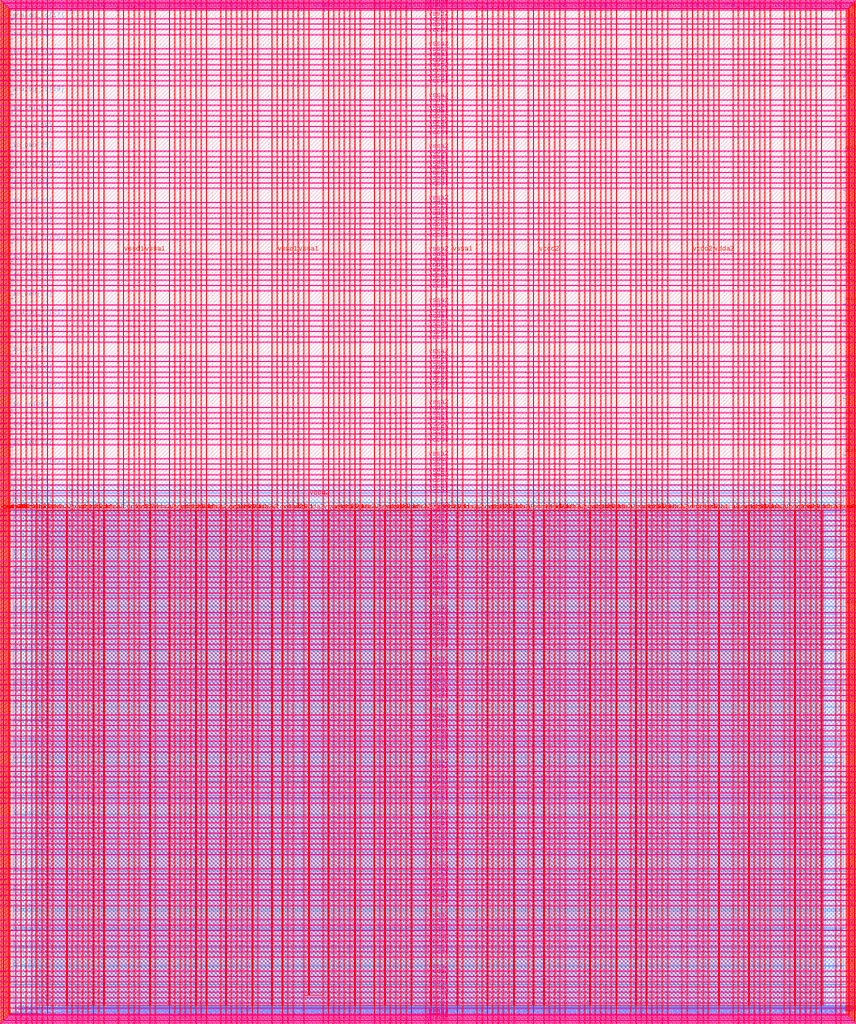
<source format=lef>
VERSION 5.7 ;
  NOWIREEXTENSIONATPIN ON ;
  DIVIDERCHAR "/" ;
  BUSBITCHARS "[]" ;
MACRO user_project_wrapper
  CLASS BLOCK ;
  FOREIGN user_project_wrapper ;
  ORIGIN 0.000 0.000 ;
  SIZE 2920.000 BY 3520.000 ;
  PIN analog_io[0]
    DIRECTION INOUT ;
    USE SIGNAL ;
    PORT
      LAYER met3 ;
        RECT 2917.600 1426.380 2924.800 1427.580 ;
    END
  END analog_io[0]
  PIN analog_io[10]
    DIRECTION INOUT ;
    USE SIGNAL ;
    PORT
      LAYER met2 ;
        RECT 2230.490 3517.600 2231.050 3524.800 ;
    END
  END analog_io[10]
  PIN analog_io[11]
    DIRECTION INOUT ;
    USE SIGNAL ;
    PORT
      LAYER met2 ;
        RECT 1905.730 3517.600 1906.290 3524.800 ;
    END
  END analog_io[11]
  PIN analog_io[12]
    DIRECTION INOUT ;
    USE SIGNAL ;
    PORT
      LAYER met2 ;
        RECT 1581.430 3517.600 1581.990 3524.800 ;
    END
  END analog_io[12]
  PIN analog_io[13]
    DIRECTION INOUT ;
    USE SIGNAL ;
    PORT
      LAYER met2 ;
        RECT 1257.130 3517.600 1257.690 3524.800 ;
    END
  END analog_io[13]
  PIN analog_io[14]
    DIRECTION INOUT ;
    USE SIGNAL ;
    PORT
      LAYER met2 ;
        RECT 932.370 3517.600 932.930 3524.800 ;
    END
  END analog_io[14]
  PIN analog_io[15]
    DIRECTION INOUT ;
    USE SIGNAL ;
    PORT
      LAYER met2 ;
        RECT 608.070 3517.600 608.630 3524.800 ;
    END
  END analog_io[15]
  PIN analog_io[16]
    DIRECTION INOUT ;
    USE SIGNAL ;
    PORT
      LAYER met2 ;
        RECT 283.770 3517.600 284.330 3524.800 ;
    END
  END analog_io[16]
  PIN analog_io[17]
    DIRECTION INOUT ;
    USE SIGNAL ;
    PORT
      LAYER met3 ;
        RECT -4.800 3486.100 2.400 3487.300 ;
    END
  END analog_io[17]
  PIN analog_io[18]
    DIRECTION INOUT ;
    USE SIGNAL ;
    PORT
      LAYER met3 ;
        RECT -4.800 3224.980 2.400 3226.180 ;
    END
  END analog_io[18]
  PIN analog_io[19]
    DIRECTION INOUT ;
    USE SIGNAL ;
    PORT
      LAYER met3 ;
        RECT -4.800 2964.540 2.400 2965.740 ;
    END
  END analog_io[19]
  PIN analog_io[1]
    DIRECTION INOUT ;
    USE SIGNAL ;
    PORT
      LAYER met3 ;
        RECT 2917.600 1692.260 2924.800 1693.460 ;
    END
  END analog_io[1]
  PIN analog_io[20]
    DIRECTION INOUT ;
    USE SIGNAL ;
    PORT
      LAYER met3 ;
        RECT -4.800 2703.420 2.400 2704.620 ;
    END
  END analog_io[20]
  PIN analog_io[21]
    DIRECTION INOUT ;
    USE SIGNAL ;
    PORT
      LAYER met3 ;
        RECT -4.800 2442.980 2.400 2444.180 ;
    END
  END analog_io[21]
  PIN analog_io[22]
    DIRECTION INOUT ;
    USE SIGNAL ;
    PORT
      LAYER met3 ;
        RECT -4.800 2182.540 2.400 2183.740 ;
    END
  END analog_io[22]
  PIN analog_io[23]
    DIRECTION INOUT ;
    USE SIGNAL ;
    PORT
      LAYER met3 ;
        RECT -4.800 1921.420 2.400 1922.620 ;
    END
  END analog_io[23]
  PIN analog_io[24]
    DIRECTION INOUT ;
    USE SIGNAL ;
    PORT
      LAYER met3 ;
        RECT -4.800 1660.980 2.400 1662.180 ;
    END
  END analog_io[24]
  PIN analog_io[25]
    DIRECTION INOUT ;
    USE SIGNAL ;
    PORT
      LAYER met3 ;
        RECT -4.800 1399.860 2.400 1401.060 ;
    END
  END analog_io[25]
  PIN analog_io[26]
    DIRECTION INOUT ;
    USE SIGNAL ;
    PORT
      LAYER met3 ;
        RECT -4.800 1139.420 2.400 1140.620 ;
    END
  END analog_io[26]
  PIN analog_io[27]
    DIRECTION INOUT ;
    USE SIGNAL ;
    PORT
      LAYER met3 ;
        RECT -4.800 878.980 2.400 880.180 ;
    END
  END analog_io[27]
  PIN analog_io[28]
    DIRECTION INOUT ;
    USE SIGNAL ;
    PORT
      LAYER met3 ;
        RECT -4.800 617.860 2.400 619.060 ;
    END
  END analog_io[28]
  PIN analog_io[2]
    DIRECTION INOUT ;
    USE SIGNAL ;
    PORT
      LAYER met3 ;
        RECT 2917.600 1958.140 2924.800 1959.340 ;
    END
  END analog_io[2]
  PIN analog_io[3]
    DIRECTION INOUT ;
    USE SIGNAL ;
    PORT
      LAYER met3 ;
        RECT 2917.600 2223.340 2924.800 2224.540 ;
    END
  END analog_io[3]
  PIN analog_io[4]
    DIRECTION INOUT ;
    USE SIGNAL ;
    PORT
      LAYER met3 ;
        RECT 2917.600 2489.220 2924.800 2490.420 ;
    END
  END analog_io[4]
  PIN analog_io[5]
    DIRECTION INOUT ;
    USE SIGNAL ;
    PORT
      LAYER met3 ;
        RECT 2917.600 2755.100 2924.800 2756.300 ;
    END
  END analog_io[5]
  PIN analog_io[6]
    DIRECTION INOUT ;
    USE SIGNAL ;
    PORT
      LAYER met3 ;
        RECT 2917.600 3020.300 2924.800 3021.500 ;
    END
  END analog_io[6]
  PIN analog_io[7]
    DIRECTION INOUT ;
    USE SIGNAL ;
    PORT
      LAYER met3 ;
        RECT 2917.600 3286.180 2924.800 3287.380 ;
    END
  END analog_io[7]
  PIN analog_io[8]
    DIRECTION INOUT ;
    USE SIGNAL ;
    PORT
      LAYER met2 ;
        RECT 2879.090 3517.600 2879.650 3524.800 ;
    END
  END analog_io[8]
  PIN analog_io[9]
    DIRECTION INOUT ;
    USE SIGNAL ;
    PORT
      LAYER met2 ;
        RECT 2554.790 3517.600 2555.350 3524.800 ;
    END
  END analog_io[9]
  PIN io_in[0]
    DIRECTION INPUT ;
    USE SIGNAL ;
    PORT
      LAYER met3 ;
        RECT 2917.600 32.380 2924.800 33.580 ;
    END
  END io_in[0]
  PIN io_in[10]
    DIRECTION INPUT ;
    USE SIGNAL ;
    PORT
      LAYER met3 ;
        RECT 2917.600 2289.980 2924.800 2291.180 ;
    END
  END io_in[10]
  PIN io_in[11]
    DIRECTION INPUT ;
    USE SIGNAL ;
    PORT
      LAYER met3 ;
        RECT 2917.600 2555.860 2924.800 2557.060 ;
    END
  END io_in[11]
  PIN io_in[12]
    DIRECTION INPUT ;
    USE SIGNAL ;
    PORT
      LAYER met3 ;
        RECT 2917.600 2821.060 2924.800 2822.260 ;
    END
  END io_in[12]
  PIN io_in[13]
    DIRECTION INPUT ;
    USE SIGNAL ;
    PORT
      LAYER met3 ;
        RECT 2917.600 3086.940 2924.800 3088.140 ;
    END
  END io_in[13]
  PIN io_in[14]
    DIRECTION INPUT ;
    USE SIGNAL ;
    PORT
      LAYER met3 ;
        RECT 2917.600 3352.820 2924.800 3354.020 ;
    END
  END io_in[14]
  PIN io_in[15]
    DIRECTION INPUT ;
    USE SIGNAL ;
    PORT
      LAYER met2 ;
        RECT 2798.130 3517.600 2798.690 3524.800 ;
    END
  END io_in[15]
  PIN io_in[16]
    DIRECTION INPUT ;
    USE SIGNAL ;
    PORT
      LAYER met2 ;
        RECT 2473.830 3517.600 2474.390 3524.800 ;
    END
  END io_in[16]
  PIN io_in[17]
    DIRECTION INPUT ;
    USE SIGNAL ;
    PORT
      LAYER met2 ;
        RECT 2149.070 3517.600 2149.630 3524.800 ;
    END
  END io_in[17]
  PIN io_in[18]
    DIRECTION INPUT ;
    USE SIGNAL ;
    PORT
      LAYER met2 ;
        RECT 1824.770 3517.600 1825.330 3524.800 ;
    END
  END io_in[18]
  PIN io_in[19]
    DIRECTION INPUT ;
    USE SIGNAL ;
    PORT
      LAYER met2 ;
        RECT 1500.470 3517.600 1501.030 3524.800 ;
    END
  END io_in[19]
  PIN io_in[1]
    DIRECTION INPUT ;
    USE SIGNAL ;
    PORT
      LAYER met3 ;
        RECT 2917.600 230.940 2924.800 232.140 ;
    END
  END io_in[1]
  PIN io_in[20]
    DIRECTION INPUT ;
    USE SIGNAL ;
    PORT
      LAYER met2 ;
        RECT 1175.710 3517.600 1176.270 3524.800 ;
    END
  END io_in[20]
  PIN io_in[21]
    DIRECTION INPUT ;
    USE SIGNAL ;
    PORT
      LAYER met2 ;
        RECT 851.410 3517.600 851.970 3524.800 ;
    END
  END io_in[21]
  PIN io_in[22]
    DIRECTION INPUT ;
    USE SIGNAL ;
    PORT
      LAYER met2 ;
        RECT 527.110 3517.600 527.670 3524.800 ;
    END
  END io_in[22]
  PIN io_in[23]
    DIRECTION INPUT ;
    USE SIGNAL ;
    PORT
      LAYER met2 ;
        RECT 202.350 3517.600 202.910 3524.800 ;
    END
  END io_in[23]
  PIN io_in[24]
    DIRECTION INPUT ;
    USE SIGNAL ;
    PORT
      LAYER met3 ;
        RECT -4.800 3420.820 2.400 3422.020 ;
    END
  END io_in[24]
  PIN io_in[25]
    DIRECTION INPUT ;
    USE SIGNAL ;
    PORT
      LAYER met3 ;
        RECT -4.800 3159.700 2.400 3160.900 ;
    END
  END io_in[25]
  PIN io_in[26]
    DIRECTION INPUT ;
    USE SIGNAL ;
    PORT
      LAYER met3 ;
        RECT -4.800 2899.260 2.400 2900.460 ;
    END
  END io_in[26]
  PIN io_in[27]
    DIRECTION INPUT ;
    USE SIGNAL ;
    PORT
      LAYER met3 ;
        RECT -4.800 2638.820 2.400 2640.020 ;
    END
  END io_in[27]
  PIN io_in[28]
    DIRECTION INPUT ;
    USE SIGNAL ;
    PORT
      LAYER met3 ;
        RECT -4.800 2377.700 2.400 2378.900 ;
    END
  END io_in[28]
  PIN io_in[29]
    DIRECTION INPUT ;
    USE SIGNAL ;
    PORT
      LAYER met3 ;
        RECT -4.800 2117.260 2.400 2118.460 ;
    END
  END io_in[29]
  PIN io_in[2]
    DIRECTION INPUT ;
    USE SIGNAL ;
    PORT
      LAYER met3 ;
        RECT 2917.600 430.180 2924.800 431.380 ;
    END
  END io_in[2]
  PIN io_in[30]
    DIRECTION INPUT ;
    USE SIGNAL ;
    PORT
      LAYER met3 ;
        RECT -4.800 1856.140 2.400 1857.340 ;
    END
  END io_in[30]
  PIN io_in[31]
    DIRECTION INPUT ;
    USE SIGNAL ;
    PORT
      LAYER met3 ;
        RECT -4.800 1595.700 2.400 1596.900 ;
    END
  END io_in[31]
  PIN io_in[32]
    DIRECTION INPUT ;
    USE SIGNAL ;
    PORT
      LAYER met3 ;
        RECT -4.800 1335.260 2.400 1336.460 ;
    END
  END io_in[32]
  PIN io_in[33]
    DIRECTION INPUT ;
    USE SIGNAL ;
    PORT
      LAYER met3 ;
        RECT -4.800 1074.140 2.400 1075.340 ;
    END
  END io_in[33]
  PIN io_in[34]
    DIRECTION INPUT ;
    USE SIGNAL ;
    PORT
      LAYER met3 ;
        RECT -4.800 813.700 2.400 814.900 ;
    END
  END io_in[34]
  PIN io_in[35]
    DIRECTION INPUT ;
    USE SIGNAL ;
    PORT
      LAYER met3 ;
        RECT -4.800 552.580 2.400 553.780 ;
    END
  END io_in[35]
  PIN io_in[36]
    DIRECTION INPUT ;
    USE SIGNAL ;
    PORT
      LAYER met3 ;
        RECT -4.800 357.420 2.400 358.620 ;
    END
  END io_in[36]
  PIN io_in[37]
    DIRECTION INPUT ;
    USE SIGNAL ;
    PORT
      LAYER met3 ;
        RECT -4.800 161.580 2.400 162.780 ;
    END
  END io_in[37]
  PIN io_in[3]
    DIRECTION INPUT ;
    USE SIGNAL ;
    PORT
      LAYER met3 ;
        RECT 2917.600 629.420 2924.800 630.620 ;
    END
  END io_in[3]
  PIN io_in[4]
    DIRECTION INPUT ;
    USE SIGNAL ;
    PORT
      LAYER met3 ;
        RECT 2917.600 828.660 2924.800 829.860 ;
    END
  END io_in[4]
  PIN io_in[5]
    DIRECTION INPUT ;
    USE SIGNAL ;
    PORT
      LAYER met3 ;
        RECT 2917.600 1027.900 2924.800 1029.100 ;
    END
  END io_in[5]
  PIN io_in[6]
    DIRECTION INPUT ;
    USE SIGNAL ;
    PORT
      LAYER met3 ;
        RECT 2917.600 1227.140 2924.800 1228.340 ;
    END
  END io_in[6]
  PIN io_in[7]
    DIRECTION INPUT ;
    USE SIGNAL ;
    PORT
      LAYER met3 ;
        RECT 2917.600 1493.020 2924.800 1494.220 ;
    END
  END io_in[7]
  PIN io_in[8]
    DIRECTION INPUT ;
    USE SIGNAL ;
    PORT
      LAYER met3 ;
        RECT 2917.600 1758.900 2924.800 1760.100 ;
    END
  END io_in[8]
  PIN io_in[9]
    DIRECTION INPUT ;
    USE SIGNAL ;
    PORT
      LAYER met3 ;
        RECT 2917.600 2024.100 2924.800 2025.300 ;
    END
  END io_in[9]
  PIN io_oeb[0]
    DIRECTION OUTPUT TRISTATE ;
    USE SIGNAL ;
    PORT
      LAYER met3 ;
        RECT 2917.600 164.980 2924.800 166.180 ;
    END
  END io_oeb[0]
  PIN io_oeb[10]
    DIRECTION OUTPUT TRISTATE ;
    USE SIGNAL ;
    PORT
      LAYER met3 ;
        RECT 2917.600 2422.580 2924.800 2423.780 ;
    END
  END io_oeb[10]
  PIN io_oeb[11]
    DIRECTION OUTPUT TRISTATE ;
    USE SIGNAL ;
    PORT
      LAYER met3 ;
        RECT 2917.600 2688.460 2924.800 2689.660 ;
    END
  END io_oeb[11]
  PIN io_oeb[12]
    DIRECTION OUTPUT TRISTATE ;
    USE SIGNAL ;
    PORT
      LAYER met3 ;
        RECT 2917.600 2954.340 2924.800 2955.540 ;
    END
  END io_oeb[12]
  PIN io_oeb[13]
    DIRECTION OUTPUT TRISTATE ;
    USE SIGNAL ;
    PORT
      LAYER met3 ;
        RECT 2917.600 3219.540 2924.800 3220.740 ;
    END
  END io_oeb[13]
  PIN io_oeb[14]
    DIRECTION OUTPUT TRISTATE ;
    USE SIGNAL ;
    PORT
      LAYER met3 ;
        RECT 2917.600 3485.420 2924.800 3486.620 ;
    END
  END io_oeb[14]
  PIN io_oeb[15]
    DIRECTION OUTPUT TRISTATE ;
    USE SIGNAL ;
    PORT
      LAYER met2 ;
        RECT 2635.750 3517.600 2636.310 3524.800 ;
    END
  END io_oeb[15]
  PIN io_oeb[16]
    DIRECTION OUTPUT TRISTATE ;
    USE SIGNAL ;
    PORT
      LAYER met2 ;
        RECT 2311.450 3517.600 2312.010 3524.800 ;
    END
  END io_oeb[16]
  PIN io_oeb[17]
    DIRECTION OUTPUT TRISTATE ;
    USE SIGNAL ;
    PORT
      LAYER met2 ;
        RECT 1987.150 3517.600 1987.710 3524.800 ;
    END
  END io_oeb[17]
  PIN io_oeb[18]
    DIRECTION OUTPUT TRISTATE ;
    USE SIGNAL ;
    PORT
      LAYER met2 ;
        RECT 1662.390 3517.600 1662.950 3524.800 ;
    END
  END io_oeb[18]
  PIN io_oeb[19]
    DIRECTION OUTPUT TRISTATE ;
    USE SIGNAL ;
    PORT
      LAYER met2 ;
        RECT 1338.090 3517.600 1338.650 3524.800 ;
    END
  END io_oeb[19]
  PIN io_oeb[1]
    DIRECTION OUTPUT TRISTATE ;
    USE SIGNAL ;
    PORT
      LAYER met3 ;
        RECT 2917.600 364.220 2924.800 365.420 ;
    END
  END io_oeb[1]
  PIN io_oeb[20]
    DIRECTION OUTPUT TRISTATE ;
    USE SIGNAL ;
    PORT
      LAYER met2 ;
        RECT 1013.790 3517.600 1014.350 3524.800 ;
    END
  END io_oeb[20]
  PIN io_oeb[21]
    DIRECTION OUTPUT TRISTATE ;
    USE SIGNAL ;
    PORT
      LAYER met2 ;
        RECT 689.030 3517.600 689.590 3524.800 ;
    END
  END io_oeb[21]
  PIN io_oeb[22]
    DIRECTION OUTPUT TRISTATE ;
    USE SIGNAL ;
    PORT
      LAYER met2 ;
        RECT 364.730 3517.600 365.290 3524.800 ;
    END
  END io_oeb[22]
  PIN io_oeb[23]
    DIRECTION OUTPUT TRISTATE ;
    USE SIGNAL ;
    PORT
      LAYER met2 ;
        RECT 40.430 3517.600 40.990 3524.800 ;
    END
  END io_oeb[23]
  PIN io_oeb[24]
    DIRECTION OUTPUT TRISTATE ;
    USE SIGNAL ;
    PORT
      LAYER met3 ;
        RECT -4.800 3290.260 2.400 3291.460 ;
    END
  END io_oeb[24]
  PIN io_oeb[25]
    DIRECTION OUTPUT TRISTATE ;
    USE SIGNAL ;
    PORT
      LAYER met3 ;
        RECT -4.800 3029.820 2.400 3031.020 ;
    END
  END io_oeb[25]
  PIN io_oeb[26]
    DIRECTION OUTPUT TRISTATE ;
    USE SIGNAL ;
    PORT
      LAYER met3 ;
        RECT -4.800 2768.700 2.400 2769.900 ;
    END
  END io_oeb[26]
  PIN io_oeb[27]
    DIRECTION OUTPUT TRISTATE ;
    USE SIGNAL ;
    PORT
      LAYER met3 ;
        RECT -4.800 2508.260 2.400 2509.460 ;
    END
  END io_oeb[27]
  PIN io_oeb[28]
    DIRECTION OUTPUT TRISTATE ;
    USE SIGNAL ;
    PORT
      LAYER met3 ;
        RECT -4.800 2247.140 2.400 2248.340 ;
    END
  END io_oeb[28]
  PIN io_oeb[29]
    DIRECTION OUTPUT TRISTATE ;
    USE SIGNAL ;
    PORT
      LAYER met3 ;
        RECT -4.800 1986.700 2.400 1987.900 ;
    END
  END io_oeb[29]
  PIN io_oeb[2]
    DIRECTION OUTPUT TRISTATE ;
    USE SIGNAL ;
    PORT
      LAYER met3 ;
        RECT 2917.600 563.460 2924.800 564.660 ;
    END
  END io_oeb[2]
  PIN io_oeb[30]
    DIRECTION OUTPUT TRISTATE ;
    USE SIGNAL ;
    PORT
      LAYER met3 ;
        RECT -4.800 1726.260 2.400 1727.460 ;
    END
  END io_oeb[30]
  PIN io_oeb[31]
    DIRECTION OUTPUT TRISTATE ;
    USE SIGNAL ;
    PORT
      LAYER met3 ;
        RECT -4.800 1465.140 2.400 1466.340 ;
    END
  END io_oeb[31]
  PIN io_oeb[32]
    DIRECTION OUTPUT TRISTATE ;
    USE SIGNAL ;
    PORT
      LAYER met3 ;
        RECT -4.800 1204.700 2.400 1205.900 ;
    END
  END io_oeb[32]
  PIN io_oeb[33]
    DIRECTION OUTPUT TRISTATE ;
    USE SIGNAL ;
    PORT
      LAYER met3 ;
        RECT -4.800 943.580 2.400 944.780 ;
    END
  END io_oeb[33]
  PIN io_oeb[34]
    DIRECTION OUTPUT TRISTATE ;
    USE SIGNAL ;
    PORT
      LAYER met3 ;
        RECT -4.800 683.140 2.400 684.340 ;
    END
  END io_oeb[34]
  PIN io_oeb[35]
    DIRECTION OUTPUT TRISTATE ;
    USE SIGNAL ;
    PORT
      LAYER met3 ;
        RECT -4.800 422.700 2.400 423.900 ;
    END
  END io_oeb[35]
  PIN io_oeb[36]
    DIRECTION OUTPUT TRISTATE ;
    USE SIGNAL ;
    PORT
      LAYER met3 ;
        RECT -4.800 226.860 2.400 228.060 ;
    END
  END io_oeb[36]
  PIN io_oeb[37]
    DIRECTION OUTPUT TRISTATE ;
    USE SIGNAL ;
    PORT
      LAYER met3 ;
        RECT -4.800 31.700 2.400 32.900 ;
    END
  END io_oeb[37]
  PIN io_oeb[3]
    DIRECTION OUTPUT TRISTATE ;
    USE SIGNAL ;
    PORT
      LAYER met3 ;
        RECT 2917.600 762.700 2924.800 763.900 ;
    END
  END io_oeb[3]
  PIN io_oeb[4]
    DIRECTION OUTPUT TRISTATE ;
    USE SIGNAL ;
    PORT
      LAYER met3 ;
        RECT 2917.600 961.940 2924.800 963.140 ;
    END
  END io_oeb[4]
  PIN io_oeb[5]
    DIRECTION OUTPUT TRISTATE ;
    USE SIGNAL ;
    PORT
      LAYER met3 ;
        RECT 2917.600 1161.180 2924.800 1162.380 ;
    END
  END io_oeb[5]
  PIN io_oeb[6]
    DIRECTION OUTPUT TRISTATE ;
    USE SIGNAL ;
    PORT
      LAYER met3 ;
        RECT 2917.600 1360.420 2924.800 1361.620 ;
    END
  END io_oeb[6]
  PIN io_oeb[7]
    DIRECTION OUTPUT TRISTATE ;
    USE SIGNAL ;
    PORT
      LAYER met3 ;
        RECT 2917.600 1625.620 2924.800 1626.820 ;
    END
  END io_oeb[7]
  PIN io_oeb[8]
    DIRECTION OUTPUT TRISTATE ;
    USE SIGNAL ;
    PORT
      LAYER met3 ;
        RECT 2917.600 1891.500 2924.800 1892.700 ;
    END
  END io_oeb[8]
  PIN io_oeb[9]
    DIRECTION OUTPUT TRISTATE ;
    USE SIGNAL ;
    PORT
      LAYER met3 ;
        RECT 2917.600 2157.380 2924.800 2158.580 ;
    END
  END io_oeb[9]
  PIN io_out[0]
    DIRECTION OUTPUT TRISTATE ;
    USE SIGNAL ;
    PORT
      LAYER met3 ;
        RECT 2917.600 98.340 2924.800 99.540 ;
    END
  END io_out[0]
  PIN io_out[10]
    DIRECTION OUTPUT TRISTATE ;
    USE SIGNAL ;
    PORT
      LAYER met3 ;
        RECT 2917.600 2356.620 2924.800 2357.820 ;
    END
  END io_out[10]
  PIN io_out[11]
    DIRECTION OUTPUT TRISTATE ;
    USE SIGNAL ;
    PORT
      LAYER met3 ;
        RECT 2917.600 2621.820 2924.800 2623.020 ;
    END
  END io_out[11]
  PIN io_out[12]
    DIRECTION OUTPUT TRISTATE ;
    USE SIGNAL ;
    PORT
      LAYER met3 ;
        RECT 2917.600 2887.700 2924.800 2888.900 ;
    END
  END io_out[12]
  PIN io_out[13]
    DIRECTION OUTPUT TRISTATE ;
    USE SIGNAL ;
    PORT
      LAYER met3 ;
        RECT 2917.600 3153.580 2924.800 3154.780 ;
    END
  END io_out[13]
  PIN io_out[14]
    DIRECTION OUTPUT TRISTATE ;
    USE SIGNAL ;
    PORT
      LAYER met3 ;
        RECT 2917.600 3418.780 2924.800 3419.980 ;
    END
  END io_out[14]
  PIN io_out[15]
    DIRECTION OUTPUT TRISTATE ;
    USE SIGNAL ;
    PORT
      LAYER met2 ;
        RECT 2717.170 3517.600 2717.730 3524.800 ;
    END
  END io_out[15]
  PIN io_out[16]
    DIRECTION OUTPUT TRISTATE ;
    USE SIGNAL ;
    PORT
      LAYER met2 ;
        RECT 2392.410 3517.600 2392.970 3524.800 ;
    END
  END io_out[16]
  PIN io_out[17]
    DIRECTION OUTPUT TRISTATE ;
    USE SIGNAL ;
    PORT
      LAYER met2 ;
        RECT 2068.110 3517.600 2068.670 3524.800 ;
    END
  END io_out[17]
  PIN io_out[18]
    DIRECTION OUTPUT TRISTATE ;
    USE SIGNAL ;
    PORT
      LAYER met2 ;
        RECT 1743.810 3517.600 1744.370 3524.800 ;
    END
  END io_out[18]
  PIN io_out[19]
    DIRECTION OUTPUT TRISTATE ;
    USE SIGNAL ;
    PORT
      LAYER met2 ;
        RECT 1419.050 3517.600 1419.610 3524.800 ;
    END
  END io_out[19]
  PIN io_out[1]
    DIRECTION OUTPUT TRISTATE ;
    USE SIGNAL ;
    PORT
      LAYER met3 ;
        RECT 2917.600 297.580 2924.800 298.780 ;
    END
  END io_out[1]
  PIN io_out[20]
    DIRECTION OUTPUT TRISTATE ;
    USE SIGNAL ;
    PORT
      LAYER met2 ;
        RECT 1094.750 3517.600 1095.310 3524.800 ;
    END
  END io_out[20]
  PIN io_out[21]
    DIRECTION OUTPUT TRISTATE ;
    USE SIGNAL ;
    PORT
      LAYER met2 ;
        RECT 770.450 3517.600 771.010 3524.800 ;
    END
  END io_out[21]
  PIN io_out[22]
    DIRECTION OUTPUT TRISTATE ;
    USE SIGNAL ;
    PORT
      LAYER met2 ;
        RECT 445.690 3517.600 446.250 3524.800 ;
    END
  END io_out[22]
  PIN io_out[23]
    DIRECTION OUTPUT TRISTATE ;
    USE SIGNAL ;
    PORT
      LAYER met2 ;
        RECT 121.390 3517.600 121.950 3524.800 ;
    END
  END io_out[23]
  PIN io_out[24]
    DIRECTION OUTPUT TRISTATE ;
    USE SIGNAL ;
    PORT
      LAYER met3 ;
        RECT -4.800 3355.540 2.400 3356.740 ;
    END
  END io_out[24]
  PIN io_out[25]
    DIRECTION OUTPUT TRISTATE ;
    USE SIGNAL ;
    PORT
      LAYER met3 ;
        RECT -4.800 3095.100 2.400 3096.300 ;
    END
  END io_out[25]
  PIN io_out[26]
    DIRECTION OUTPUT TRISTATE ;
    USE SIGNAL ;
    PORT
      LAYER met3 ;
        RECT -4.800 2833.980 2.400 2835.180 ;
    END
  END io_out[26]
  PIN io_out[27]
    DIRECTION OUTPUT TRISTATE ;
    USE SIGNAL ;
    PORT
      LAYER met3 ;
        RECT -4.800 2573.540 2.400 2574.740 ;
    END
  END io_out[27]
  PIN io_out[28]
    DIRECTION OUTPUT TRISTATE ;
    USE SIGNAL ;
    PORT
      LAYER met3 ;
        RECT -4.800 2312.420 2.400 2313.620 ;
    END
  END io_out[28]
  PIN io_out[29]
    DIRECTION OUTPUT TRISTATE ;
    USE SIGNAL ;
    PORT
      LAYER met3 ;
        RECT -4.800 2051.980 2.400 2053.180 ;
    END
  END io_out[29]
  PIN io_out[2]
    DIRECTION OUTPUT TRISTATE ;
    USE SIGNAL ;
    PORT
      LAYER met3 ;
        RECT 2917.600 496.820 2924.800 498.020 ;
    END
  END io_out[2]
  PIN io_out[30]
    DIRECTION OUTPUT TRISTATE ;
    USE SIGNAL ;
    PORT
      LAYER met3 ;
        RECT -4.800 1791.540 2.400 1792.740 ;
    END
  END io_out[30]
  PIN io_out[31]
    DIRECTION OUTPUT TRISTATE ;
    USE SIGNAL ;
    PORT
      LAYER met3 ;
        RECT -4.800 1530.420 2.400 1531.620 ;
    END
  END io_out[31]
  PIN io_out[32]
    DIRECTION OUTPUT TRISTATE ;
    USE SIGNAL ;
    PORT
      LAYER met3 ;
        RECT -4.800 1269.980 2.400 1271.180 ;
    END
  END io_out[32]
  PIN io_out[33]
    DIRECTION OUTPUT TRISTATE ;
    USE SIGNAL ;
    PORT
      LAYER met3 ;
        RECT -4.800 1008.860 2.400 1010.060 ;
    END
  END io_out[33]
  PIN io_out[34]
    DIRECTION OUTPUT TRISTATE ;
    USE SIGNAL ;
    PORT
      LAYER met3 ;
        RECT -4.800 748.420 2.400 749.620 ;
    END
  END io_out[34]
  PIN io_out[35]
    DIRECTION OUTPUT TRISTATE ;
    USE SIGNAL ;
    PORT
      LAYER met3 ;
        RECT -4.800 487.300 2.400 488.500 ;
    END
  END io_out[35]
  PIN io_out[36]
    DIRECTION OUTPUT TRISTATE ;
    USE SIGNAL ;
    PORT
      LAYER met3 ;
        RECT -4.800 292.140 2.400 293.340 ;
    END
  END io_out[36]
  PIN io_out[37]
    DIRECTION OUTPUT TRISTATE ;
    USE SIGNAL ;
    PORT
      LAYER met3 ;
        RECT -4.800 96.300 2.400 97.500 ;
    END
  END io_out[37]
  PIN io_out[3]
    DIRECTION OUTPUT TRISTATE ;
    USE SIGNAL ;
    PORT
      LAYER met3 ;
        RECT 2917.600 696.060 2924.800 697.260 ;
    END
  END io_out[3]
  PIN io_out[4]
    DIRECTION OUTPUT TRISTATE ;
    USE SIGNAL ;
    PORT
      LAYER met3 ;
        RECT 2917.600 895.300 2924.800 896.500 ;
    END
  END io_out[4]
  PIN io_out[5]
    DIRECTION OUTPUT TRISTATE ;
    USE SIGNAL ;
    PORT
      LAYER met3 ;
        RECT 2917.600 1094.540 2924.800 1095.740 ;
    END
  END io_out[5]
  PIN io_out[6]
    DIRECTION OUTPUT TRISTATE ;
    USE SIGNAL ;
    PORT
      LAYER met3 ;
        RECT 2917.600 1293.780 2924.800 1294.980 ;
    END
  END io_out[6]
  PIN io_out[7]
    DIRECTION OUTPUT TRISTATE ;
    USE SIGNAL ;
    PORT
      LAYER met3 ;
        RECT 2917.600 1559.660 2924.800 1560.860 ;
    END
  END io_out[7]
  PIN io_out[8]
    DIRECTION OUTPUT TRISTATE ;
    USE SIGNAL ;
    PORT
      LAYER met3 ;
        RECT 2917.600 1824.860 2924.800 1826.060 ;
    END
  END io_out[8]
  PIN io_out[9]
    DIRECTION OUTPUT TRISTATE ;
    USE SIGNAL ;
    PORT
      LAYER met3 ;
        RECT 2917.600 2090.740 2924.800 2091.940 ;
    END
  END io_out[9]
  PIN la_data_in[0]
    DIRECTION INPUT ;
    USE SIGNAL ;
    PORT
      LAYER met2 ;
        RECT 629.230 -4.800 629.790 2.400 ;
    END
  END la_data_in[0]
  PIN la_data_in[100]
    DIRECTION INPUT ;
    USE SIGNAL ;
    PORT
      LAYER met2 ;
        RECT 2402.530 -4.800 2403.090 2.400 ;
    END
  END la_data_in[100]
  PIN la_data_in[101]
    DIRECTION INPUT ;
    USE SIGNAL ;
    PORT
      LAYER met2 ;
        RECT 2420.010 -4.800 2420.570 2.400 ;
    END
  END la_data_in[101]
  PIN la_data_in[102]
    DIRECTION INPUT ;
    USE SIGNAL ;
    PORT
      LAYER met2 ;
        RECT 2437.950 -4.800 2438.510 2.400 ;
    END
  END la_data_in[102]
  PIN la_data_in[103]
    DIRECTION INPUT ;
    USE SIGNAL ;
    PORT
      LAYER met2 ;
        RECT 2455.430 -4.800 2455.990 2.400 ;
    END
  END la_data_in[103]
  PIN la_data_in[104]
    DIRECTION INPUT ;
    USE SIGNAL ;
    PORT
      LAYER met2 ;
        RECT 2473.370 -4.800 2473.930 2.400 ;
    END
  END la_data_in[104]
  PIN la_data_in[105]
    DIRECTION INPUT ;
    USE SIGNAL ;
    PORT
      LAYER met2 ;
        RECT 2490.850 -4.800 2491.410 2.400 ;
    END
  END la_data_in[105]
  PIN la_data_in[106]
    DIRECTION INPUT ;
    USE SIGNAL ;
    PORT
      LAYER met2 ;
        RECT 2508.790 -4.800 2509.350 2.400 ;
    END
  END la_data_in[106]
  PIN la_data_in[107]
    DIRECTION INPUT ;
    USE SIGNAL ;
    PORT
      LAYER met2 ;
        RECT 2526.730 -4.800 2527.290 2.400 ;
    END
  END la_data_in[107]
  PIN la_data_in[108]
    DIRECTION INPUT ;
    USE SIGNAL ;
    PORT
      LAYER met2 ;
        RECT 2544.210 -4.800 2544.770 2.400 ;
    END
  END la_data_in[108]
  PIN la_data_in[109]
    DIRECTION INPUT ;
    USE SIGNAL ;
    PORT
      LAYER met2 ;
        RECT 2562.150 -4.800 2562.710 2.400 ;
    END
  END la_data_in[109]
  PIN la_data_in[10]
    DIRECTION INPUT ;
    USE SIGNAL ;
    PORT
      LAYER met2 ;
        RECT 806.330 -4.800 806.890 2.400 ;
    END
  END la_data_in[10]
  PIN la_data_in[110]
    DIRECTION INPUT ;
    USE SIGNAL ;
    PORT
      LAYER met2 ;
        RECT 2579.630 -4.800 2580.190 2.400 ;
    END
  END la_data_in[110]
  PIN la_data_in[111]
    DIRECTION INPUT ;
    USE SIGNAL ;
    PORT
      LAYER met2 ;
        RECT 2597.570 -4.800 2598.130 2.400 ;
    END
  END la_data_in[111]
  PIN la_data_in[112]
    DIRECTION INPUT ;
    USE SIGNAL ;
    PORT
      LAYER met2 ;
        RECT 2615.050 -4.800 2615.610 2.400 ;
    END
  END la_data_in[112]
  PIN la_data_in[113]
    DIRECTION INPUT ;
    USE SIGNAL ;
    PORT
      LAYER met2 ;
        RECT 2632.990 -4.800 2633.550 2.400 ;
    END
  END la_data_in[113]
  PIN la_data_in[114]
    DIRECTION INPUT ;
    USE SIGNAL ;
    PORT
      LAYER met2 ;
        RECT 2650.470 -4.800 2651.030 2.400 ;
    END
  END la_data_in[114]
  PIN la_data_in[115]
    DIRECTION INPUT ;
    USE SIGNAL ;
    PORT
      LAYER met2 ;
        RECT 2668.410 -4.800 2668.970 2.400 ;
    END
  END la_data_in[115]
  PIN la_data_in[116]
    DIRECTION INPUT ;
    USE SIGNAL ;
    PORT
      LAYER met2 ;
        RECT 2685.890 -4.800 2686.450 2.400 ;
    END
  END la_data_in[116]
  PIN la_data_in[117]
    DIRECTION INPUT ;
    USE SIGNAL ;
    PORT
      LAYER met2 ;
        RECT 2703.830 -4.800 2704.390 2.400 ;
    END
  END la_data_in[117]
  PIN la_data_in[118]
    DIRECTION INPUT ;
    USE SIGNAL ;
    PORT
      LAYER met2 ;
        RECT 2721.770 -4.800 2722.330 2.400 ;
    END
  END la_data_in[118]
  PIN la_data_in[119]
    DIRECTION INPUT ;
    USE SIGNAL ;
    PORT
      LAYER met2 ;
        RECT 2739.250 -4.800 2739.810 2.400 ;
    END
  END la_data_in[119]
  PIN la_data_in[11]
    DIRECTION INPUT ;
    USE SIGNAL ;
    PORT
      LAYER met2 ;
        RECT 824.270 -4.800 824.830 2.400 ;
    END
  END la_data_in[11]
  PIN la_data_in[120]
    DIRECTION INPUT ;
    USE SIGNAL ;
    PORT
      LAYER met2 ;
        RECT 2757.190 -4.800 2757.750 2.400 ;
    END
  END la_data_in[120]
  PIN la_data_in[121]
    DIRECTION INPUT ;
    USE SIGNAL ;
    PORT
      LAYER met2 ;
        RECT 2774.670 -4.800 2775.230 2.400 ;
    END
  END la_data_in[121]
  PIN la_data_in[122]
    DIRECTION INPUT ;
    USE SIGNAL ;
    PORT
      LAYER met2 ;
        RECT 2792.610 -4.800 2793.170 2.400 ;
    END
  END la_data_in[122]
  PIN la_data_in[123]
    DIRECTION INPUT ;
    USE SIGNAL ;
    PORT
      LAYER met2 ;
        RECT 2810.090 -4.800 2810.650 2.400 ;
    END
  END la_data_in[123]
  PIN la_data_in[124]
    DIRECTION INPUT ;
    USE SIGNAL ;
    PORT
      LAYER met2 ;
        RECT 2828.030 -4.800 2828.590 2.400 ;
    END
  END la_data_in[124]
  PIN la_data_in[125]
    DIRECTION INPUT ;
    USE SIGNAL ;
    PORT
      LAYER met2 ;
        RECT 2845.510 -4.800 2846.070 2.400 ;
    END
  END la_data_in[125]
  PIN la_data_in[126]
    DIRECTION INPUT ;
    USE SIGNAL ;
    PORT
      LAYER met2 ;
        RECT 2863.450 -4.800 2864.010 2.400 ;
    END
  END la_data_in[126]
  PIN la_data_in[127]
    DIRECTION INPUT ;
    USE SIGNAL ;
    PORT
      LAYER met2 ;
        RECT 2881.390 -4.800 2881.950 2.400 ;
    END
  END la_data_in[127]
  PIN la_data_in[12]
    DIRECTION INPUT ;
    USE SIGNAL ;
    PORT
      LAYER met2 ;
        RECT 841.750 -4.800 842.310 2.400 ;
    END
  END la_data_in[12]
  PIN la_data_in[13]
    DIRECTION INPUT ;
    USE SIGNAL ;
    PORT
      LAYER met2 ;
        RECT 859.690 -4.800 860.250 2.400 ;
    END
  END la_data_in[13]
  PIN la_data_in[14]
    DIRECTION INPUT ;
    USE SIGNAL ;
    PORT
      LAYER met2 ;
        RECT 877.170 -4.800 877.730 2.400 ;
    END
  END la_data_in[14]
  PIN la_data_in[15]
    DIRECTION INPUT ;
    USE SIGNAL ;
    PORT
      LAYER met2 ;
        RECT 895.110 -4.800 895.670 2.400 ;
    END
  END la_data_in[15]
  PIN la_data_in[16]
    DIRECTION INPUT ;
    USE SIGNAL ;
    PORT
      LAYER met2 ;
        RECT 912.590 -4.800 913.150 2.400 ;
    END
  END la_data_in[16]
  PIN la_data_in[17]
    DIRECTION INPUT ;
    USE SIGNAL ;
    PORT
      LAYER met2 ;
        RECT 930.530 -4.800 931.090 2.400 ;
    END
  END la_data_in[17]
  PIN la_data_in[18]
    DIRECTION INPUT ;
    USE SIGNAL ;
    PORT
      LAYER met2 ;
        RECT 948.470 -4.800 949.030 2.400 ;
    END
  END la_data_in[18]
  PIN la_data_in[19]
    DIRECTION INPUT ;
    USE SIGNAL ;
    PORT
      LAYER met2 ;
        RECT 965.950 -4.800 966.510 2.400 ;
    END
  END la_data_in[19]
  PIN la_data_in[1]
    DIRECTION INPUT ;
    USE SIGNAL ;
    PORT
      LAYER met2 ;
        RECT 646.710 -4.800 647.270 2.400 ;
    END
  END la_data_in[1]
  PIN la_data_in[20]
    DIRECTION INPUT ;
    USE SIGNAL ;
    PORT
      LAYER met2 ;
        RECT 983.890 -4.800 984.450 2.400 ;
    END
  END la_data_in[20]
  PIN la_data_in[21]
    DIRECTION INPUT ;
    USE SIGNAL ;
    PORT
      LAYER met2 ;
        RECT 1001.370 -4.800 1001.930 2.400 ;
    END
  END la_data_in[21]
  PIN la_data_in[22]
    DIRECTION INPUT ;
    USE SIGNAL ;
    PORT
      LAYER met2 ;
        RECT 1019.310 -4.800 1019.870 2.400 ;
    END
  END la_data_in[22]
  PIN la_data_in[23]
    DIRECTION INPUT ;
    USE SIGNAL ;
    PORT
      LAYER met2 ;
        RECT 1036.790 -4.800 1037.350 2.400 ;
    END
  END la_data_in[23]
  PIN la_data_in[24]
    DIRECTION INPUT ;
    USE SIGNAL ;
    PORT
      LAYER met2 ;
        RECT 1054.730 -4.800 1055.290 2.400 ;
    END
  END la_data_in[24]
  PIN la_data_in[25]
    DIRECTION INPUT ;
    USE SIGNAL ;
    PORT
      LAYER met2 ;
        RECT 1072.210 -4.800 1072.770 2.400 ;
    END
  END la_data_in[25]
  PIN la_data_in[26]
    DIRECTION INPUT ;
    USE SIGNAL ;
    PORT
      LAYER met2 ;
        RECT 1090.150 -4.800 1090.710 2.400 ;
    END
  END la_data_in[26]
  PIN la_data_in[27]
    DIRECTION INPUT ;
    USE SIGNAL ;
    PORT
      LAYER met2 ;
        RECT 1107.630 -4.800 1108.190 2.400 ;
    END
  END la_data_in[27]
  PIN la_data_in[28]
    DIRECTION INPUT ;
    USE SIGNAL ;
    PORT
      LAYER met2 ;
        RECT 1125.570 -4.800 1126.130 2.400 ;
    END
  END la_data_in[28]
  PIN la_data_in[29]
    DIRECTION INPUT ;
    USE SIGNAL ;
    PORT
      LAYER met2 ;
        RECT 1143.510 -4.800 1144.070 2.400 ;
    END
  END la_data_in[29]
  PIN la_data_in[2]
    DIRECTION INPUT ;
    USE SIGNAL ;
    PORT
      LAYER met2 ;
        RECT 664.650 -4.800 665.210 2.400 ;
    END
  END la_data_in[2]
  PIN la_data_in[30]
    DIRECTION INPUT ;
    USE SIGNAL ;
    PORT
      LAYER met2 ;
        RECT 1160.990 -4.800 1161.550 2.400 ;
    END
  END la_data_in[30]
  PIN la_data_in[31]
    DIRECTION INPUT ;
    USE SIGNAL ;
    PORT
      LAYER met2 ;
        RECT 1178.930 -4.800 1179.490 2.400 ;
    END
  END la_data_in[31]
  PIN la_data_in[32]
    DIRECTION INPUT ;
    USE SIGNAL ;
    PORT
      LAYER met2 ;
        RECT 1196.410 -4.800 1196.970 2.400 ;
    END
  END la_data_in[32]
  PIN la_data_in[33]
    DIRECTION INPUT ;
    USE SIGNAL ;
    PORT
      LAYER met2 ;
        RECT 1214.350 -4.800 1214.910 2.400 ;
    END
  END la_data_in[33]
  PIN la_data_in[34]
    DIRECTION INPUT ;
    USE SIGNAL ;
    PORT
      LAYER met2 ;
        RECT 1231.830 -4.800 1232.390 2.400 ;
    END
  END la_data_in[34]
  PIN la_data_in[35]
    DIRECTION INPUT ;
    USE SIGNAL ;
    PORT
      LAYER met2 ;
        RECT 1249.770 -4.800 1250.330 2.400 ;
    END
  END la_data_in[35]
  PIN la_data_in[36]
    DIRECTION INPUT ;
    USE SIGNAL ;
    PORT
      LAYER met2 ;
        RECT 1267.250 -4.800 1267.810 2.400 ;
    END
  END la_data_in[36]
  PIN la_data_in[37]
    DIRECTION INPUT ;
    USE SIGNAL ;
    PORT
      LAYER met2 ;
        RECT 1285.190 -4.800 1285.750 2.400 ;
    END
  END la_data_in[37]
  PIN la_data_in[38]
    DIRECTION INPUT ;
    USE SIGNAL ;
    PORT
      LAYER met2 ;
        RECT 1303.130 -4.800 1303.690 2.400 ;
    END
  END la_data_in[38]
  PIN la_data_in[39]
    DIRECTION INPUT ;
    USE SIGNAL ;
    PORT
      LAYER met2 ;
        RECT 1320.610 -4.800 1321.170 2.400 ;
    END
  END la_data_in[39]
  PIN la_data_in[3]
    DIRECTION INPUT ;
    USE SIGNAL ;
    PORT
      LAYER met2 ;
        RECT 682.130 -4.800 682.690 2.400 ;
    END
  END la_data_in[3]
  PIN la_data_in[40]
    DIRECTION INPUT ;
    USE SIGNAL ;
    PORT
      LAYER met2 ;
        RECT 1338.550 -4.800 1339.110 2.400 ;
    END
  END la_data_in[40]
  PIN la_data_in[41]
    DIRECTION INPUT ;
    USE SIGNAL ;
    PORT
      LAYER met2 ;
        RECT 1356.030 -4.800 1356.590 2.400 ;
    END
  END la_data_in[41]
  PIN la_data_in[42]
    DIRECTION INPUT ;
    USE SIGNAL ;
    PORT
      LAYER met2 ;
        RECT 1373.970 -4.800 1374.530 2.400 ;
    END
  END la_data_in[42]
  PIN la_data_in[43]
    DIRECTION INPUT ;
    USE SIGNAL ;
    PORT
      LAYER met2 ;
        RECT 1391.450 -4.800 1392.010 2.400 ;
    END
  END la_data_in[43]
  PIN la_data_in[44]
    DIRECTION INPUT ;
    USE SIGNAL ;
    PORT
      LAYER met2 ;
        RECT 1409.390 -4.800 1409.950 2.400 ;
    END
  END la_data_in[44]
  PIN la_data_in[45]
    DIRECTION INPUT ;
    USE SIGNAL ;
    PORT
      LAYER met2 ;
        RECT 1426.870 -4.800 1427.430 2.400 ;
    END
  END la_data_in[45]
  PIN la_data_in[46]
    DIRECTION INPUT ;
    USE SIGNAL ;
    PORT
      LAYER met2 ;
        RECT 1444.810 -4.800 1445.370 2.400 ;
    END
  END la_data_in[46]
  PIN la_data_in[47]
    DIRECTION INPUT ;
    USE SIGNAL ;
    PORT
      LAYER met2 ;
        RECT 1462.750 -4.800 1463.310 2.400 ;
    END
  END la_data_in[47]
  PIN la_data_in[48]
    DIRECTION INPUT ;
    USE SIGNAL ;
    PORT
      LAYER met2 ;
        RECT 1480.230 -4.800 1480.790 2.400 ;
    END
  END la_data_in[48]
  PIN la_data_in[49]
    DIRECTION INPUT ;
    USE SIGNAL ;
    PORT
      LAYER met2 ;
        RECT 1498.170 -4.800 1498.730 2.400 ;
    END
  END la_data_in[49]
  PIN la_data_in[4]
    DIRECTION INPUT ;
    USE SIGNAL ;
    PORT
      LAYER met2 ;
        RECT 700.070 -4.800 700.630 2.400 ;
    END
  END la_data_in[4]
  PIN la_data_in[50]
    DIRECTION INPUT ;
    USE SIGNAL ;
    PORT
      LAYER met2 ;
        RECT 1515.650 -4.800 1516.210 2.400 ;
    END
  END la_data_in[50]
  PIN la_data_in[51]
    DIRECTION INPUT ;
    USE SIGNAL ;
    PORT
      LAYER met2 ;
        RECT 1533.590 -4.800 1534.150 2.400 ;
    END
  END la_data_in[51]
  PIN la_data_in[52]
    DIRECTION INPUT ;
    USE SIGNAL ;
    PORT
      LAYER met2 ;
        RECT 1551.070 -4.800 1551.630 2.400 ;
    END
  END la_data_in[52]
  PIN la_data_in[53]
    DIRECTION INPUT ;
    USE SIGNAL ;
    PORT
      LAYER met2 ;
        RECT 1569.010 -4.800 1569.570 2.400 ;
    END
  END la_data_in[53]
  PIN la_data_in[54]
    DIRECTION INPUT ;
    USE SIGNAL ;
    PORT
      LAYER met2 ;
        RECT 1586.490 -4.800 1587.050 2.400 ;
    END
  END la_data_in[54]
  PIN la_data_in[55]
    DIRECTION INPUT ;
    USE SIGNAL ;
    PORT
      LAYER met2 ;
        RECT 1604.430 -4.800 1604.990 2.400 ;
    END
  END la_data_in[55]
  PIN la_data_in[56]
    DIRECTION INPUT ;
    USE SIGNAL ;
    PORT
      LAYER met2 ;
        RECT 1621.910 -4.800 1622.470 2.400 ;
    END
  END la_data_in[56]
  PIN la_data_in[57]
    DIRECTION INPUT ;
    USE SIGNAL ;
    PORT
      LAYER met2 ;
        RECT 1639.850 -4.800 1640.410 2.400 ;
    END
  END la_data_in[57]
  PIN la_data_in[58]
    DIRECTION INPUT ;
    USE SIGNAL ;
    PORT
      LAYER met2 ;
        RECT 1657.790 -4.800 1658.350 2.400 ;
    END
  END la_data_in[58]
  PIN la_data_in[59]
    DIRECTION INPUT ;
    USE SIGNAL ;
    PORT
      LAYER met2 ;
        RECT 1675.270 -4.800 1675.830 2.400 ;
    END
  END la_data_in[59]
  PIN la_data_in[5]
    DIRECTION INPUT ;
    USE SIGNAL ;
    PORT
      LAYER met2 ;
        RECT 717.550 -4.800 718.110 2.400 ;
    END
  END la_data_in[5]
  PIN la_data_in[60]
    DIRECTION INPUT ;
    USE SIGNAL ;
    PORT
      LAYER met2 ;
        RECT 1693.210 -4.800 1693.770 2.400 ;
    END
  END la_data_in[60]
  PIN la_data_in[61]
    DIRECTION INPUT ;
    USE SIGNAL ;
    PORT
      LAYER met2 ;
        RECT 1710.690 -4.800 1711.250 2.400 ;
    END
  END la_data_in[61]
  PIN la_data_in[62]
    DIRECTION INPUT ;
    USE SIGNAL ;
    PORT
      LAYER met2 ;
        RECT 1728.630 -4.800 1729.190 2.400 ;
    END
  END la_data_in[62]
  PIN la_data_in[63]
    DIRECTION INPUT ;
    USE SIGNAL ;
    PORT
      LAYER met2 ;
        RECT 1746.110 -4.800 1746.670 2.400 ;
    END
  END la_data_in[63]
  PIN la_data_in[64]
    DIRECTION INPUT ;
    USE SIGNAL ;
    PORT
      LAYER met2 ;
        RECT 1764.050 -4.800 1764.610 2.400 ;
    END
  END la_data_in[64]
  PIN la_data_in[65]
    DIRECTION INPUT ;
    USE SIGNAL ;
    PORT
      LAYER met2 ;
        RECT 1781.530 -4.800 1782.090 2.400 ;
    END
  END la_data_in[65]
  PIN la_data_in[66]
    DIRECTION INPUT ;
    USE SIGNAL ;
    PORT
      LAYER met2 ;
        RECT 1799.470 -4.800 1800.030 2.400 ;
    END
  END la_data_in[66]
  PIN la_data_in[67]
    DIRECTION INPUT ;
    USE SIGNAL ;
    PORT
      LAYER met2 ;
        RECT 1817.410 -4.800 1817.970 2.400 ;
    END
  END la_data_in[67]
  PIN la_data_in[68]
    DIRECTION INPUT ;
    USE SIGNAL ;
    PORT
      LAYER met2 ;
        RECT 1834.890 -4.800 1835.450 2.400 ;
    END
  END la_data_in[68]
  PIN la_data_in[69]
    DIRECTION INPUT ;
    USE SIGNAL ;
    PORT
      LAYER met2 ;
        RECT 1852.830 -4.800 1853.390 2.400 ;
    END
  END la_data_in[69]
  PIN la_data_in[6]
    DIRECTION INPUT ;
    USE SIGNAL ;
    PORT
      LAYER met2 ;
        RECT 735.490 -4.800 736.050 2.400 ;
    END
  END la_data_in[6]
  PIN la_data_in[70]
    DIRECTION INPUT ;
    USE SIGNAL ;
    PORT
      LAYER met2 ;
        RECT 1870.310 -4.800 1870.870 2.400 ;
    END
  END la_data_in[70]
  PIN la_data_in[71]
    DIRECTION INPUT ;
    USE SIGNAL ;
    PORT
      LAYER met2 ;
        RECT 1888.250 -4.800 1888.810 2.400 ;
    END
  END la_data_in[71]
  PIN la_data_in[72]
    DIRECTION INPUT ;
    USE SIGNAL ;
    PORT
      LAYER met2 ;
        RECT 1905.730 -4.800 1906.290 2.400 ;
    END
  END la_data_in[72]
  PIN la_data_in[73]
    DIRECTION INPUT ;
    USE SIGNAL ;
    PORT
      LAYER met2 ;
        RECT 1923.670 -4.800 1924.230 2.400 ;
    END
  END la_data_in[73]
  PIN la_data_in[74]
    DIRECTION INPUT ;
    USE SIGNAL ;
    PORT
      LAYER met2 ;
        RECT 1941.150 -4.800 1941.710 2.400 ;
    END
  END la_data_in[74]
  PIN la_data_in[75]
    DIRECTION INPUT ;
    USE SIGNAL ;
    PORT
      LAYER met2 ;
        RECT 1959.090 -4.800 1959.650 2.400 ;
    END
  END la_data_in[75]
  PIN la_data_in[76]
    DIRECTION INPUT ;
    USE SIGNAL ;
    PORT
      LAYER met2 ;
        RECT 1976.570 -4.800 1977.130 2.400 ;
    END
  END la_data_in[76]
  PIN la_data_in[77]
    DIRECTION INPUT ;
    USE SIGNAL ;
    PORT
      LAYER met2 ;
        RECT 1994.510 -4.800 1995.070 2.400 ;
    END
  END la_data_in[77]
  PIN la_data_in[78]
    DIRECTION INPUT ;
    USE SIGNAL ;
    PORT
      LAYER met2 ;
        RECT 2012.450 -4.800 2013.010 2.400 ;
    END
  END la_data_in[78]
  PIN la_data_in[79]
    DIRECTION INPUT ;
    USE SIGNAL ;
    PORT
      LAYER met2 ;
        RECT 2029.930 -4.800 2030.490 2.400 ;
    END
  END la_data_in[79]
  PIN la_data_in[7]
    DIRECTION INPUT ;
    USE SIGNAL ;
    PORT
      LAYER met2 ;
        RECT 752.970 -4.800 753.530 2.400 ;
    END
  END la_data_in[7]
  PIN la_data_in[80]
    DIRECTION INPUT ;
    USE SIGNAL ;
    PORT
      LAYER met2 ;
        RECT 2047.870 -4.800 2048.430 2.400 ;
    END
  END la_data_in[80]
  PIN la_data_in[81]
    DIRECTION INPUT ;
    USE SIGNAL ;
    PORT
      LAYER met2 ;
        RECT 2065.350 -4.800 2065.910 2.400 ;
    END
  END la_data_in[81]
  PIN la_data_in[82]
    DIRECTION INPUT ;
    USE SIGNAL ;
    PORT
      LAYER met2 ;
        RECT 2083.290 -4.800 2083.850 2.400 ;
    END
  END la_data_in[82]
  PIN la_data_in[83]
    DIRECTION INPUT ;
    USE SIGNAL ;
    PORT
      LAYER met2 ;
        RECT 2100.770 -4.800 2101.330 2.400 ;
    END
  END la_data_in[83]
  PIN la_data_in[84]
    DIRECTION INPUT ;
    USE SIGNAL ;
    PORT
      LAYER met2 ;
        RECT 2118.710 -4.800 2119.270 2.400 ;
    END
  END la_data_in[84]
  PIN la_data_in[85]
    DIRECTION INPUT ;
    USE SIGNAL ;
    PORT
      LAYER met2 ;
        RECT 2136.190 -4.800 2136.750 2.400 ;
    END
  END la_data_in[85]
  PIN la_data_in[86]
    DIRECTION INPUT ;
    USE SIGNAL ;
    PORT
      LAYER met2 ;
        RECT 2154.130 -4.800 2154.690 2.400 ;
    END
  END la_data_in[86]
  PIN la_data_in[87]
    DIRECTION INPUT ;
    USE SIGNAL ;
    PORT
      LAYER met2 ;
        RECT 2172.070 -4.800 2172.630 2.400 ;
    END
  END la_data_in[87]
  PIN la_data_in[88]
    DIRECTION INPUT ;
    USE SIGNAL ;
    PORT
      LAYER met2 ;
        RECT 2189.550 -4.800 2190.110 2.400 ;
    END
  END la_data_in[88]
  PIN la_data_in[89]
    DIRECTION INPUT ;
    USE SIGNAL ;
    PORT
      LAYER met2 ;
        RECT 2207.490 -4.800 2208.050 2.400 ;
    END
  END la_data_in[89]
  PIN la_data_in[8]
    DIRECTION INPUT ;
    USE SIGNAL ;
    PORT
      LAYER met2 ;
        RECT 770.910 -4.800 771.470 2.400 ;
    END
  END la_data_in[8]
  PIN la_data_in[90]
    DIRECTION INPUT ;
    USE SIGNAL ;
    PORT
      LAYER met2 ;
        RECT 2224.970 -4.800 2225.530 2.400 ;
    END
  END la_data_in[90]
  PIN la_data_in[91]
    DIRECTION INPUT ;
    USE SIGNAL ;
    PORT
      LAYER met2 ;
        RECT 2242.910 -4.800 2243.470 2.400 ;
    END
  END la_data_in[91]
  PIN la_data_in[92]
    DIRECTION INPUT ;
    USE SIGNAL ;
    PORT
      LAYER met2 ;
        RECT 2260.390 -4.800 2260.950 2.400 ;
    END
  END la_data_in[92]
  PIN la_data_in[93]
    DIRECTION INPUT ;
    USE SIGNAL ;
    PORT
      LAYER met2 ;
        RECT 2278.330 -4.800 2278.890 2.400 ;
    END
  END la_data_in[93]
  PIN la_data_in[94]
    DIRECTION INPUT ;
    USE SIGNAL ;
    PORT
      LAYER met2 ;
        RECT 2295.810 -4.800 2296.370 2.400 ;
    END
  END la_data_in[94]
  PIN la_data_in[95]
    DIRECTION INPUT ;
    USE SIGNAL ;
    PORT
      LAYER met2 ;
        RECT 2313.750 -4.800 2314.310 2.400 ;
    END
  END la_data_in[95]
  PIN la_data_in[96]
    DIRECTION INPUT ;
    USE SIGNAL ;
    PORT
      LAYER met2 ;
        RECT 2331.230 -4.800 2331.790 2.400 ;
    END
  END la_data_in[96]
  PIN la_data_in[97]
    DIRECTION INPUT ;
    USE SIGNAL ;
    PORT
      LAYER met2 ;
        RECT 2349.170 -4.800 2349.730 2.400 ;
    END
  END la_data_in[97]
  PIN la_data_in[98]
    DIRECTION INPUT ;
    USE SIGNAL ;
    PORT
      LAYER met2 ;
        RECT 2367.110 -4.800 2367.670 2.400 ;
    END
  END la_data_in[98]
  PIN la_data_in[99]
    DIRECTION INPUT ;
    USE SIGNAL ;
    PORT
      LAYER met2 ;
        RECT 2384.590 -4.800 2385.150 2.400 ;
    END
  END la_data_in[99]
  PIN la_data_in[9]
    DIRECTION INPUT ;
    USE SIGNAL ;
    PORT
      LAYER met2 ;
        RECT 788.850 -4.800 789.410 2.400 ;
    END
  END la_data_in[9]
  PIN la_data_out[0]
    DIRECTION OUTPUT TRISTATE ;
    USE SIGNAL ;
    PORT
      LAYER met2 ;
        RECT 634.750 -4.800 635.310 2.400 ;
    END
  END la_data_out[0]
  PIN la_data_out[100]
    DIRECTION OUTPUT TRISTATE ;
    USE SIGNAL ;
    PORT
      LAYER met2 ;
        RECT 2408.510 -4.800 2409.070 2.400 ;
    END
  END la_data_out[100]
  PIN la_data_out[101]
    DIRECTION OUTPUT TRISTATE ;
    USE SIGNAL ;
    PORT
      LAYER met2 ;
        RECT 2425.990 -4.800 2426.550 2.400 ;
    END
  END la_data_out[101]
  PIN la_data_out[102]
    DIRECTION OUTPUT TRISTATE ;
    USE SIGNAL ;
    PORT
      LAYER met2 ;
        RECT 2443.930 -4.800 2444.490 2.400 ;
    END
  END la_data_out[102]
  PIN la_data_out[103]
    DIRECTION OUTPUT TRISTATE ;
    USE SIGNAL ;
    PORT
      LAYER met2 ;
        RECT 2461.410 -4.800 2461.970 2.400 ;
    END
  END la_data_out[103]
  PIN la_data_out[104]
    DIRECTION OUTPUT TRISTATE ;
    USE SIGNAL ;
    PORT
      LAYER met2 ;
        RECT 2479.350 -4.800 2479.910 2.400 ;
    END
  END la_data_out[104]
  PIN la_data_out[105]
    DIRECTION OUTPUT TRISTATE ;
    USE SIGNAL ;
    PORT
      LAYER met2 ;
        RECT 2496.830 -4.800 2497.390 2.400 ;
    END
  END la_data_out[105]
  PIN la_data_out[106]
    DIRECTION OUTPUT TRISTATE ;
    USE SIGNAL ;
    PORT
      LAYER met2 ;
        RECT 2514.770 -4.800 2515.330 2.400 ;
    END
  END la_data_out[106]
  PIN la_data_out[107]
    DIRECTION OUTPUT TRISTATE ;
    USE SIGNAL ;
    PORT
      LAYER met2 ;
        RECT 2532.250 -4.800 2532.810 2.400 ;
    END
  END la_data_out[107]
  PIN la_data_out[108]
    DIRECTION OUTPUT TRISTATE ;
    USE SIGNAL ;
    PORT
      LAYER met2 ;
        RECT 2550.190 -4.800 2550.750 2.400 ;
    END
  END la_data_out[108]
  PIN la_data_out[109]
    DIRECTION OUTPUT TRISTATE ;
    USE SIGNAL ;
    PORT
      LAYER met2 ;
        RECT 2567.670 -4.800 2568.230 2.400 ;
    END
  END la_data_out[109]
  PIN la_data_out[10]
    DIRECTION OUTPUT TRISTATE ;
    USE SIGNAL ;
    PORT
      LAYER met2 ;
        RECT 812.310 -4.800 812.870 2.400 ;
    END
  END la_data_out[10]
  PIN la_data_out[110]
    DIRECTION OUTPUT TRISTATE ;
    USE SIGNAL ;
    PORT
      LAYER met2 ;
        RECT 2585.610 -4.800 2586.170 2.400 ;
    END
  END la_data_out[110]
  PIN la_data_out[111]
    DIRECTION OUTPUT TRISTATE ;
    USE SIGNAL ;
    PORT
      LAYER met2 ;
        RECT 2603.550 -4.800 2604.110 2.400 ;
    END
  END la_data_out[111]
  PIN la_data_out[112]
    DIRECTION OUTPUT TRISTATE ;
    USE SIGNAL ;
    PORT
      LAYER met2 ;
        RECT 2621.030 -4.800 2621.590 2.400 ;
    END
  END la_data_out[112]
  PIN la_data_out[113]
    DIRECTION OUTPUT TRISTATE ;
    USE SIGNAL ;
    PORT
      LAYER met2 ;
        RECT 2638.970 -4.800 2639.530 2.400 ;
    END
  END la_data_out[113]
  PIN la_data_out[114]
    DIRECTION OUTPUT TRISTATE ;
    USE SIGNAL ;
    PORT
      LAYER met2 ;
        RECT 2656.450 -4.800 2657.010 2.400 ;
    END
  END la_data_out[114]
  PIN la_data_out[115]
    DIRECTION OUTPUT TRISTATE ;
    USE SIGNAL ;
    PORT
      LAYER met2 ;
        RECT 2674.390 -4.800 2674.950 2.400 ;
    END
  END la_data_out[115]
  PIN la_data_out[116]
    DIRECTION OUTPUT TRISTATE ;
    USE SIGNAL ;
    PORT
      LAYER met2 ;
        RECT 2691.870 -4.800 2692.430 2.400 ;
    END
  END la_data_out[116]
  PIN la_data_out[117]
    DIRECTION OUTPUT TRISTATE ;
    USE SIGNAL ;
    PORT
      LAYER met2 ;
        RECT 2709.810 -4.800 2710.370 2.400 ;
    END
  END la_data_out[117]
  PIN la_data_out[118]
    DIRECTION OUTPUT TRISTATE ;
    USE SIGNAL ;
    PORT
      LAYER met2 ;
        RECT 2727.290 -4.800 2727.850 2.400 ;
    END
  END la_data_out[118]
  PIN la_data_out[119]
    DIRECTION OUTPUT TRISTATE ;
    USE SIGNAL ;
    PORT
      LAYER met2 ;
        RECT 2745.230 -4.800 2745.790 2.400 ;
    END
  END la_data_out[119]
  PIN la_data_out[11]
    DIRECTION OUTPUT TRISTATE ;
    USE SIGNAL ;
    PORT
      LAYER met2 ;
        RECT 830.250 -4.800 830.810 2.400 ;
    END
  END la_data_out[11]
  PIN la_data_out[120]
    DIRECTION OUTPUT TRISTATE ;
    USE SIGNAL ;
    PORT
      LAYER met2 ;
        RECT 2763.170 -4.800 2763.730 2.400 ;
    END
  END la_data_out[120]
  PIN la_data_out[121]
    DIRECTION OUTPUT TRISTATE ;
    USE SIGNAL ;
    PORT
      LAYER met2 ;
        RECT 2780.650 -4.800 2781.210 2.400 ;
    END
  END la_data_out[121]
  PIN la_data_out[122]
    DIRECTION OUTPUT TRISTATE ;
    USE SIGNAL ;
    PORT
      LAYER met2 ;
        RECT 2798.590 -4.800 2799.150 2.400 ;
    END
  END la_data_out[122]
  PIN la_data_out[123]
    DIRECTION OUTPUT TRISTATE ;
    USE SIGNAL ;
    PORT
      LAYER met2 ;
        RECT 2816.070 -4.800 2816.630 2.400 ;
    END
  END la_data_out[123]
  PIN la_data_out[124]
    DIRECTION OUTPUT TRISTATE ;
    USE SIGNAL ;
    PORT
      LAYER met2 ;
        RECT 2834.010 -4.800 2834.570 2.400 ;
    END
  END la_data_out[124]
  PIN la_data_out[125]
    DIRECTION OUTPUT TRISTATE ;
    USE SIGNAL ;
    PORT
      LAYER met2 ;
        RECT 2851.490 -4.800 2852.050 2.400 ;
    END
  END la_data_out[125]
  PIN la_data_out[126]
    DIRECTION OUTPUT TRISTATE ;
    USE SIGNAL ;
    PORT
      LAYER met2 ;
        RECT 2869.430 -4.800 2869.990 2.400 ;
    END
  END la_data_out[126]
  PIN la_data_out[127]
    DIRECTION OUTPUT TRISTATE ;
    USE SIGNAL ;
    PORT
      LAYER met2 ;
        RECT 2886.910 -4.800 2887.470 2.400 ;
    END
  END la_data_out[127]
  PIN la_data_out[12]
    DIRECTION OUTPUT TRISTATE ;
    USE SIGNAL ;
    PORT
      LAYER met2 ;
        RECT 847.730 -4.800 848.290 2.400 ;
    END
  END la_data_out[12]
  PIN la_data_out[13]
    DIRECTION OUTPUT TRISTATE ;
    USE SIGNAL ;
    PORT
      LAYER met2 ;
        RECT 865.670 -4.800 866.230 2.400 ;
    END
  END la_data_out[13]
  PIN la_data_out[14]
    DIRECTION OUTPUT TRISTATE ;
    USE SIGNAL ;
    PORT
      LAYER met2 ;
        RECT 883.150 -4.800 883.710 2.400 ;
    END
  END la_data_out[14]
  PIN la_data_out[15]
    DIRECTION OUTPUT TRISTATE ;
    USE SIGNAL ;
    PORT
      LAYER met2 ;
        RECT 901.090 -4.800 901.650 2.400 ;
    END
  END la_data_out[15]
  PIN la_data_out[16]
    DIRECTION OUTPUT TRISTATE ;
    USE SIGNAL ;
    PORT
      LAYER met2 ;
        RECT 918.570 -4.800 919.130 2.400 ;
    END
  END la_data_out[16]
  PIN la_data_out[17]
    DIRECTION OUTPUT TRISTATE ;
    USE SIGNAL ;
    PORT
      LAYER met2 ;
        RECT 936.510 -4.800 937.070 2.400 ;
    END
  END la_data_out[17]
  PIN la_data_out[18]
    DIRECTION OUTPUT TRISTATE ;
    USE SIGNAL ;
    PORT
      LAYER met2 ;
        RECT 953.990 -4.800 954.550 2.400 ;
    END
  END la_data_out[18]
  PIN la_data_out[19]
    DIRECTION OUTPUT TRISTATE ;
    USE SIGNAL ;
    PORT
      LAYER met2 ;
        RECT 971.930 -4.800 972.490 2.400 ;
    END
  END la_data_out[19]
  PIN la_data_out[1]
    DIRECTION OUTPUT TRISTATE ;
    USE SIGNAL ;
    PORT
      LAYER met2 ;
        RECT 652.690 -4.800 653.250 2.400 ;
    END
  END la_data_out[1]
  PIN la_data_out[20]
    DIRECTION OUTPUT TRISTATE ;
    USE SIGNAL ;
    PORT
      LAYER met2 ;
        RECT 989.410 -4.800 989.970 2.400 ;
    END
  END la_data_out[20]
  PIN la_data_out[21]
    DIRECTION OUTPUT TRISTATE ;
    USE SIGNAL ;
    PORT
      LAYER met2 ;
        RECT 1007.350 -4.800 1007.910 2.400 ;
    END
  END la_data_out[21]
  PIN la_data_out[22]
    DIRECTION OUTPUT TRISTATE ;
    USE SIGNAL ;
    PORT
      LAYER met2 ;
        RECT 1025.290 -4.800 1025.850 2.400 ;
    END
  END la_data_out[22]
  PIN la_data_out[23]
    DIRECTION OUTPUT TRISTATE ;
    USE SIGNAL ;
    PORT
      LAYER met2 ;
        RECT 1042.770 -4.800 1043.330 2.400 ;
    END
  END la_data_out[23]
  PIN la_data_out[24]
    DIRECTION OUTPUT TRISTATE ;
    USE SIGNAL ;
    PORT
      LAYER met2 ;
        RECT 1060.710 -4.800 1061.270 2.400 ;
    END
  END la_data_out[24]
  PIN la_data_out[25]
    DIRECTION OUTPUT TRISTATE ;
    USE SIGNAL ;
    PORT
      LAYER met2 ;
        RECT 1078.190 -4.800 1078.750 2.400 ;
    END
  END la_data_out[25]
  PIN la_data_out[26]
    DIRECTION OUTPUT TRISTATE ;
    USE SIGNAL ;
    PORT
      LAYER met2 ;
        RECT 1096.130 -4.800 1096.690 2.400 ;
    END
  END la_data_out[26]
  PIN la_data_out[27]
    DIRECTION OUTPUT TRISTATE ;
    USE SIGNAL ;
    PORT
      LAYER met2 ;
        RECT 1113.610 -4.800 1114.170 2.400 ;
    END
  END la_data_out[27]
  PIN la_data_out[28]
    DIRECTION OUTPUT TRISTATE ;
    USE SIGNAL ;
    PORT
      LAYER met2 ;
        RECT 1131.550 -4.800 1132.110 2.400 ;
    END
  END la_data_out[28]
  PIN la_data_out[29]
    DIRECTION OUTPUT TRISTATE ;
    USE SIGNAL ;
    PORT
      LAYER met2 ;
        RECT 1149.030 -4.800 1149.590 2.400 ;
    END
  END la_data_out[29]
  PIN la_data_out[2]
    DIRECTION OUTPUT TRISTATE ;
    USE SIGNAL ;
    PORT
      LAYER met2 ;
        RECT 670.630 -4.800 671.190 2.400 ;
    END
  END la_data_out[2]
  PIN la_data_out[30]
    DIRECTION OUTPUT TRISTATE ;
    USE SIGNAL ;
    PORT
      LAYER met2 ;
        RECT 1166.970 -4.800 1167.530 2.400 ;
    END
  END la_data_out[30]
  PIN la_data_out[31]
    DIRECTION OUTPUT TRISTATE ;
    USE SIGNAL ;
    PORT
      LAYER met2 ;
        RECT 1184.910 -4.800 1185.470 2.400 ;
    END
  END la_data_out[31]
  PIN la_data_out[32]
    DIRECTION OUTPUT TRISTATE ;
    USE SIGNAL ;
    PORT
      LAYER met2 ;
        RECT 1202.390 -4.800 1202.950 2.400 ;
    END
  END la_data_out[32]
  PIN la_data_out[33]
    DIRECTION OUTPUT TRISTATE ;
    USE SIGNAL ;
    PORT
      LAYER met2 ;
        RECT 1220.330 -4.800 1220.890 2.400 ;
    END
  END la_data_out[33]
  PIN la_data_out[34]
    DIRECTION OUTPUT TRISTATE ;
    USE SIGNAL ;
    PORT
      LAYER met2 ;
        RECT 1237.810 -4.800 1238.370 2.400 ;
    END
  END la_data_out[34]
  PIN la_data_out[35]
    DIRECTION OUTPUT TRISTATE ;
    USE SIGNAL ;
    PORT
      LAYER met2 ;
        RECT 1255.750 -4.800 1256.310 2.400 ;
    END
  END la_data_out[35]
  PIN la_data_out[36]
    DIRECTION OUTPUT TRISTATE ;
    USE SIGNAL ;
    PORT
      LAYER met2 ;
        RECT 1273.230 -4.800 1273.790 2.400 ;
    END
  END la_data_out[36]
  PIN la_data_out[37]
    DIRECTION OUTPUT TRISTATE ;
    USE SIGNAL ;
    PORT
      LAYER met2 ;
        RECT 1291.170 -4.800 1291.730 2.400 ;
    END
  END la_data_out[37]
  PIN la_data_out[38]
    DIRECTION OUTPUT TRISTATE ;
    USE SIGNAL ;
    PORT
      LAYER met2 ;
        RECT 1308.650 -4.800 1309.210 2.400 ;
    END
  END la_data_out[38]
  PIN la_data_out[39]
    DIRECTION OUTPUT TRISTATE ;
    USE SIGNAL ;
    PORT
      LAYER met2 ;
        RECT 1326.590 -4.800 1327.150 2.400 ;
    END
  END la_data_out[39]
  PIN la_data_out[3]
    DIRECTION OUTPUT TRISTATE ;
    USE SIGNAL ;
    PORT
      LAYER met2 ;
        RECT 688.110 -4.800 688.670 2.400 ;
    END
  END la_data_out[3]
  PIN la_data_out[40]
    DIRECTION OUTPUT TRISTATE ;
    USE SIGNAL ;
    PORT
      LAYER met2 ;
        RECT 1344.070 -4.800 1344.630 2.400 ;
    END
  END la_data_out[40]
  PIN la_data_out[41]
    DIRECTION OUTPUT TRISTATE ;
    USE SIGNAL ;
    PORT
      LAYER met2 ;
        RECT 1362.010 -4.800 1362.570 2.400 ;
    END
  END la_data_out[41]
  PIN la_data_out[42]
    DIRECTION OUTPUT TRISTATE ;
    USE SIGNAL ;
    PORT
      LAYER met2 ;
        RECT 1379.950 -4.800 1380.510 2.400 ;
    END
  END la_data_out[42]
  PIN la_data_out[43]
    DIRECTION OUTPUT TRISTATE ;
    USE SIGNAL ;
    PORT
      LAYER met2 ;
        RECT 1397.430 -4.800 1397.990 2.400 ;
    END
  END la_data_out[43]
  PIN la_data_out[44]
    DIRECTION OUTPUT TRISTATE ;
    USE SIGNAL ;
    PORT
      LAYER met2 ;
        RECT 1415.370 -4.800 1415.930 2.400 ;
    END
  END la_data_out[44]
  PIN la_data_out[45]
    DIRECTION OUTPUT TRISTATE ;
    USE SIGNAL ;
    PORT
      LAYER met2 ;
        RECT 1432.850 -4.800 1433.410 2.400 ;
    END
  END la_data_out[45]
  PIN la_data_out[46]
    DIRECTION OUTPUT TRISTATE ;
    USE SIGNAL ;
    PORT
      LAYER met2 ;
        RECT 1450.790 -4.800 1451.350 2.400 ;
    END
  END la_data_out[46]
  PIN la_data_out[47]
    DIRECTION OUTPUT TRISTATE ;
    USE SIGNAL ;
    PORT
      LAYER met2 ;
        RECT 1468.270 -4.800 1468.830 2.400 ;
    END
  END la_data_out[47]
  PIN la_data_out[48]
    DIRECTION OUTPUT TRISTATE ;
    USE SIGNAL ;
    PORT
      LAYER met2 ;
        RECT 1486.210 -4.800 1486.770 2.400 ;
    END
  END la_data_out[48]
  PIN la_data_out[49]
    DIRECTION OUTPUT TRISTATE ;
    USE SIGNAL ;
    PORT
      LAYER met2 ;
        RECT 1503.690 -4.800 1504.250 2.400 ;
    END
  END la_data_out[49]
  PIN la_data_out[4]
    DIRECTION OUTPUT TRISTATE ;
    USE SIGNAL ;
    PORT
      LAYER met2 ;
        RECT 706.050 -4.800 706.610 2.400 ;
    END
  END la_data_out[4]
  PIN la_data_out[50]
    DIRECTION OUTPUT TRISTATE ;
    USE SIGNAL ;
    PORT
      LAYER met2 ;
        RECT 1521.630 -4.800 1522.190 2.400 ;
    END
  END la_data_out[50]
  PIN la_data_out[51]
    DIRECTION OUTPUT TRISTATE ;
    USE SIGNAL ;
    PORT
      LAYER met2 ;
        RECT 1539.570 -4.800 1540.130 2.400 ;
    END
  END la_data_out[51]
  PIN la_data_out[52]
    DIRECTION OUTPUT TRISTATE ;
    USE SIGNAL ;
    PORT
      LAYER met2 ;
        RECT 1557.050 -4.800 1557.610 2.400 ;
    END
  END la_data_out[52]
  PIN la_data_out[53]
    DIRECTION OUTPUT TRISTATE ;
    USE SIGNAL ;
    PORT
      LAYER met2 ;
        RECT 1574.990 -4.800 1575.550 2.400 ;
    END
  END la_data_out[53]
  PIN la_data_out[54]
    DIRECTION OUTPUT TRISTATE ;
    USE SIGNAL ;
    PORT
      LAYER met2 ;
        RECT 1592.470 -4.800 1593.030 2.400 ;
    END
  END la_data_out[54]
  PIN la_data_out[55]
    DIRECTION OUTPUT TRISTATE ;
    USE SIGNAL ;
    PORT
      LAYER met2 ;
        RECT 1610.410 -4.800 1610.970 2.400 ;
    END
  END la_data_out[55]
  PIN la_data_out[56]
    DIRECTION OUTPUT TRISTATE ;
    USE SIGNAL ;
    PORT
      LAYER met2 ;
        RECT 1627.890 -4.800 1628.450 2.400 ;
    END
  END la_data_out[56]
  PIN la_data_out[57]
    DIRECTION OUTPUT TRISTATE ;
    USE SIGNAL ;
    PORT
      LAYER met2 ;
        RECT 1645.830 -4.800 1646.390 2.400 ;
    END
  END la_data_out[57]
  PIN la_data_out[58]
    DIRECTION OUTPUT TRISTATE ;
    USE SIGNAL ;
    PORT
      LAYER met2 ;
        RECT 1663.310 -4.800 1663.870 2.400 ;
    END
  END la_data_out[58]
  PIN la_data_out[59]
    DIRECTION OUTPUT TRISTATE ;
    USE SIGNAL ;
    PORT
      LAYER met2 ;
        RECT 1681.250 -4.800 1681.810 2.400 ;
    END
  END la_data_out[59]
  PIN la_data_out[5]
    DIRECTION OUTPUT TRISTATE ;
    USE SIGNAL ;
    PORT
      LAYER met2 ;
        RECT 723.530 -4.800 724.090 2.400 ;
    END
  END la_data_out[5]
  PIN la_data_out[60]
    DIRECTION OUTPUT TRISTATE ;
    USE SIGNAL ;
    PORT
      LAYER met2 ;
        RECT 1699.190 -4.800 1699.750 2.400 ;
    END
  END la_data_out[60]
  PIN la_data_out[61]
    DIRECTION OUTPUT TRISTATE ;
    USE SIGNAL ;
    PORT
      LAYER met2 ;
        RECT 1716.670 -4.800 1717.230 2.400 ;
    END
  END la_data_out[61]
  PIN la_data_out[62]
    DIRECTION OUTPUT TRISTATE ;
    USE SIGNAL ;
    PORT
      LAYER met2 ;
        RECT 1734.610 -4.800 1735.170 2.400 ;
    END
  END la_data_out[62]
  PIN la_data_out[63]
    DIRECTION OUTPUT TRISTATE ;
    USE SIGNAL ;
    PORT
      LAYER met2 ;
        RECT 1752.090 -4.800 1752.650 2.400 ;
    END
  END la_data_out[63]
  PIN la_data_out[64]
    DIRECTION OUTPUT TRISTATE ;
    USE SIGNAL ;
    PORT
      LAYER met2 ;
        RECT 1770.030 -4.800 1770.590 2.400 ;
    END
  END la_data_out[64]
  PIN la_data_out[65]
    DIRECTION OUTPUT TRISTATE ;
    USE SIGNAL ;
    PORT
      LAYER met2 ;
        RECT 1787.510 -4.800 1788.070 2.400 ;
    END
  END la_data_out[65]
  PIN la_data_out[66]
    DIRECTION OUTPUT TRISTATE ;
    USE SIGNAL ;
    PORT
      LAYER met2 ;
        RECT 1805.450 -4.800 1806.010 2.400 ;
    END
  END la_data_out[66]
  PIN la_data_out[67]
    DIRECTION OUTPUT TRISTATE ;
    USE SIGNAL ;
    PORT
      LAYER met2 ;
        RECT 1822.930 -4.800 1823.490 2.400 ;
    END
  END la_data_out[67]
  PIN la_data_out[68]
    DIRECTION OUTPUT TRISTATE ;
    USE SIGNAL ;
    PORT
      LAYER met2 ;
        RECT 1840.870 -4.800 1841.430 2.400 ;
    END
  END la_data_out[68]
  PIN la_data_out[69]
    DIRECTION OUTPUT TRISTATE ;
    USE SIGNAL ;
    PORT
      LAYER met2 ;
        RECT 1858.350 -4.800 1858.910 2.400 ;
    END
  END la_data_out[69]
  PIN la_data_out[6]
    DIRECTION OUTPUT TRISTATE ;
    USE SIGNAL ;
    PORT
      LAYER met2 ;
        RECT 741.470 -4.800 742.030 2.400 ;
    END
  END la_data_out[6]
  PIN la_data_out[70]
    DIRECTION OUTPUT TRISTATE ;
    USE SIGNAL ;
    PORT
      LAYER met2 ;
        RECT 1876.290 -4.800 1876.850 2.400 ;
    END
  END la_data_out[70]
  PIN la_data_out[71]
    DIRECTION OUTPUT TRISTATE ;
    USE SIGNAL ;
    PORT
      LAYER met2 ;
        RECT 1894.230 -4.800 1894.790 2.400 ;
    END
  END la_data_out[71]
  PIN la_data_out[72]
    DIRECTION OUTPUT TRISTATE ;
    USE SIGNAL ;
    PORT
      LAYER met2 ;
        RECT 1911.710 -4.800 1912.270 2.400 ;
    END
  END la_data_out[72]
  PIN la_data_out[73]
    DIRECTION OUTPUT TRISTATE ;
    USE SIGNAL ;
    PORT
      LAYER met2 ;
        RECT 1929.650 -4.800 1930.210 2.400 ;
    END
  END la_data_out[73]
  PIN la_data_out[74]
    DIRECTION OUTPUT TRISTATE ;
    USE SIGNAL ;
    PORT
      LAYER met2 ;
        RECT 1947.130 -4.800 1947.690 2.400 ;
    END
  END la_data_out[74]
  PIN la_data_out[75]
    DIRECTION OUTPUT TRISTATE ;
    USE SIGNAL ;
    PORT
      LAYER met2 ;
        RECT 1965.070 -4.800 1965.630 2.400 ;
    END
  END la_data_out[75]
  PIN la_data_out[76]
    DIRECTION OUTPUT TRISTATE ;
    USE SIGNAL ;
    PORT
      LAYER met2 ;
        RECT 1982.550 -4.800 1983.110 2.400 ;
    END
  END la_data_out[76]
  PIN la_data_out[77]
    DIRECTION OUTPUT TRISTATE ;
    USE SIGNAL ;
    PORT
      LAYER met2 ;
        RECT 2000.490 -4.800 2001.050 2.400 ;
    END
  END la_data_out[77]
  PIN la_data_out[78]
    DIRECTION OUTPUT TRISTATE ;
    USE SIGNAL ;
    PORT
      LAYER met2 ;
        RECT 2017.970 -4.800 2018.530 2.400 ;
    END
  END la_data_out[78]
  PIN la_data_out[79]
    DIRECTION OUTPUT TRISTATE ;
    USE SIGNAL ;
    PORT
      LAYER met2 ;
        RECT 2035.910 -4.800 2036.470 2.400 ;
    END
  END la_data_out[79]
  PIN la_data_out[7]
    DIRECTION OUTPUT TRISTATE ;
    USE SIGNAL ;
    PORT
      LAYER met2 ;
        RECT 758.950 -4.800 759.510 2.400 ;
    END
  END la_data_out[7]
  PIN la_data_out[80]
    DIRECTION OUTPUT TRISTATE ;
    USE SIGNAL ;
    PORT
      LAYER met2 ;
        RECT 2053.850 -4.800 2054.410 2.400 ;
    END
  END la_data_out[80]
  PIN la_data_out[81]
    DIRECTION OUTPUT TRISTATE ;
    USE SIGNAL ;
    PORT
      LAYER met2 ;
        RECT 2071.330 -4.800 2071.890 2.400 ;
    END
  END la_data_out[81]
  PIN la_data_out[82]
    DIRECTION OUTPUT TRISTATE ;
    USE SIGNAL ;
    PORT
      LAYER met2 ;
        RECT 2089.270 -4.800 2089.830 2.400 ;
    END
  END la_data_out[82]
  PIN la_data_out[83]
    DIRECTION OUTPUT TRISTATE ;
    USE SIGNAL ;
    PORT
      LAYER met2 ;
        RECT 2106.750 -4.800 2107.310 2.400 ;
    END
  END la_data_out[83]
  PIN la_data_out[84]
    DIRECTION OUTPUT TRISTATE ;
    USE SIGNAL ;
    PORT
      LAYER met2 ;
        RECT 2124.690 -4.800 2125.250 2.400 ;
    END
  END la_data_out[84]
  PIN la_data_out[85]
    DIRECTION OUTPUT TRISTATE ;
    USE SIGNAL ;
    PORT
      LAYER met2 ;
        RECT 2142.170 -4.800 2142.730 2.400 ;
    END
  END la_data_out[85]
  PIN la_data_out[86]
    DIRECTION OUTPUT TRISTATE ;
    USE SIGNAL ;
    PORT
      LAYER met2 ;
        RECT 2160.110 -4.800 2160.670 2.400 ;
    END
  END la_data_out[86]
  PIN la_data_out[87]
    DIRECTION OUTPUT TRISTATE ;
    USE SIGNAL ;
    PORT
      LAYER met2 ;
        RECT 2177.590 -4.800 2178.150 2.400 ;
    END
  END la_data_out[87]
  PIN la_data_out[88]
    DIRECTION OUTPUT TRISTATE ;
    USE SIGNAL ;
    PORT
      LAYER met2 ;
        RECT 2195.530 -4.800 2196.090 2.400 ;
    END
  END la_data_out[88]
  PIN la_data_out[89]
    DIRECTION OUTPUT TRISTATE ;
    USE SIGNAL ;
    PORT
      LAYER met2 ;
        RECT 2213.010 -4.800 2213.570 2.400 ;
    END
  END la_data_out[89]
  PIN la_data_out[8]
    DIRECTION OUTPUT TRISTATE ;
    USE SIGNAL ;
    PORT
      LAYER met2 ;
        RECT 776.890 -4.800 777.450 2.400 ;
    END
  END la_data_out[8]
  PIN la_data_out[90]
    DIRECTION OUTPUT TRISTATE ;
    USE SIGNAL ;
    PORT
      LAYER met2 ;
        RECT 2230.950 -4.800 2231.510 2.400 ;
    END
  END la_data_out[90]
  PIN la_data_out[91]
    DIRECTION OUTPUT TRISTATE ;
    USE SIGNAL ;
    PORT
      LAYER met2 ;
        RECT 2248.890 -4.800 2249.450 2.400 ;
    END
  END la_data_out[91]
  PIN la_data_out[92]
    DIRECTION OUTPUT TRISTATE ;
    USE SIGNAL ;
    PORT
      LAYER met2 ;
        RECT 2266.370 -4.800 2266.930 2.400 ;
    END
  END la_data_out[92]
  PIN la_data_out[93]
    DIRECTION OUTPUT TRISTATE ;
    USE SIGNAL ;
    PORT
      LAYER met2 ;
        RECT 2284.310 -4.800 2284.870 2.400 ;
    END
  END la_data_out[93]
  PIN la_data_out[94]
    DIRECTION OUTPUT TRISTATE ;
    USE SIGNAL ;
    PORT
      LAYER met2 ;
        RECT 2301.790 -4.800 2302.350 2.400 ;
    END
  END la_data_out[94]
  PIN la_data_out[95]
    DIRECTION OUTPUT TRISTATE ;
    USE SIGNAL ;
    PORT
      LAYER met2 ;
        RECT 2319.730 -4.800 2320.290 2.400 ;
    END
  END la_data_out[95]
  PIN la_data_out[96]
    DIRECTION OUTPUT TRISTATE ;
    USE SIGNAL ;
    PORT
      LAYER met2 ;
        RECT 2337.210 -4.800 2337.770 2.400 ;
    END
  END la_data_out[96]
  PIN la_data_out[97]
    DIRECTION OUTPUT TRISTATE ;
    USE SIGNAL ;
    PORT
      LAYER met2 ;
        RECT 2355.150 -4.800 2355.710 2.400 ;
    END
  END la_data_out[97]
  PIN la_data_out[98]
    DIRECTION OUTPUT TRISTATE ;
    USE SIGNAL ;
    PORT
      LAYER met2 ;
        RECT 2372.630 -4.800 2373.190 2.400 ;
    END
  END la_data_out[98]
  PIN la_data_out[99]
    DIRECTION OUTPUT TRISTATE ;
    USE SIGNAL ;
    PORT
      LAYER met2 ;
        RECT 2390.570 -4.800 2391.130 2.400 ;
    END
  END la_data_out[99]
  PIN la_data_out[9]
    DIRECTION OUTPUT TRISTATE ;
    USE SIGNAL ;
    PORT
      LAYER met2 ;
        RECT 794.370 -4.800 794.930 2.400 ;
    END
  END la_data_out[9]
  PIN la_oenb[0]
    DIRECTION INPUT ;
    USE SIGNAL ;
    PORT
      LAYER met2 ;
        RECT 640.730 -4.800 641.290 2.400 ;
    END
  END la_oenb[0]
  PIN la_oenb[100]
    DIRECTION INPUT ;
    USE SIGNAL ;
    PORT
      LAYER met2 ;
        RECT 2414.030 -4.800 2414.590 2.400 ;
    END
  END la_oenb[100]
  PIN la_oenb[101]
    DIRECTION INPUT ;
    USE SIGNAL ;
    PORT
      LAYER met2 ;
        RECT 2431.970 -4.800 2432.530 2.400 ;
    END
  END la_oenb[101]
  PIN la_oenb[102]
    DIRECTION INPUT ;
    USE SIGNAL ;
    PORT
      LAYER met2 ;
        RECT 2449.450 -4.800 2450.010 2.400 ;
    END
  END la_oenb[102]
  PIN la_oenb[103]
    DIRECTION INPUT ;
    USE SIGNAL ;
    PORT
      LAYER met2 ;
        RECT 2467.390 -4.800 2467.950 2.400 ;
    END
  END la_oenb[103]
  PIN la_oenb[104]
    DIRECTION INPUT ;
    USE SIGNAL ;
    PORT
      LAYER met2 ;
        RECT 2485.330 -4.800 2485.890 2.400 ;
    END
  END la_oenb[104]
  PIN la_oenb[105]
    DIRECTION INPUT ;
    USE SIGNAL ;
    PORT
      LAYER met2 ;
        RECT 2502.810 -4.800 2503.370 2.400 ;
    END
  END la_oenb[105]
  PIN la_oenb[106]
    DIRECTION INPUT ;
    USE SIGNAL ;
    PORT
      LAYER met2 ;
        RECT 2520.750 -4.800 2521.310 2.400 ;
    END
  END la_oenb[106]
  PIN la_oenb[107]
    DIRECTION INPUT ;
    USE SIGNAL ;
    PORT
      LAYER met2 ;
        RECT 2538.230 -4.800 2538.790 2.400 ;
    END
  END la_oenb[107]
  PIN la_oenb[108]
    DIRECTION INPUT ;
    USE SIGNAL ;
    PORT
      LAYER met2 ;
        RECT 2556.170 -4.800 2556.730 2.400 ;
    END
  END la_oenb[108]
  PIN la_oenb[109]
    DIRECTION INPUT ;
    USE SIGNAL ;
    PORT
      LAYER met2 ;
        RECT 2573.650 -4.800 2574.210 2.400 ;
    END
  END la_oenb[109]
  PIN la_oenb[10]
    DIRECTION INPUT ;
    USE SIGNAL ;
    PORT
      LAYER met2 ;
        RECT 818.290 -4.800 818.850 2.400 ;
    END
  END la_oenb[10]
  PIN la_oenb[110]
    DIRECTION INPUT ;
    USE SIGNAL ;
    PORT
      LAYER met2 ;
        RECT 2591.590 -4.800 2592.150 2.400 ;
    END
  END la_oenb[110]
  PIN la_oenb[111]
    DIRECTION INPUT ;
    USE SIGNAL ;
    PORT
      LAYER met2 ;
        RECT 2609.070 -4.800 2609.630 2.400 ;
    END
  END la_oenb[111]
  PIN la_oenb[112]
    DIRECTION INPUT ;
    USE SIGNAL ;
    PORT
      LAYER met2 ;
        RECT 2627.010 -4.800 2627.570 2.400 ;
    END
  END la_oenb[112]
  PIN la_oenb[113]
    DIRECTION INPUT ;
    USE SIGNAL ;
    PORT
      LAYER met2 ;
        RECT 2644.950 -4.800 2645.510 2.400 ;
    END
  END la_oenb[113]
  PIN la_oenb[114]
    DIRECTION INPUT ;
    USE SIGNAL ;
    PORT
      LAYER met2 ;
        RECT 2662.430 -4.800 2662.990 2.400 ;
    END
  END la_oenb[114]
  PIN la_oenb[115]
    DIRECTION INPUT ;
    USE SIGNAL ;
    PORT
      LAYER met2 ;
        RECT 2680.370 -4.800 2680.930 2.400 ;
    END
  END la_oenb[115]
  PIN la_oenb[116]
    DIRECTION INPUT ;
    USE SIGNAL ;
    PORT
      LAYER met2 ;
        RECT 2697.850 -4.800 2698.410 2.400 ;
    END
  END la_oenb[116]
  PIN la_oenb[117]
    DIRECTION INPUT ;
    USE SIGNAL ;
    PORT
      LAYER met2 ;
        RECT 2715.790 -4.800 2716.350 2.400 ;
    END
  END la_oenb[117]
  PIN la_oenb[118]
    DIRECTION INPUT ;
    USE SIGNAL ;
    PORT
      LAYER met2 ;
        RECT 2733.270 -4.800 2733.830 2.400 ;
    END
  END la_oenb[118]
  PIN la_oenb[119]
    DIRECTION INPUT ;
    USE SIGNAL ;
    PORT
      LAYER met2 ;
        RECT 2751.210 -4.800 2751.770 2.400 ;
    END
  END la_oenb[119]
  PIN la_oenb[11]
    DIRECTION INPUT ;
    USE SIGNAL ;
    PORT
      LAYER met2 ;
        RECT 835.770 -4.800 836.330 2.400 ;
    END
  END la_oenb[11]
  PIN la_oenb[120]
    DIRECTION INPUT ;
    USE SIGNAL ;
    PORT
      LAYER met2 ;
        RECT 2768.690 -4.800 2769.250 2.400 ;
    END
  END la_oenb[120]
  PIN la_oenb[121]
    DIRECTION INPUT ;
    USE SIGNAL ;
    PORT
      LAYER met2 ;
        RECT 2786.630 -4.800 2787.190 2.400 ;
    END
  END la_oenb[121]
  PIN la_oenb[122]
    DIRECTION INPUT ;
    USE SIGNAL ;
    PORT
      LAYER met2 ;
        RECT 2804.110 -4.800 2804.670 2.400 ;
    END
  END la_oenb[122]
  PIN la_oenb[123]
    DIRECTION INPUT ;
    USE SIGNAL ;
    PORT
      LAYER met2 ;
        RECT 2822.050 -4.800 2822.610 2.400 ;
    END
  END la_oenb[123]
  PIN la_oenb[124]
    DIRECTION INPUT ;
    USE SIGNAL ;
    PORT
      LAYER met2 ;
        RECT 2839.990 -4.800 2840.550 2.400 ;
    END
  END la_oenb[124]
  PIN la_oenb[125]
    DIRECTION INPUT ;
    USE SIGNAL ;
    PORT
      LAYER met2 ;
        RECT 2857.470 -4.800 2858.030 2.400 ;
    END
  END la_oenb[125]
  PIN la_oenb[126]
    DIRECTION INPUT ;
    USE SIGNAL ;
    PORT
      LAYER met2 ;
        RECT 2875.410 -4.800 2875.970 2.400 ;
    END
  END la_oenb[126]
  PIN la_oenb[127]
    DIRECTION INPUT ;
    USE SIGNAL ;
    PORT
      LAYER met2 ;
        RECT 2892.890 -4.800 2893.450 2.400 ;
    END
  END la_oenb[127]
  PIN la_oenb[12]
    DIRECTION INPUT ;
    USE SIGNAL ;
    PORT
      LAYER met2 ;
        RECT 853.710 -4.800 854.270 2.400 ;
    END
  END la_oenb[12]
  PIN la_oenb[13]
    DIRECTION INPUT ;
    USE SIGNAL ;
    PORT
      LAYER met2 ;
        RECT 871.190 -4.800 871.750 2.400 ;
    END
  END la_oenb[13]
  PIN la_oenb[14]
    DIRECTION INPUT ;
    USE SIGNAL ;
    PORT
      LAYER met2 ;
        RECT 889.130 -4.800 889.690 2.400 ;
    END
  END la_oenb[14]
  PIN la_oenb[15]
    DIRECTION INPUT ;
    USE SIGNAL ;
    PORT
      LAYER met2 ;
        RECT 907.070 -4.800 907.630 2.400 ;
    END
  END la_oenb[15]
  PIN la_oenb[16]
    DIRECTION INPUT ;
    USE SIGNAL ;
    PORT
      LAYER met2 ;
        RECT 924.550 -4.800 925.110 2.400 ;
    END
  END la_oenb[16]
  PIN la_oenb[17]
    DIRECTION INPUT ;
    USE SIGNAL ;
    PORT
      LAYER met2 ;
        RECT 942.490 -4.800 943.050 2.400 ;
    END
  END la_oenb[17]
  PIN la_oenb[18]
    DIRECTION INPUT ;
    USE SIGNAL ;
    PORT
      LAYER met2 ;
        RECT 959.970 -4.800 960.530 2.400 ;
    END
  END la_oenb[18]
  PIN la_oenb[19]
    DIRECTION INPUT ;
    USE SIGNAL ;
    PORT
      LAYER met2 ;
        RECT 977.910 -4.800 978.470 2.400 ;
    END
  END la_oenb[19]
  PIN la_oenb[1]
    DIRECTION INPUT ;
    USE SIGNAL ;
    PORT
      LAYER met2 ;
        RECT 658.670 -4.800 659.230 2.400 ;
    END
  END la_oenb[1]
  PIN la_oenb[20]
    DIRECTION INPUT ;
    USE SIGNAL ;
    PORT
      LAYER met2 ;
        RECT 995.390 -4.800 995.950 2.400 ;
    END
  END la_oenb[20]
  PIN la_oenb[21]
    DIRECTION INPUT ;
    USE SIGNAL ;
    PORT
      LAYER met2 ;
        RECT 1013.330 -4.800 1013.890 2.400 ;
    END
  END la_oenb[21]
  PIN la_oenb[22]
    DIRECTION INPUT ;
    USE SIGNAL ;
    PORT
      LAYER met2 ;
        RECT 1030.810 -4.800 1031.370 2.400 ;
    END
  END la_oenb[22]
  PIN la_oenb[23]
    DIRECTION INPUT ;
    USE SIGNAL ;
    PORT
      LAYER met2 ;
        RECT 1048.750 -4.800 1049.310 2.400 ;
    END
  END la_oenb[23]
  PIN la_oenb[24]
    DIRECTION INPUT ;
    USE SIGNAL ;
    PORT
      LAYER met2 ;
        RECT 1066.690 -4.800 1067.250 2.400 ;
    END
  END la_oenb[24]
  PIN la_oenb[25]
    DIRECTION INPUT ;
    USE SIGNAL ;
    PORT
      LAYER met2 ;
        RECT 1084.170 -4.800 1084.730 2.400 ;
    END
  END la_oenb[25]
  PIN la_oenb[26]
    DIRECTION INPUT ;
    USE SIGNAL ;
    PORT
      LAYER met2 ;
        RECT 1102.110 -4.800 1102.670 2.400 ;
    END
  END la_oenb[26]
  PIN la_oenb[27]
    DIRECTION INPUT ;
    USE SIGNAL ;
    PORT
      LAYER met2 ;
        RECT 1119.590 -4.800 1120.150 2.400 ;
    END
  END la_oenb[27]
  PIN la_oenb[28]
    DIRECTION INPUT ;
    USE SIGNAL ;
    PORT
      LAYER met2 ;
        RECT 1137.530 -4.800 1138.090 2.400 ;
    END
  END la_oenb[28]
  PIN la_oenb[29]
    DIRECTION INPUT ;
    USE SIGNAL ;
    PORT
      LAYER met2 ;
        RECT 1155.010 -4.800 1155.570 2.400 ;
    END
  END la_oenb[29]
  PIN la_oenb[2]
    DIRECTION INPUT ;
    USE SIGNAL ;
    PORT
      LAYER met2 ;
        RECT 676.150 -4.800 676.710 2.400 ;
    END
  END la_oenb[2]
  PIN la_oenb[30]
    DIRECTION INPUT ;
    USE SIGNAL ;
    PORT
      LAYER met2 ;
        RECT 1172.950 -4.800 1173.510 2.400 ;
    END
  END la_oenb[30]
  PIN la_oenb[31]
    DIRECTION INPUT ;
    USE SIGNAL ;
    PORT
      LAYER met2 ;
        RECT 1190.430 -4.800 1190.990 2.400 ;
    END
  END la_oenb[31]
  PIN la_oenb[32]
    DIRECTION INPUT ;
    USE SIGNAL ;
    PORT
      LAYER met2 ;
        RECT 1208.370 -4.800 1208.930 2.400 ;
    END
  END la_oenb[32]
  PIN la_oenb[33]
    DIRECTION INPUT ;
    USE SIGNAL ;
    PORT
      LAYER met2 ;
        RECT 1225.850 -4.800 1226.410 2.400 ;
    END
  END la_oenb[33]
  PIN la_oenb[34]
    DIRECTION INPUT ;
    USE SIGNAL ;
    PORT
      LAYER met2 ;
        RECT 1243.790 -4.800 1244.350 2.400 ;
    END
  END la_oenb[34]
  PIN la_oenb[35]
    DIRECTION INPUT ;
    USE SIGNAL ;
    PORT
      LAYER met2 ;
        RECT 1261.730 -4.800 1262.290 2.400 ;
    END
  END la_oenb[35]
  PIN la_oenb[36]
    DIRECTION INPUT ;
    USE SIGNAL ;
    PORT
      LAYER met2 ;
        RECT 1279.210 -4.800 1279.770 2.400 ;
    END
  END la_oenb[36]
  PIN la_oenb[37]
    DIRECTION INPUT ;
    USE SIGNAL ;
    PORT
      LAYER met2 ;
        RECT 1297.150 -4.800 1297.710 2.400 ;
    END
  END la_oenb[37]
  PIN la_oenb[38]
    DIRECTION INPUT ;
    USE SIGNAL ;
    PORT
      LAYER met2 ;
        RECT 1314.630 -4.800 1315.190 2.400 ;
    END
  END la_oenb[38]
  PIN la_oenb[39]
    DIRECTION INPUT ;
    USE SIGNAL ;
    PORT
      LAYER met2 ;
        RECT 1332.570 -4.800 1333.130 2.400 ;
    END
  END la_oenb[39]
  PIN la_oenb[3]
    DIRECTION INPUT ;
    USE SIGNAL ;
    PORT
      LAYER met2 ;
        RECT 694.090 -4.800 694.650 2.400 ;
    END
  END la_oenb[3]
  PIN la_oenb[40]
    DIRECTION INPUT ;
    USE SIGNAL ;
    PORT
      LAYER met2 ;
        RECT 1350.050 -4.800 1350.610 2.400 ;
    END
  END la_oenb[40]
  PIN la_oenb[41]
    DIRECTION INPUT ;
    USE SIGNAL ;
    PORT
      LAYER met2 ;
        RECT 1367.990 -4.800 1368.550 2.400 ;
    END
  END la_oenb[41]
  PIN la_oenb[42]
    DIRECTION INPUT ;
    USE SIGNAL ;
    PORT
      LAYER met2 ;
        RECT 1385.470 -4.800 1386.030 2.400 ;
    END
  END la_oenb[42]
  PIN la_oenb[43]
    DIRECTION INPUT ;
    USE SIGNAL ;
    PORT
      LAYER met2 ;
        RECT 1403.410 -4.800 1403.970 2.400 ;
    END
  END la_oenb[43]
  PIN la_oenb[44]
    DIRECTION INPUT ;
    USE SIGNAL ;
    PORT
      LAYER met2 ;
        RECT 1421.350 -4.800 1421.910 2.400 ;
    END
  END la_oenb[44]
  PIN la_oenb[45]
    DIRECTION INPUT ;
    USE SIGNAL ;
    PORT
      LAYER met2 ;
        RECT 1438.830 -4.800 1439.390 2.400 ;
    END
  END la_oenb[45]
  PIN la_oenb[46]
    DIRECTION INPUT ;
    USE SIGNAL ;
    PORT
      LAYER met2 ;
        RECT 1456.770 -4.800 1457.330 2.400 ;
    END
  END la_oenb[46]
  PIN la_oenb[47]
    DIRECTION INPUT ;
    USE SIGNAL ;
    PORT
      LAYER met2 ;
        RECT 1474.250 -4.800 1474.810 2.400 ;
    END
  END la_oenb[47]
  PIN la_oenb[48]
    DIRECTION INPUT ;
    USE SIGNAL ;
    PORT
      LAYER met2 ;
        RECT 1492.190 -4.800 1492.750 2.400 ;
    END
  END la_oenb[48]
  PIN la_oenb[49]
    DIRECTION INPUT ;
    USE SIGNAL ;
    PORT
      LAYER met2 ;
        RECT 1509.670 -4.800 1510.230 2.400 ;
    END
  END la_oenb[49]
  PIN la_oenb[4]
    DIRECTION INPUT ;
    USE SIGNAL ;
    PORT
      LAYER met2 ;
        RECT 712.030 -4.800 712.590 2.400 ;
    END
  END la_oenb[4]
  PIN la_oenb[50]
    DIRECTION INPUT ;
    USE SIGNAL ;
    PORT
      LAYER met2 ;
        RECT 1527.610 -4.800 1528.170 2.400 ;
    END
  END la_oenb[50]
  PIN la_oenb[51]
    DIRECTION INPUT ;
    USE SIGNAL ;
    PORT
      LAYER met2 ;
        RECT 1545.090 -4.800 1545.650 2.400 ;
    END
  END la_oenb[51]
  PIN la_oenb[52]
    DIRECTION INPUT ;
    USE SIGNAL ;
    PORT
      LAYER met2 ;
        RECT 1563.030 -4.800 1563.590 2.400 ;
    END
  END la_oenb[52]
  PIN la_oenb[53]
    DIRECTION INPUT ;
    USE SIGNAL ;
    PORT
      LAYER met2 ;
        RECT 1580.970 -4.800 1581.530 2.400 ;
    END
  END la_oenb[53]
  PIN la_oenb[54]
    DIRECTION INPUT ;
    USE SIGNAL ;
    PORT
      LAYER met2 ;
        RECT 1598.450 -4.800 1599.010 2.400 ;
    END
  END la_oenb[54]
  PIN la_oenb[55]
    DIRECTION INPUT ;
    USE SIGNAL ;
    PORT
      LAYER met2 ;
        RECT 1616.390 -4.800 1616.950 2.400 ;
    END
  END la_oenb[55]
  PIN la_oenb[56]
    DIRECTION INPUT ;
    USE SIGNAL ;
    PORT
      LAYER met2 ;
        RECT 1633.870 -4.800 1634.430 2.400 ;
    END
  END la_oenb[56]
  PIN la_oenb[57]
    DIRECTION INPUT ;
    USE SIGNAL ;
    PORT
      LAYER met2 ;
        RECT 1651.810 -4.800 1652.370 2.400 ;
    END
  END la_oenb[57]
  PIN la_oenb[58]
    DIRECTION INPUT ;
    USE SIGNAL ;
    PORT
      LAYER met2 ;
        RECT 1669.290 -4.800 1669.850 2.400 ;
    END
  END la_oenb[58]
  PIN la_oenb[59]
    DIRECTION INPUT ;
    USE SIGNAL ;
    PORT
      LAYER met2 ;
        RECT 1687.230 -4.800 1687.790 2.400 ;
    END
  END la_oenb[59]
  PIN la_oenb[5]
    DIRECTION INPUT ;
    USE SIGNAL ;
    PORT
      LAYER met2 ;
        RECT 729.510 -4.800 730.070 2.400 ;
    END
  END la_oenb[5]
  PIN la_oenb[60]
    DIRECTION INPUT ;
    USE SIGNAL ;
    PORT
      LAYER met2 ;
        RECT 1704.710 -4.800 1705.270 2.400 ;
    END
  END la_oenb[60]
  PIN la_oenb[61]
    DIRECTION INPUT ;
    USE SIGNAL ;
    PORT
      LAYER met2 ;
        RECT 1722.650 -4.800 1723.210 2.400 ;
    END
  END la_oenb[61]
  PIN la_oenb[62]
    DIRECTION INPUT ;
    USE SIGNAL ;
    PORT
      LAYER met2 ;
        RECT 1740.130 -4.800 1740.690 2.400 ;
    END
  END la_oenb[62]
  PIN la_oenb[63]
    DIRECTION INPUT ;
    USE SIGNAL ;
    PORT
      LAYER met2 ;
        RECT 1758.070 -4.800 1758.630 2.400 ;
    END
  END la_oenb[63]
  PIN la_oenb[64]
    DIRECTION INPUT ;
    USE SIGNAL ;
    PORT
      LAYER met2 ;
        RECT 1776.010 -4.800 1776.570 2.400 ;
    END
  END la_oenb[64]
  PIN la_oenb[65]
    DIRECTION INPUT ;
    USE SIGNAL ;
    PORT
      LAYER met2 ;
        RECT 1793.490 -4.800 1794.050 2.400 ;
    END
  END la_oenb[65]
  PIN la_oenb[66]
    DIRECTION INPUT ;
    USE SIGNAL ;
    PORT
      LAYER met2 ;
        RECT 1811.430 -4.800 1811.990 2.400 ;
    END
  END la_oenb[66]
  PIN la_oenb[67]
    DIRECTION INPUT ;
    USE SIGNAL ;
    PORT
      LAYER met2 ;
        RECT 1828.910 -4.800 1829.470 2.400 ;
    END
  END la_oenb[67]
  PIN la_oenb[68]
    DIRECTION INPUT ;
    USE SIGNAL ;
    PORT
      LAYER met2 ;
        RECT 1846.850 -4.800 1847.410 2.400 ;
    END
  END la_oenb[68]
  PIN la_oenb[69]
    DIRECTION INPUT ;
    USE SIGNAL ;
    PORT
      LAYER met2 ;
        RECT 1864.330 -4.800 1864.890 2.400 ;
    END
  END la_oenb[69]
  PIN la_oenb[6]
    DIRECTION INPUT ;
    USE SIGNAL ;
    PORT
      LAYER met2 ;
        RECT 747.450 -4.800 748.010 2.400 ;
    END
  END la_oenb[6]
  PIN la_oenb[70]
    DIRECTION INPUT ;
    USE SIGNAL ;
    PORT
      LAYER met2 ;
        RECT 1882.270 -4.800 1882.830 2.400 ;
    END
  END la_oenb[70]
  PIN la_oenb[71]
    DIRECTION INPUT ;
    USE SIGNAL ;
    PORT
      LAYER met2 ;
        RECT 1899.750 -4.800 1900.310 2.400 ;
    END
  END la_oenb[71]
  PIN la_oenb[72]
    DIRECTION INPUT ;
    USE SIGNAL ;
    PORT
      LAYER met2 ;
        RECT 1917.690 -4.800 1918.250 2.400 ;
    END
  END la_oenb[72]
  PIN la_oenb[73]
    DIRECTION INPUT ;
    USE SIGNAL ;
    PORT
      LAYER met2 ;
        RECT 1935.630 -4.800 1936.190 2.400 ;
    END
  END la_oenb[73]
  PIN la_oenb[74]
    DIRECTION INPUT ;
    USE SIGNAL ;
    PORT
      LAYER met2 ;
        RECT 1953.110 -4.800 1953.670 2.400 ;
    END
  END la_oenb[74]
  PIN la_oenb[75]
    DIRECTION INPUT ;
    USE SIGNAL ;
    PORT
      LAYER met2 ;
        RECT 1971.050 -4.800 1971.610 2.400 ;
    END
  END la_oenb[75]
  PIN la_oenb[76]
    DIRECTION INPUT ;
    USE SIGNAL ;
    PORT
      LAYER met2 ;
        RECT 1988.530 -4.800 1989.090 2.400 ;
    END
  END la_oenb[76]
  PIN la_oenb[77]
    DIRECTION INPUT ;
    USE SIGNAL ;
    PORT
      LAYER met2 ;
        RECT 2006.470 -4.800 2007.030 2.400 ;
    END
  END la_oenb[77]
  PIN la_oenb[78]
    DIRECTION INPUT ;
    USE SIGNAL ;
    PORT
      LAYER met2 ;
        RECT 2023.950 -4.800 2024.510 2.400 ;
    END
  END la_oenb[78]
  PIN la_oenb[79]
    DIRECTION INPUT ;
    USE SIGNAL ;
    PORT
      LAYER met2 ;
        RECT 2041.890 -4.800 2042.450 2.400 ;
    END
  END la_oenb[79]
  PIN la_oenb[7]
    DIRECTION INPUT ;
    USE SIGNAL ;
    PORT
      LAYER met2 ;
        RECT 764.930 -4.800 765.490 2.400 ;
    END
  END la_oenb[7]
  PIN la_oenb[80]
    DIRECTION INPUT ;
    USE SIGNAL ;
    PORT
      LAYER met2 ;
        RECT 2059.370 -4.800 2059.930 2.400 ;
    END
  END la_oenb[80]
  PIN la_oenb[81]
    DIRECTION INPUT ;
    USE SIGNAL ;
    PORT
      LAYER met2 ;
        RECT 2077.310 -4.800 2077.870 2.400 ;
    END
  END la_oenb[81]
  PIN la_oenb[82]
    DIRECTION INPUT ;
    USE SIGNAL ;
    PORT
      LAYER met2 ;
        RECT 2094.790 -4.800 2095.350 2.400 ;
    END
  END la_oenb[82]
  PIN la_oenb[83]
    DIRECTION INPUT ;
    USE SIGNAL ;
    PORT
      LAYER met2 ;
        RECT 2112.730 -4.800 2113.290 2.400 ;
    END
  END la_oenb[83]
  PIN la_oenb[84]
    DIRECTION INPUT ;
    USE SIGNAL ;
    PORT
      LAYER met2 ;
        RECT 2130.670 -4.800 2131.230 2.400 ;
    END
  END la_oenb[84]
  PIN la_oenb[85]
    DIRECTION INPUT ;
    USE SIGNAL ;
    PORT
      LAYER met2 ;
        RECT 2148.150 -4.800 2148.710 2.400 ;
    END
  END la_oenb[85]
  PIN la_oenb[86]
    DIRECTION INPUT ;
    USE SIGNAL ;
    PORT
      LAYER met2 ;
        RECT 2166.090 -4.800 2166.650 2.400 ;
    END
  END la_oenb[86]
  PIN la_oenb[87]
    DIRECTION INPUT ;
    USE SIGNAL ;
    PORT
      LAYER met2 ;
        RECT 2183.570 -4.800 2184.130 2.400 ;
    END
  END la_oenb[87]
  PIN la_oenb[88]
    DIRECTION INPUT ;
    USE SIGNAL ;
    PORT
      LAYER met2 ;
        RECT 2201.510 -4.800 2202.070 2.400 ;
    END
  END la_oenb[88]
  PIN la_oenb[89]
    DIRECTION INPUT ;
    USE SIGNAL ;
    PORT
      LAYER met2 ;
        RECT 2218.990 -4.800 2219.550 2.400 ;
    END
  END la_oenb[89]
  PIN la_oenb[8]
    DIRECTION INPUT ;
    USE SIGNAL ;
    PORT
      LAYER met2 ;
        RECT 782.870 -4.800 783.430 2.400 ;
    END
  END la_oenb[8]
  PIN la_oenb[90]
    DIRECTION INPUT ;
    USE SIGNAL ;
    PORT
      LAYER met2 ;
        RECT 2236.930 -4.800 2237.490 2.400 ;
    END
  END la_oenb[90]
  PIN la_oenb[91]
    DIRECTION INPUT ;
    USE SIGNAL ;
    PORT
      LAYER met2 ;
        RECT 2254.410 -4.800 2254.970 2.400 ;
    END
  END la_oenb[91]
  PIN la_oenb[92]
    DIRECTION INPUT ;
    USE SIGNAL ;
    PORT
      LAYER met2 ;
        RECT 2272.350 -4.800 2272.910 2.400 ;
    END
  END la_oenb[92]
  PIN la_oenb[93]
    DIRECTION INPUT ;
    USE SIGNAL ;
    PORT
      LAYER met2 ;
        RECT 2290.290 -4.800 2290.850 2.400 ;
    END
  END la_oenb[93]
  PIN la_oenb[94]
    DIRECTION INPUT ;
    USE SIGNAL ;
    PORT
      LAYER met2 ;
        RECT 2307.770 -4.800 2308.330 2.400 ;
    END
  END la_oenb[94]
  PIN la_oenb[95]
    DIRECTION INPUT ;
    USE SIGNAL ;
    PORT
      LAYER met2 ;
        RECT 2325.710 -4.800 2326.270 2.400 ;
    END
  END la_oenb[95]
  PIN la_oenb[96]
    DIRECTION INPUT ;
    USE SIGNAL ;
    PORT
      LAYER met2 ;
        RECT 2343.190 -4.800 2343.750 2.400 ;
    END
  END la_oenb[96]
  PIN la_oenb[97]
    DIRECTION INPUT ;
    USE SIGNAL ;
    PORT
      LAYER met2 ;
        RECT 2361.130 -4.800 2361.690 2.400 ;
    END
  END la_oenb[97]
  PIN la_oenb[98]
    DIRECTION INPUT ;
    USE SIGNAL ;
    PORT
      LAYER met2 ;
        RECT 2378.610 -4.800 2379.170 2.400 ;
    END
  END la_oenb[98]
  PIN la_oenb[99]
    DIRECTION INPUT ;
    USE SIGNAL ;
    PORT
      LAYER met2 ;
        RECT 2396.550 -4.800 2397.110 2.400 ;
    END
  END la_oenb[99]
  PIN la_oenb[9]
    DIRECTION INPUT ;
    USE SIGNAL ;
    PORT
      LAYER met2 ;
        RECT 800.350 -4.800 800.910 2.400 ;
    END
  END la_oenb[9]
  PIN user_clock2
    DIRECTION INPUT ;
    USE SIGNAL ;
    PORT
      LAYER met2 ;
        RECT 2898.870 -4.800 2899.430 2.400 ;
    END
  END user_clock2
  PIN user_irq[0]
    DIRECTION OUTPUT TRISTATE ;
    USE SIGNAL ;
    PORT
      LAYER met2 ;
        RECT 2904.850 -4.800 2905.410 2.400 ;
    END
  END user_irq[0]
  PIN user_irq[1]
    DIRECTION OUTPUT TRISTATE ;
    USE SIGNAL ;
    PORT
      LAYER met2 ;
        RECT 2910.830 -4.800 2911.390 2.400 ;
    END
  END user_irq[1]
  PIN user_irq[2]
    DIRECTION OUTPUT TRISTATE ;
    USE SIGNAL ;
    PORT
      LAYER met2 ;
        RECT 2916.810 -4.800 2917.370 2.400 ;
    END
  END user_irq[2]
  PIN vccd1
    DIRECTION INOUT ;
    USE POWER ;
    PORT
      LAYER met4 ;
        RECT -10.030 -4.670 -6.930 3524.350 ;
    END
    PORT
      LAYER met5 ;
        RECT -10.030 -4.670 2929.650 -1.570 ;
    END
    PORT
      LAYER met5 ;
        RECT -10.030 3521.250 2929.650 3524.350 ;
    END
    PORT
      LAYER met4 ;
        RECT 2926.550 -4.670 2929.650 3524.350 ;
    END
    PORT
      LAYER met4 ;
        RECT 8.970 -38.270 12.070 3557.950 ;
    END
    PORT
      LAYER met4 ;
        RECT 188.970 -38.270 192.070 3557.950 ;
    END
    PORT
      LAYER met4 ;
        RECT 368.970 -38.270 372.070 3557.950 ;
    END
    PORT
      LAYER met4 ;
        RECT 548.970 -38.270 552.070 3557.950 ;
    END
    PORT
      LAYER met4 ;
        RECT 728.970 -38.270 732.070 3557.950 ;
    END
    PORT
      LAYER met4 ;
        RECT 908.970 -38.270 912.070 3557.950 ;
    END
    PORT
      LAYER met4 ;
        RECT 1088.970 -38.270 1092.070 3557.950 ;
    END
    PORT
      LAYER met4 ;
        RECT 1268.970 -38.270 1272.070 3557.950 ;
    END
    PORT
      LAYER met4 ;
        RECT 1448.970 -38.270 1452.070 3557.950 ;
    END
    PORT
      LAYER met4 ;
        RECT 1628.970 -38.270 1632.070 3557.950 ;
    END
    PORT
      LAYER met4 ;
        RECT 1808.970 -38.270 1812.070 3557.950 ;
    END
    PORT
      LAYER met4 ;
        RECT 1988.970 -38.270 1992.070 3557.950 ;
    END
    PORT
      LAYER met4 ;
        RECT 2168.970 -38.270 2172.070 3557.950 ;
    END
    PORT
      LAYER met4 ;
        RECT 2348.970 -38.270 2352.070 3557.950 ;
    END
    PORT
      LAYER met4 ;
        RECT 2528.970 -38.270 2532.070 3557.950 ;
    END
    PORT
      LAYER met4 ;
        RECT 2708.970 -38.270 2712.070 3557.950 ;
    END
    PORT
      LAYER met4 ;
        RECT 2888.970 -38.270 2892.070 3557.950 ;
    END
    PORT
      LAYER met5 ;
        RECT -43.630 14.330 2963.250 17.430 ;
    END
    PORT
      LAYER met5 ;
        RECT -43.630 194.330 2963.250 197.430 ;
    END
    PORT
      LAYER met5 ;
        RECT -43.630 374.330 2963.250 377.430 ;
    END
    PORT
      LAYER met5 ;
        RECT -43.630 554.330 2963.250 557.430 ;
    END
    PORT
      LAYER met5 ;
        RECT -43.630 734.330 2963.250 737.430 ;
    END
    PORT
      LAYER met5 ;
        RECT -43.630 914.330 2963.250 917.430 ;
    END
    PORT
      LAYER met5 ;
        RECT -43.630 1094.330 2963.250 1097.430 ;
    END
    PORT
      LAYER met5 ;
        RECT -43.630 1274.330 2963.250 1277.430 ;
    END
    PORT
      LAYER met5 ;
        RECT -43.630 1454.330 2963.250 1457.430 ;
    END
    PORT
      LAYER met5 ;
        RECT -43.630 1634.330 2963.250 1637.430 ;
    END
    PORT
      LAYER met5 ;
        RECT -43.630 1814.330 2963.250 1817.430 ;
    END
    PORT
      LAYER met5 ;
        RECT -43.630 1994.330 2963.250 1997.430 ;
    END
    PORT
      LAYER met5 ;
        RECT -43.630 2174.330 2963.250 2177.430 ;
    END
    PORT
      LAYER met5 ;
        RECT -43.630 2354.330 2963.250 2357.430 ;
    END
    PORT
      LAYER met5 ;
        RECT -43.630 2534.330 2963.250 2537.430 ;
    END
    PORT
      LAYER met5 ;
        RECT -43.630 2714.330 2963.250 2717.430 ;
    END
    PORT
      LAYER met5 ;
        RECT -43.630 2894.330 2963.250 2897.430 ;
    END
    PORT
      LAYER met5 ;
        RECT -43.630 3074.330 2963.250 3077.430 ;
    END
    PORT
      LAYER met5 ;
        RECT -43.630 3254.330 2963.250 3257.430 ;
    END
    PORT
      LAYER met5 ;
        RECT -43.630 3434.330 2963.250 3437.430 ;
    END
  END vccd1
  PIN vccd2
    DIRECTION INOUT ;
    USE POWER ;
    PORT
      LAYER met4 ;
        RECT -19.630 -14.270 -16.530 3533.950 ;
    END
    PORT
      LAYER met5 ;
        RECT -19.630 -14.270 2939.250 -11.170 ;
    END
    PORT
      LAYER met5 ;
        RECT -19.630 3530.850 2939.250 3533.950 ;
    END
    PORT
      LAYER met4 ;
        RECT 2936.150 -14.270 2939.250 3533.950 ;
    END
    PORT
      LAYER met4 ;
        RECT 46.170 -38.270 49.270 3557.950 ;
    END
    PORT
      LAYER met4 ;
        RECT 226.170 -38.270 229.270 3557.950 ;
    END
    PORT
      LAYER met4 ;
        RECT 406.170 -38.270 409.270 3557.950 ;
    END
    PORT
      LAYER met4 ;
        RECT 586.170 -38.270 589.270 3557.950 ;
    END
    PORT
      LAYER met4 ;
        RECT 766.170 -38.270 769.270 3557.950 ;
    END
    PORT
      LAYER met4 ;
        RECT 946.170 -38.270 949.270 3557.950 ;
    END
    PORT
      LAYER met4 ;
        RECT 1126.170 -38.270 1129.270 3557.950 ;
    END
    PORT
      LAYER met4 ;
        RECT 1306.170 -38.270 1309.270 3557.950 ;
    END
    PORT
      LAYER met4 ;
        RECT 1486.170 -38.270 1489.270 3557.950 ;
    END
    PORT
      LAYER met4 ;
        RECT 1666.170 -38.270 1669.270 3557.950 ;
    END
    PORT
      LAYER met4 ;
        RECT 1846.170 1774.500 1849.270 3557.950 ;
    END
    PORT
      LAYER met4 ;
        RECT 2026.170 -38.270 2029.270 3557.950 ;
    END
    PORT
      LAYER met4 ;
        RECT 2206.170 -38.270 2209.270 3557.950 ;
    END
    PORT
      LAYER met4 ;
        RECT 2386.170 1774.500 2389.270 3557.950 ;
    END
    PORT
      LAYER met4 ;
        RECT 2566.170 -38.270 2569.270 3557.950 ;
    END
    PORT
      LAYER met4 ;
        RECT 2746.170 -38.270 2749.270 3557.950 ;
    END
    PORT
      LAYER met5 ;
        RECT -43.630 51.530 2963.250 54.630 ;
    END
    PORT
      LAYER met5 ;
        RECT -43.630 231.530 2963.250 234.630 ;
    END
    PORT
      LAYER met5 ;
        RECT -43.630 411.530 2963.250 414.630 ;
    END
    PORT
      LAYER met5 ;
        RECT -43.630 591.530 2963.250 594.630 ;
    END
    PORT
      LAYER met5 ;
        RECT -43.630 771.530 2963.250 774.630 ;
    END
    PORT
      LAYER met5 ;
        RECT -43.630 951.530 2963.250 954.630 ;
    END
    PORT
      LAYER met5 ;
        RECT -43.630 1131.530 2963.250 1134.630 ;
    END
    PORT
      LAYER met5 ;
        RECT -43.630 1311.530 2963.250 1314.630 ;
    END
    PORT
      LAYER met5 ;
        RECT -43.630 1491.530 2963.250 1494.630 ;
    END
    PORT
      LAYER met5 ;
        RECT -43.630 1671.530 2963.250 1674.630 ;
    END
    PORT
      LAYER met5 ;
        RECT -43.630 1851.530 2963.250 1854.630 ;
    END
    PORT
      LAYER met5 ;
        RECT -43.630 2031.530 2963.250 2034.630 ;
    END
    PORT
      LAYER met5 ;
        RECT -43.630 2211.530 2963.250 2214.630 ;
    END
    PORT
      LAYER met5 ;
        RECT -43.630 2391.530 2963.250 2394.630 ;
    END
    PORT
      LAYER met5 ;
        RECT -43.630 2571.530 2963.250 2574.630 ;
    END
    PORT
      LAYER met5 ;
        RECT -43.630 2751.530 2963.250 2754.630 ;
    END
    PORT
      LAYER met5 ;
        RECT -43.630 2931.530 2963.250 2934.630 ;
    END
    PORT
      LAYER met5 ;
        RECT -43.630 3111.530 2963.250 3114.630 ;
    END
    PORT
      LAYER met5 ;
        RECT -43.630 3291.530 2963.250 3294.630 ;
    END
    PORT
      LAYER met5 ;
        RECT -43.630 3471.530 2963.250 3474.630 ;
    END
  END vccd2
  PIN vdda1
    DIRECTION INOUT ;
    USE POWER ;
    PORT
      LAYER met4 ;
        RECT -29.230 -23.870 -26.130 3543.550 ;
    END
    PORT
      LAYER met5 ;
        RECT -29.230 -23.870 2948.850 -20.770 ;
    END
    PORT
      LAYER met5 ;
        RECT -29.230 3540.450 2948.850 3543.550 ;
    END
    PORT
      LAYER met4 ;
        RECT 2945.750 -23.870 2948.850 3543.550 ;
    END
    PORT
      LAYER met4 ;
        RECT 83.370 -38.270 86.470 3557.950 ;
    END
    PORT
      LAYER met4 ;
        RECT 263.370 -38.270 266.470 3557.950 ;
    END
    PORT
      LAYER met4 ;
        RECT 443.370 -38.270 446.470 3557.950 ;
    END
    PORT
      LAYER met4 ;
        RECT 623.370 -38.270 626.470 3557.950 ;
    END
    PORT
      LAYER met4 ;
        RECT 803.370 -38.270 806.470 3557.950 ;
    END
    PORT
      LAYER met4 ;
        RECT 983.370 -38.270 986.470 3557.950 ;
    END
    PORT
      LAYER met4 ;
        RECT 1163.370 -38.270 1166.470 3557.950 ;
    END
    PORT
      LAYER met4 ;
        RECT 1343.370 -38.270 1346.470 3557.950 ;
    END
    PORT
      LAYER met4 ;
        RECT 1523.370 -38.270 1526.470 3557.950 ;
    END
    PORT
      LAYER met4 ;
        RECT 1703.370 -38.270 1706.470 3557.950 ;
    END
    PORT
      LAYER met4 ;
        RECT 1883.370 -38.270 1886.470 3557.950 ;
    END
    PORT
      LAYER met4 ;
        RECT 2063.370 -38.270 2066.470 3557.950 ;
    END
    PORT
      LAYER met4 ;
        RECT 2243.370 -38.270 2246.470 3557.950 ;
    END
    PORT
      LAYER met4 ;
        RECT 2423.370 -38.270 2426.470 3557.950 ;
    END
    PORT
      LAYER met4 ;
        RECT 2603.370 -38.270 2606.470 3557.950 ;
    END
    PORT
      LAYER met4 ;
        RECT 2783.370 -38.270 2786.470 3557.950 ;
    END
    PORT
      LAYER met5 ;
        RECT -43.630 88.730 2963.250 91.830 ;
    END
    PORT
      LAYER met5 ;
        RECT -43.630 268.730 2963.250 271.830 ;
    END
    PORT
      LAYER met5 ;
        RECT -43.630 448.730 2963.250 451.830 ;
    END
    PORT
      LAYER met5 ;
        RECT -43.630 628.730 2963.250 631.830 ;
    END
    PORT
      LAYER met5 ;
        RECT -43.630 808.730 2963.250 811.830 ;
    END
    PORT
      LAYER met5 ;
        RECT -43.630 988.730 2963.250 991.830 ;
    END
    PORT
      LAYER met5 ;
        RECT -43.630 1168.730 2963.250 1171.830 ;
    END
    PORT
      LAYER met5 ;
        RECT -43.630 1348.730 2963.250 1351.830 ;
    END
    PORT
      LAYER met5 ;
        RECT -43.630 1528.730 2963.250 1531.830 ;
    END
    PORT
      LAYER met5 ;
        RECT -43.630 1708.730 2963.250 1711.830 ;
    END
    PORT
      LAYER met5 ;
        RECT -43.630 1888.730 2963.250 1891.830 ;
    END
    PORT
      LAYER met5 ;
        RECT -43.630 2068.730 2963.250 2071.830 ;
    END
    PORT
      LAYER met5 ;
        RECT -43.630 2248.730 2963.250 2251.830 ;
    END
    PORT
      LAYER met5 ;
        RECT -43.630 2428.730 2963.250 2431.830 ;
    END
    PORT
      LAYER met5 ;
        RECT -43.630 2608.730 2963.250 2611.830 ;
    END
    PORT
      LAYER met5 ;
        RECT -43.630 2788.730 2963.250 2791.830 ;
    END
    PORT
      LAYER met5 ;
        RECT -43.630 2968.730 2963.250 2971.830 ;
    END
    PORT
      LAYER met5 ;
        RECT -43.630 3148.730 2963.250 3151.830 ;
    END
    PORT
      LAYER met5 ;
        RECT -43.630 3328.730 2963.250 3331.830 ;
    END
  END vdda1
  PIN vdda2
    DIRECTION INOUT ;
    USE POWER ;
    PORT
      LAYER met4 ;
        RECT -38.830 -33.470 -35.730 3553.150 ;
    END
    PORT
      LAYER met5 ;
        RECT -38.830 -33.470 2958.450 -30.370 ;
    END
    PORT
      LAYER met5 ;
        RECT -38.830 3550.050 2958.450 3553.150 ;
    END
    PORT
      LAYER met4 ;
        RECT 2955.350 -33.470 2958.450 3553.150 ;
    END
    PORT
      LAYER met4 ;
        RECT 120.570 -38.270 123.670 3557.950 ;
    END
    PORT
      LAYER met4 ;
        RECT 300.570 -38.270 303.670 3557.950 ;
    END
    PORT
      LAYER met4 ;
        RECT 480.570 -38.270 483.670 3557.950 ;
    END
    PORT
      LAYER met4 ;
        RECT 660.570 -38.270 663.670 3557.950 ;
    END
    PORT
      LAYER met4 ;
        RECT 840.570 -38.270 843.670 3557.950 ;
    END
    PORT
      LAYER met4 ;
        RECT 1020.570 -38.270 1023.670 3557.950 ;
    END
    PORT
      LAYER met4 ;
        RECT 1200.570 -38.270 1203.670 3557.950 ;
    END
    PORT
      LAYER met4 ;
        RECT 1380.570 -38.270 1383.670 3557.950 ;
    END
    PORT
      LAYER met4 ;
        RECT 1560.570 -38.270 1563.670 3557.950 ;
    END
    PORT
      LAYER met4 ;
        RECT 1740.570 -38.270 1743.670 3557.950 ;
    END
    PORT
      LAYER met4 ;
        RECT 1920.570 -38.270 1923.670 3557.950 ;
    END
    PORT
      LAYER met4 ;
        RECT 2100.570 -38.270 2103.670 3557.950 ;
    END
    PORT
      LAYER met4 ;
        RECT 2280.570 -38.270 2283.670 3557.950 ;
    END
    PORT
      LAYER met4 ;
        RECT 2460.570 1774.500 2463.670 3557.950 ;
    END
    PORT
      LAYER met4 ;
        RECT 2640.570 -38.270 2643.670 3557.950 ;
    END
    PORT
      LAYER met4 ;
        RECT 2820.570 -38.270 2823.670 3557.950 ;
    END
    PORT
      LAYER met5 ;
        RECT -43.630 125.930 2963.250 129.030 ;
    END
    PORT
      LAYER met5 ;
        RECT -43.630 305.930 2963.250 309.030 ;
    END
    PORT
      LAYER met5 ;
        RECT -43.630 485.930 2963.250 489.030 ;
    END
    PORT
      LAYER met5 ;
        RECT -43.630 665.930 2963.250 669.030 ;
    END
    PORT
      LAYER met5 ;
        RECT -43.630 845.930 2963.250 849.030 ;
    END
    PORT
      LAYER met5 ;
        RECT -43.630 1025.930 2963.250 1029.030 ;
    END
    PORT
      LAYER met5 ;
        RECT -43.630 1205.930 2963.250 1209.030 ;
    END
    PORT
      LAYER met5 ;
        RECT -43.630 1385.930 2963.250 1389.030 ;
    END
    PORT
      LAYER met5 ;
        RECT -43.630 1565.930 2963.250 1569.030 ;
    END
    PORT
      LAYER met5 ;
        RECT -43.630 1745.930 2963.250 1749.030 ;
    END
    PORT
      LAYER met5 ;
        RECT -43.630 1925.930 2963.250 1929.030 ;
    END
    PORT
      LAYER met5 ;
        RECT -43.630 2105.930 2963.250 2109.030 ;
    END
    PORT
      LAYER met5 ;
        RECT -43.630 2285.930 2963.250 2289.030 ;
    END
    PORT
      LAYER met5 ;
        RECT -43.630 2465.930 2963.250 2469.030 ;
    END
    PORT
      LAYER met5 ;
        RECT -43.630 2645.930 2963.250 2649.030 ;
    END
    PORT
      LAYER met5 ;
        RECT -43.630 2825.930 2963.250 2829.030 ;
    END
    PORT
      LAYER met5 ;
        RECT -43.630 3005.930 2963.250 3009.030 ;
    END
    PORT
      LAYER met5 ;
        RECT -43.630 3185.930 2963.250 3189.030 ;
    END
    PORT
      LAYER met5 ;
        RECT -43.630 3365.930 2963.250 3369.030 ;
    END
  END vdda2
  PIN vssa1
    DIRECTION INOUT ;
    USE GROUND ;
    PORT
      LAYER met4 ;
        RECT -34.030 -28.670 -30.930 3548.350 ;
    END
    PORT
      LAYER met5 ;
        RECT -34.030 -28.670 2953.650 -25.570 ;
    END
    PORT
      LAYER met5 ;
        RECT -34.030 3545.250 2953.650 3548.350 ;
    END
    PORT
      LAYER met4 ;
        RECT 2950.550 -28.670 2953.650 3548.350 ;
    END
    PORT
      LAYER met4 ;
        RECT 101.970 -38.270 105.070 3557.950 ;
    END
    PORT
      LAYER met4 ;
        RECT 281.970 -38.270 285.070 3557.950 ;
    END
    PORT
      LAYER met4 ;
        RECT 461.970 1774.500 465.070 3557.950 ;
    END
    PORT
      LAYER met4 ;
        RECT 641.970 -38.270 645.070 3557.950 ;
    END
    PORT
      LAYER met4 ;
        RECT 821.970 -38.270 825.070 3557.950 ;
    END
    PORT
      LAYER met4 ;
        RECT 1001.970 1774.500 1005.070 3557.950 ;
    END
    PORT
      LAYER met4 ;
        RECT 1181.970 -38.270 1185.070 3557.950 ;
    END
    PORT
      LAYER met4 ;
        RECT 1361.970 -38.270 1365.070 3557.950 ;
    END
    PORT
      LAYER met4 ;
        RECT 1541.970 1774.500 1545.070 3557.950 ;
    END
    PORT
      LAYER met4 ;
        RECT 1721.970 -38.270 1725.070 3557.950 ;
    END
    PORT
      LAYER met4 ;
        RECT 1901.970 -38.270 1905.070 3557.950 ;
    END
    PORT
      LAYER met4 ;
        RECT 2081.970 -38.270 2085.070 3557.950 ;
    END
    PORT
      LAYER met4 ;
        RECT 2261.970 -38.270 2265.070 3557.950 ;
    END
    PORT
      LAYER met4 ;
        RECT 2441.970 -38.270 2445.070 3557.950 ;
    END
    PORT
      LAYER met4 ;
        RECT 2621.970 -38.270 2625.070 3557.950 ;
    END
    PORT
      LAYER met4 ;
        RECT 2801.970 -38.270 2805.070 3557.950 ;
    END
    PORT
      LAYER met5 ;
        RECT -43.630 107.330 2963.250 110.430 ;
    END
    PORT
      LAYER met5 ;
        RECT -43.630 287.330 2963.250 290.430 ;
    END
    PORT
      LAYER met5 ;
        RECT -43.630 467.330 2963.250 470.430 ;
    END
    PORT
      LAYER met5 ;
        RECT -43.630 647.330 2963.250 650.430 ;
    END
    PORT
      LAYER met5 ;
        RECT -43.630 827.330 2963.250 830.430 ;
    END
    PORT
      LAYER met5 ;
        RECT -43.630 1007.330 2963.250 1010.430 ;
    END
    PORT
      LAYER met5 ;
        RECT -43.630 1187.330 2963.250 1190.430 ;
    END
    PORT
      LAYER met5 ;
        RECT -43.630 1367.330 2963.250 1370.430 ;
    END
    PORT
      LAYER met5 ;
        RECT -43.630 1547.330 2963.250 1550.430 ;
    END
    PORT
      LAYER met5 ;
        RECT -43.630 1727.330 2963.250 1730.430 ;
    END
    PORT
      LAYER met5 ;
        RECT -43.630 1907.330 2963.250 1910.430 ;
    END
    PORT
      LAYER met5 ;
        RECT -43.630 2087.330 2963.250 2090.430 ;
    END
    PORT
      LAYER met5 ;
        RECT -43.630 2267.330 2963.250 2270.430 ;
    END
    PORT
      LAYER met5 ;
        RECT -43.630 2447.330 2963.250 2450.430 ;
    END
    PORT
      LAYER met5 ;
        RECT -43.630 2627.330 2963.250 2630.430 ;
    END
    PORT
      LAYER met5 ;
        RECT -43.630 2807.330 2963.250 2810.430 ;
    END
    PORT
      LAYER met5 ;
        RECT -43.630 2987.330 2963.250 2990.430 ;
    END
    PORT
      LAYER met5 ;
        RECT -43.630 3167.330 2963.250 3170.430 ;
    END
    PORT
      LAYER met5 ;
        RECT -43.630 3347.330 2963.250 3350.430 ;
    END
  END vssa1
  PIN vssa2
    DIRECTION INOUT ;
    USE GROUND ;
    PORT
      LAYER met4 ;
        RECT -43.630 -38.270 -40.530 3557.950 ;
    END
    PORT
      LAYER met5 ;
        RECT -43.630 -38.270 2963.250 -35.170 ;
    END
    PORT
      LAYER met5 ;
        RECT -43.630 3554.850 2963.250 3557.950 ;
    END
    PORT
      LAYER met4 ;
        RECT 2960.150 -38.270 2963.250 3557.950 ;
    END
    PORT
      LAYER met4 ;
        RECT 139.170 -38.270 142.270 3557.950 ;
    END
    PORT
      LAYER met4 ;
        RECT 319.170 -38.270 322.270 3557.950 ;
    END
    PORT
      LAYER met4 ;
        RECT 499.170 -38.270 502.270 3557.950 ;
    END
    PORT
      LAYER met4 ;
        RECT 679.170 -38.270 682.270 3557.950 ;
    END
    PORT
      LAYER met4 ;
        RECT 859.170 -38.270 862.270 3557.950 ;
    END
    PORT
      LAYER met4 ;
        RECT 1039.170 61.165 1042.270 3557.950 ;
    END
    PORT
      LAYER met4 ;
        RECT 1219.170 -38.270 1222.270 3557.950 ;
    END
    PORT
      LAYER met4 ;
        RECT 1399.170 -38.270 1402.270 3557.950 ;
    END
    PORT
      LAYER met4 ;
        RECT 1579.170 -38.270 1582.270 3557.950 ;
    END
    PORT
      LAYER met4 ;
        RECT 1759.170 -38.270 1762.270 3557.950 ;
    END
    PORT
      LAYER met4 ;
        RECT 1939.170 -38.270 1942.270 3557.950 ;
    END
    PORT
      LAYER met4 ;
        RECT 2119.170 -38.270 2122.270 3557.950 ;
    END
    PORT
      LAYER met4 ;
        RECT 2299.170 -38.270 2302.270 3557.950 ;
    END
    PORT
      LAYER met4 ;
        RECT 2479.170 -38.270 2482.270 3557.950 ;
    END
    PORT
      LAYER met4 ;
        RECT 2659.170 -38.270 2662.270 3557.950 ;
    END
    PORT
      LAYER met4 ;
        RECT 2839.170 -38.270 2842.270 3557.950 ;
    END
    PORT
      LAYER met5 ;
        RECT -43.630 144.530 2963.250 147.630 ;
    END
    PORT
      LAYER met5 ;
        RECT -43.630 324.530 2963.250 327.630 ;
    END
    PORT
      LAYER met5 ;
        RECT -43.630 504.530 2963.250 507.630 ;
    END
    PORT
      LAYER met5 ;
        RECT -43.630 684.530 2963.250 687.630 ;
    END
    PORT
      LAYER met5 ;
        RECT -43.630 864.530 2963.250 867.630 ;
    END
    PORT
      LAYER met5 ;
        RECT -43.630 1044.530 2963.250 1047.630 ;
    END
    PORT
      LAYER met5 ;
        RECT -43.630 1224.530 2963.250 1227.630 ;
    END
    PORT
      LAYER met5 ;
        RECT -43.630 1404.530 2963.250 1407.630 ;
    END
    PORT
      LAYER met5 ;
        RECT -43.630 1584.530 2963.250 1587.630 ;
    END
    PORT
      LAYER met5 ;
        RECT -43.630 1764.530 2963.250 1767.630 ;
    END
    PORT
      LAYER met5 ;
        RECT -43.630 1944.530 2963.250 1947.630 ;
    END
    PORT
      LAYER met5 ;
        RECT -43.630 2124.530 2963.250 2127.630 ;
    END
    PORT
      LAYER met5 ;
        RECT -43.630 2304.530 2963.250 2307.630 ;
    END
    PORT
      LAYER met5 ;
        RECT -43.630 2484.530 2963.250 2487.630 ;
    END
    PORT
      LAYER met5 ;
        RECT -43.630 2664.530 2963.250 2667.630 ;
    END
    PORT
      LAYER met5 ;
        RECT -43.630 2844.530 2963.250 2847.630 ;
    END
    PORT
      LAYER met5 ;
        RECT -43.630 3024.530 2963.250 3027.630 ;
    END
    PORT
      LAYER met5 ;
        RECT -43.630 3204.530 2963.250 3207.630 ;
    END
    PORT
      LAYER met5 ;
        RECT -43.630 3384.530 2963.250 3387.630 ;
    END
  END vssa2
  PIN vssd1
    DIRECTION INOUT ;
    USE GROUND ;
    PORT
      LAYER met4 ;
        RECT -14.830 -9.470 -11.730 3529.150 ;
    END
    PORT
      LAYER met5 ;
        RECT -14.830 -9.470 2934.450 -6.370 ;
    END
    PORT
      LAYER met5 ;
        RECT -14.830 3526.050 2934.450 3529.150 ;
    END
    PORT
      LAYER met4 ;
        RECT 2931.350 -9.470 2934.450 3529.150 ;
    END
    PORT
      LAYER met4 ;
        RECT 27.570 -38.270 30.670 3557.950 ;
    END
    PORT
      LAYER met4 ;
        RECT 207.570 -38.270 210.670 3557.950 ;
    END
    PORT
      LAYER met4 ;
        RECT 387.570 1774.500 390.670 3557.950 ;
    END
    PORT
      LAYER met4 ;
        RECT 567.570 -38.270 570.670 3557.950 ;
    END
    PORT
      LAYER met4 ;
        RECT 747.570 -38.270 750.670 3557.950 ;
    END
    PORT
      LAYER met4 ;
        RECT 927.570 1774.500 930.670 3557.950 ;
    END
    PORT
      LAYER met4 ;
        RECT 1107.570 -38.270 1110.670 3557.950 ;
    END
    PORT
      LAYER met4 ;
        RECT 1287.570 -38.270 1290.670 3557.950 ;
    END
    PORT
      LAYER met4 ;
        RECT 1467.570 -38.270 1470.670 3557.950 ;
    END
    PORT
      LAYER met4 ;
        RECT 1647.570 -38.270 1650.670 3557.950 ;
    END
    PORT
      LAYER met4 ;
        RECT 1827.570 -38.270 1830.670 3557.950 ;
    END
    PORT
      LAYER met4 ;
        RECT 2007.570 -38.270 2010.670 3557.950 ;
    END
    PORT
      LAYER met4 ;
        RECT 2187.570 -38.270 2190.670 3557.950 ;
    END
    PORT
      LAYER met4 ;
        RECT 2367.570 -38.270 2370.670 3557.950 ;
    END
    PORT
      LAYER met4 ;
        RECT 2547.570 -38.270 2550.670 3557.950 ;
    END
    PORT
      LAYER met4 ;
        RECT 2727.570 -38.270 2730.670 3557.950 ;
    END
    PORT
      LAYER met4 ;
        RECT 2907.570 -38.270 2910.670 3557.950 ;
    END
    PORT
      LAYER met5 ;
        RECT -43.630 32.930 2963.250 36.030 ;
    END
    PORT
      LAYER met5 ;
        RECT -43.630 212.930 2963.250 216.030 ;
    END
    PORT
      LAYER met5 ;
        RECT -43.630 392.930 2963.250 396.030 ;
    END
    PORT
      LAYER met5 ;
        RECT -43.630 572.930 2963.250 576.030 ;
    END
    PORT
      LAYER met5 ;
        RECT -43.630 752.930 2963.250 756.030 ;
    END
    PORT
      LAYER met5 ;
        RECT -43.630 932.930 2963.250 936.030 ;
    END
    PORT
      LAYER met5 ;
        RECT -43.630 1112.930 2963.250 1116.030 ;
    END
    PORT
      LAYER met5 ;
        RECT -43.630 1292.930 2963.250 1296.030 ;
    END
    PORT
      LAYER met5 ;
        RECT -43.630 1472.930 2963.250 1476.030 ;
    END
    PORT
      LAYER met5 ;
        RECT -43.630 1652.930 2963.250 1656.030 ;
    END
    PORT
      LAYER met5 ;
        RECT -43.630 1832.930 2963.250 1836.030 ;
    END
    PORT
      LAYER met5 ;
        RECT -43.630 2012.930 2963.250 2016.030 ;
    END
    PORT
      LAYER met5 ;
        RECT -43.630 2192.930 2963.250 2196.030 ;
    END
    PORT
      LAYER met5 ;
        RECT -43.630 2372.930 2963.250 2376.030 ;
    END
    PORT
      LAYER met5 ;
        RECT -43.630 2552.930 2963.250 2556.030 ;
    END
    PORT
      LAYER met5 ;
        RECT -43.630 2732.930 2963.250 2736.030 ;
    END
    PORT
      LAYER met5 ;
        RECT -43.630 2912.930 2963.250 2916.030 ;
    END
    PORT
      LAYER met5 ;
        RECT -43.630 3092.930 2963.250 3096.030 ;
    END
    PORT
      LAYER met5 ;
        RECT -43.630 3272.930 2963.250 3276.030 ;
    END
    PORT
      LAYER met5 ;
        RECT -43.630 3452.930 2963.250 3456.030 ;
    END
  END vssd1
  PIN vssd2
    DIRECTION INOUT ;
    USE GROUND ;
    PORT
      LAYER met4 ;
        RECT -24.430 -19.070 -21.330 3538.750 ;
    END
    PORT
      LAYER met5 ;
        RECT -24.430 -19.070 2944.050 -15.970 ;
    END
    PORT
      LAYER met5 ;
        RECT -24.430 3535.650 2944.050 3538.750 ;
    END
    PORT
      LAYER met4 ;
        RECT 2940.950 -19.070 2944.050 3538.750 ;
    END
    PORT
      LAYER met4 ;
        RECT 64.770 -38.270 67.870 3557.950 ;
    END
    PORT
      LAYER met4 ;
        RECT 244.770 -38.270 247.870 3557.950 ;
    END
    PORT
      LAYER met4 ;
        RECT 424.770 -38.270 427.870 3557.950 ;
    END
    PORT
      LAYER met4 ;
        RECT 604.770 -38.270 607.870 3557.950 ;
    END
    PORT
      LAYER met4 ;
        RECT 784.770 -38.270 787.870 3557.950 ;
    END
    PORT
      LAYER met4 ;
        RECT 964.770 -38.270 967.870 3557.950 ;
    END
    PORT
      LAYER met4 ;
        RECT 1144.770 -38.270 1147.870 3557.950 ;
    END
    PORT
      LAYER met4 ;
        RECT 1324.770 -38.270 1327.870 3557.950 ;
    END
    PORT
      LAYER met4 ;
        RECT 1504.770 -38.270 1507.870 3557.950 ;
    END
    PORT
      LAYER met4 ;
        RECT 1684.770 -38.270 1687.870 3557.950 ;
    END
    PORT
      LAYER met4 ;
        RECT 1864.770 -38.270 1867.870 3557.950 ;
    END
    PORT
      LAYER met4 ;
        RECT 2044.770 -38.270 2047.870 3557.950 ;
    END
    PORT
      LAYER met4 ;
        RECT 2224.770 -38.270 2227.870 3557.950 ;
    END
    PORT
      LAYER met4 ;
        RECT 2404.770 -38.270 2407.870 3557.950 ;
    END
    PORT
      LAYER met4 ;
        RECT 2584.770 -38.270 2587.870 3557.950 ;
    END
    PORT
      LAYER met4 ;
        RECT 2764.770 -38.270 2767.870 3557.950 ;
    END
    PORT
      LAYER met5 ;
        RECT -43.630 70.130 2963.250 73.230 ;
    END
    PORT
      LAYER met5 ;
        RECT -43.630 250.130 2963.250 253.230 ;
    END
    PORT
      LAYER met5 ;
        RECT -43.630 430.130 2963.250 433.230 ;
    END
    PORT
      LAYER met5 ;
        RECT -43.630 610.130 2963.250 613.230 ;
    END
    PORT
      LAYER met5 ;
        RECT -43.630 790.130 2963.250 793.230 ;
    END
    PORT
      LAYER met5 ;
        RECT -43.630 970.130 2963.250 973.230 ;
    END
    PORT
      LAYER met5 ;
        RECT -43.630 1150.130 2963.250 1153.230 ;
    END
    PORT
      LAYER met5 ;
        RECT -43.630 1330.130 2963.250 1333.230 ;
    END
    PORT
      LAYER met5 ;
        RECT -43.630 1510.130 2963.250 1513.230 ;
    END
    PORT
      LAYER met5 ;
        RECT -43.630 1690.130 2963.250 1693.230 ;
    END
    PORT
      LAYER met5 ;
        RECT -43.630 1870.130 2963.250 1873.230 ;
    END
    PORT
      LAYER met5 ;
        RECT -43.630 2050.130 2963.250 2053.230 ;
    END
    PORT
      LAYER met5 ;
        RECT -43.630 2230.130 2963.250 2233.230 ;
    END
    PORT
      LAYER met5 ;
        RECT -43.630 2410.130 2963.250 2413.230 ;
    END
    PORT
      LAYER met5 ;
        RECT -43.630 2590.130 2963.250 2593.230 ;
    END
    PORT
      LAYER met5 ;
        RECT -43.630 2770.130 2963.250 2773.230 ;
    END
    PORT
      LAYER met5 ;
        RECT -43.630 2950.130 2963.250 2953.230 ;
    END
    PORT
      LAYER met5 ;
        RECT -43.630 3130.130 2963.250 3133.230 ;
    END
    PORT
      LAYER met5 ;
        RECT -43.630 3310.130 2963.250 3313.230 ;
    END
    PORT
      LAYER met5 ;
        RECT -43.630 3490.130 2963.250 3493.230 ;
    END
  END vssd2
  PIN wb_clk_i
    DIRECTION INPUT ;
    USE SIGNAL ;
    PORT
      LAYER met2 ;
        RECT 2.710 -4.800 3.270 2.400 ;
    END
  END wb_clk_i
  PIN wb_rst_i
    DIRECTION INPUT ;
    USE SIGNAL ;
    PORT
      LAYER met2 ;
        RECT 8.230 -4.800 8.790 2.400 ;
    END
  END wb_rst_i
  PIN wbs_ack_o
    DIRECTION OUTPUT TRISTATE ;
    USE SIGNAL ;
    PORT
      LAYER met2 ;
        RECT 14.210 -4.800 14.770 2.400 ;
    END
  END wbs_ack_o
  PIN wbs_adr_i[0]
    DIRECTION INPUT ;
    USE SIGNAL ;
    PORT
      LAYER met2 ;
        RECT 38.130 -4.800 38.690 2.400 ;
    END
  END wbs_adr_i[0]
  PIN wbs_adr_i[10]
    DIRECTION INPUT ;
    USE SIGNAL ;
    PORT
      LAYER met2 ;
        RECT 239.150 -4.800 239.710 2.400 ;
    END
  END wbs_adr_i[10]
  PIN wbs_adr_i[11]
    DIRECTION INPUT ;
    USE SIGNAL ;
    PORT
      LAYER met2 ;
        RECT 256.630 -4.800 257.190 2.400 ;
    END
  END wbs_adr_i[11]
  PIN wbs_adr_i[12]
    DIRECTION INPUT ;
    USE SIGNAL ;
    PORT
      LAYER met2 ;
        RECT 274.570 -4.800 275.130 2.400 ;
    END
  END wbs_adr_i[12]
  PIN wbs_adr_i[13]
    DIRECTION INPUT ;
    USE SIGNAL ;
    PORT
      LAYER met2 ;
        RECT 292.050 -4.800 292.610 2.400 ;
    END
  END wbs_adr_i[13]
  PIN wbs_adr_i[14]
    DIRECTION INPUT ;
    USE SIGNAL ;
    PORT
      LAYER met2 ;
        RECT 309.990 -4.800 310.550 2.400 ;
    END
  END wbs_adr_i[14]
  PIN wbs_adr_i[15]
    DIRECTION INPUT ;
    USE SIGNAL ;
    PORT
      LAYER met2 ;
        RECT 327.470 -4.800 328.030 2.400 ;
    END
  END wbs_adr_i[15]
  PIN wbs_adr_i[16]
    DIRECTION INPUT ;
    USE SIGNAL ;
    PORT
      LAYER met2 ;
        RECT 345.410 -4.800 345.970 2.400 ;
    END
  END wbs_adr_i[16]
  PIN wbs_adr_i[17]
    DIRECTION INPUT ;
    USE SIGNAL ;
    PORT
      LAYER met2 ;
        RECT 362.890 -4.800 363.450 2.400 ;
    END
  END wbs_adr_i[17]
  PIN wbs_adr_i[18]
    DIRECTION INPUT ;
    USE SIGNAL ;
    PORT
      LAYER met2 ;
        RECT 380.830 -4.800 381.390 2.400 ;
    END
  END wbs_adr_i[18]
  PIN wbs_adr_i[19]
    DIRECTION INPUT ;
    USE SIGNAL ;
    PORT
      LAYER met2 ;
        RECT 398.310 -4.800 398.870 2.400 ;
    END
  END wbs_adr_i[19]
  PIN wbs_adr_i[1]
    DIRECTION INPUT ;
    USE SIGNAL ;
    PORT
      LAYER met2 ;
        RECT 61.590 -4.800 62.150 2.400 ;
    END
  END wbs_adr_i[1]
  PIN wbs_adr_i[20]
    DIRECTION INPUT ;
    USE SIGNAL ;
    PORT
      LAYER met2 ;
        RECT 416.250 -4.800 416.810 2.400 ;
    END
  END wbs_adr_i[20]
  PIN wbs_adr_i[21]
    DIRECTION INPUT ;
    USE SIGNAL ;
    PORT
      LAYER met2 ;
        RECT 434.190 -4.800 434.750 2.400 ;
    END
  END wbs_adr_i[21]
  PIN wbs_adr_i[22]
    DIRECTION INPUT ;
    USE SIGNAL ;
    PORT
      LAYER met2 ;
        RECT 451.670 -4.800 452.230 2.400 ;
    END
  END wbs_adr_i[22]
  PIN wbs_adr_i[23]
    DIRECTION INPUT ;
    USE SIGNAL ;
    PORT
      LAYER met2 ;
        RECT 469.610 -4.800 470.170 2.400 ;
    END
  END wbs_adr_i[23]
  PIN wbs_adr_i[24]
    DIRECTION INPUT ;
    USE SIGNAL ;
    PORT
      LAYER met2 ;
        RECT 487.090 -4.800 487.650 2.400 ;
    END
  END wbs_adr_i[24]
  PIN wbs_adr_i[25]
    DIRECTION INPUT ;
    USE SIGNAL ;
    PORT
      LAYER met2 ;
        RECT 505.030 -4.800 505.590 2.400 ;
    END
  END wbs_adr_i[25]
  PIN wbs_adr_i[26]
    DIRECTION INPUT ;
    USE SIGNAL ;
    PORT
      LAYER met2 ;
        RECT 522.510 -4.800 523.070 2.400 ;
    END
  END wbs_adr_i[26]
  PIN wbs_adr_i[27]
    DIRECTION INPUT ;
    USE SIGNAL ;
    PORT
      LAYER met2 ;
        RECT 540.450 -4.800 541.010 2.400 ;
    END
  END wbs_adr_i[27]
  PIN wbs_adr_i[28]
    DIRECTION INPUT ;
    USE SIGNAL ;
    PORT
      LAYER met2 ;
        RECT 557.930 -4.800 558.490 2.400 ;
    END
  END wbs_adr_i[28]
  PIN wbs_adr_i[29]
    DIRECTION INPUT ;
    USE SIGNAL ;
    PORT
      LAYER met2 ;
        RECT 575.870 -4.800 576.430 2.400 ;
    END
  END wbs_adr_i[29]
  PIN wbs_adr_i[2]
    DIRECTION INPUT ;
    USE SIGNAL ;
    PORT
      LAYER met2 ;
        RECT 85.050 -4.800 85.610 2.400 ;
    END
  END wbs_adr_i[2]
  PIN wbs_adr_i[30]
    DIRECTION INPUT ;
    USE SIGNAL ;
    PORT
      LAYER met2 ;
        RECT 593.810 -4.800 594.370 2.400 ;
    END
  END wbs_adr_i[30]
  PIN wbs_adr_i[31]
    DIRECTION INPUT ;
    USE SIGNAL ;
    PORT
      LAYER met2 ;
        RECT 611.290 -4.800 611.850 2.400 ;
    END
  END wbs_adr_i[31]
  PIN wbs_adr_i[3]
    DIRECTION INPUT ;
    USE SIGNAL ;
    PORT
      LAYER met2 ;
        RECT 108.970 -4.800 109.530 2.400 ;
    END
  END wbs_adr_i[3]
  PIN wbs_adr_i[4]
    DIRECTION INPUT ;
    USE SIGNAL ;
    PORT
      LAYER met2 ;
        RECT 132.430 -4.800 132.990 2.400 ;
    END
  END wbs_adr_i[4]
  PIN wbs_adr_i[5]
    DIRECTION INPUT ;
    USE SIGNAL ;
    PORT
      LAYER met2 ;
        RECT 150.370 -4.800 150.930 2.400 ;
    END
  END wbs_adr_i[5]
  PIN wbs_adr_i[6]
    DIRECTION INPUT ;
    USE SIGNAL ;
    PORT
      LAYER met2 ;
        RECT 167.850 -4.800 168.410 2.400 ;
    END
  END wbs_adr_i[6]
  PIN wbs_adr_i[7]
    DIRECTION INPUT ;
    USE SIGNAL ;
    PORT
      LAYER met2 ;
        RECT 185.790 -4.800 186.350 2.400 ;
    END
  END wbs_adr_i[7]
  PIN wbs_adr_i[8]
    DIRECTION INPUT ;
    USE SIGNAL ;
    PORT
      LAYER met2 ;
        RECT 203.270 -4.800 203.830 2.400 ;
    END
  END wbs_adr_i[8]
  PIN wbs_adr_i[9]
    DIRECTION INPUT ;
    USE SIGNAL ;
    PORT
      LAYER met2 ;
        RECT 221.210 -4.800 221.770 2.400 ;
    END
  END wbs_adr_i[9]
  PIN wbs_cyc_i
    DIRECTION INPUT ;
    USE SIGNAL ;
    PORT
      LAYER met2 ;
        RECT 20.190 -4.800 20.750 2.400 ;
    END
  END wbs_cyc_i
  PIN wbs_dat_i[0]
    DIRECTION INPUT ;
    USE SIGNAL ;
    PORT
      LAYER met2 ;
        RECT 43.650 -4.800 44.210 2.400 ;
    END
  END wbs_dat_i[0]
  PIN wbs_dat_i[10]
    DIRECTION INPUT ;
    USE SIGNAL ;
    PORT
      LAYER met2 ;
        RECT 244.670 -4.800 245.230 2.400 ;
    END
  END wbs_dat_i[10]
  PIN wbs_dat_i[11]
    DIRECTION INPUT ;
    USE SIGNAL ;
    PORT
      LAYER met2 ;
        RECT 262.610 -4.800 263.170 2.400 ;
    END
  END wbs_dat_i[11]
  PIN wbs_dat_i[12]
    DIRECTION INPUT ;
    USE SIGNAL ;
    PORT
      LAYER met2 ;
        RECT 280.090 -4.800 280.650 2.400 ;
    END
  END wbs_dat_i[12]
  PIN wbs_dat_i[13]
    DIRECTION INPUT ;
    USE SIGNAL ;
    PORT
      LAYER met2 ;
        RECT 298.030 -4.800 298.590 2.400 ;
    END
  END wbs_dat_i[13]
  PIN wbs_dat_i[14]
    DIRECTION INPUT ;
    USE SIGNAL ;
    PORT
      LAYER met2 ;
        RECT 315.970 -4.800 316.530 2.400 ;
    END
  END wbs_dat_i[14]
  PIN wbs_dat_i[15]
    DIRECTION INPUT ;
    USE SIGNAL ;
    PORT
      LAYER met2 ;
        RECT 333.450 -4.800 334.010 2.400 ;
    END
  END wbs_dat_i[15]
  PIN wbs_dat_i[16]
    DIRECTION INPUT ;
    USE SIGNAL ;
    PORT
      LAYER met2 ;
        RECT 351.390 -4.800 351.950 2.400 ;
    END
  END wbs_dat_i[16]
  PIN wbs_dat_i[17]
    DIRECTION INPUT ;
    USE SIGNAL ;
    PORT
      LAYER met2 ;
        RECT 368.870 -4.800 369.430 2.400 ;
    END
  END wbs_dat_i[17]
  PIN wbs_dat_i[18]
    DIRECTION INPUT ;
    USE SIGNAL ;
    PORT
      LAYER met2 ;
        RECT 386.810 -4.800 387.370 2.400 ;
    END
  END wbs_dat_i[18]
  PIN wbs_dat_i[19]
    DIRECTION INPUT ;
    USE SIGNAL ;
    PORT
      LAYER met2 ;
        RECT 404.290 -4.800 404.850 2.400 ;
    END
  END wbs_dat_i[19]
  PIN wbs_dat_i[1]
    DIRECTION INPUT ;
    USE SIGNAL ;
    PORT
      LAYER met2 ;
        RECT 67.570 -4.800 68.130 2.400 ;
    END
  END wbs_dat_i[1]
  PIN wbs_dat_i[20]
    DIRECTION INPUT ;
    USE SIGNAL ;
    PORT
      LAYER met2 ;
        RECT 422.230 -4.800 422.790 2.400 ;
    END
  END wbs_dat_i[20]
  PIN wbs_dat_i[21]
    DIRECTION INPUT ;
    USE SIGNAL ;
    PORT
      LAYER met2 ;
        RECT 439.710 -4.800 440.270 2.400 ;
    END
  END wbs_dat_i[21]
  PIN wbs_dat_i[22]
    DIRECTION INPUT ;
    USE SIGNAL ;
    PORT
      LAYER met2 ;
        RECT 457.650 -4.800 458.210 2.400 ;
    END
  END wbs_dat_i[22]
  PIN wbs_dat_i[23]
    DIRECTION INPUT ;
    USE SIGNAL ;
    PORT
      LAYER met2 ;
        RECT 475.590 -4.800 476.150 2.400 ;
    END
  END wbs_dat_i[23]
  PIN wbs_dat_i[24]
    DIRECTION INPUT ;
    USE SIGNAL ;
    PORT
      LAYER met2 ;
        RECT 493.070 -4.800 493.630 2.400 ;
    END
  END wbs_dat_i[24]
  PIN wbs_dat_i[25]
    DIRECTION INPUT ;
    USE SIGNAL ;
    PORT
      LAYER met2 ;
        RECT 511.010 -4.800 511.570 2.400 ;
    END
  END wbs_dat_i[25]
  PIN wbs_dat_i[26]
    DIRECTION INPUT ;
    USE SIGNAL ;
    PORT
      LAYER met2 ;
        RECT 528.490 -4.800 529.050 2.400 ;
    END
  END wbs_dat_i[26]
  PIN wbs_dat_i[27]
    DIRECTION INPUT ;
    USE SIGNAL ;
    PORT
      LAYER met2 ;
        RECT 546.430 -4.800 546.990 2.400 ;
    END
  END wbs_dat_i[27]
  PIN wbs_dat_i[28]
    DIRECTION INPUT ;
    USE SIGNAL ;
    PORT
      LAYER met2 ;
        RECT 563.910 -4.800 564.470 2.400 ;
    END
  END wbs_dat_i[28]
  PIN wbs_dat_i[29]
    DIRECTION INPUT ;
    USE SIGNAL ;
    PORT
      LAYER met2 ;
        RECT 581.850 -4.800 582.410 2.400 ;
    END
  END wbs_dat_i[29]
  PIN wbs_dat_i[2]
    DIRECTION INPUT ;
    USE SIGNAL ;
    PORT
      LAYER met2 ;
        RECT 91.030 -4.800 91.590 2.400 ;
    END
  END wbs_dat_i[2]
  PIN wbs_dat_i[30]
    DIRECTION INPUT ;
    USE SIGNAL ;
    PORT
      LAYER met2 ;
        RECT 599.330 -4.800 599.890 2.400 ;
    END
  END wbs_dat_i[30]
  PIN wbs_dat_i[31]
    DIRECTION INPUT ;
    USE SIGNAL ;
    PORT
      LAYER met2 ;
        RECT 617.270 -4.800 617.830 2.400 ;
    END
  END wbs_dat_i[31]
  PIN wbs_dat_i[3]
    DIRECTION INPUT ;
    USE SIGNAL ;
    PORT
      LAYER met2 ;
        RECT 114.950 -4.800 115.510 2.400 ;
    END
  END wbs_dat_i[3]
  PIN wbs_dat_i[4]
    DIRECTION INPUT ;
    USE SIGNAL ;
    PORT
      LAYER met2 ;
        RECT 138.410 -4.800 138.970 2.400 ;
    END
  END wbs_dat_i[4]
  PIN wbs_dat_i[5]
    DIRECTION INPUT ;
    USE SIGNAL ;
    PORT
      LAYER met2 ;
        RECT 156.350 -4.800 156.910 2.400 ;
    END
  END wbs_dat_i[5]
  PIN wbs_dat_i[6]
    DIRECTION INPUT ;
    USE SIGNAL ;
    PORT
      LAYER met2 ;
        RECT 173.830 -4.800 174.390 2.400 ;
    END
  END wbs_dat_i[6]
  PIN wbs_dat_i[7]
    DIRECTION INPUT ;
    USE SIGNAL ;
    PORT
      LAYER met2 ;
        RECT 191.770 -4.800 192.330 2.400 ;
    END
  END wbs_dat_i[7]
  PIN wbs_dat_i[8]
    DIRECTION INPUT ;
    USE SIGNAL ;
    PORT
      LAYER met2 ;
        RECT 209.250 -4.800 209.810 2.400 ;
    END
  END wbs_dat_i[8]
  PIN wbs_dat_i[9]
    DIRECTION INPUT ;
    USE SIGNAL ;
    PORT
      LAYER met2 ;
        RECT 227.190 -4.800 227.750 2.400 ;
    END
  END wbs_dat_i[9]
  PIN wbs_dat_o[0]
    DIRECTION OUTPUT TRISTATE ;
    USE SIGNAL ;
    PORT
      LAYER met2 ;
        RECT 49.630 -4.800 50.190 2.400 ;
    END
  END wbs_dat_o[0]
  PIN wbs_dat_o[10]
    DIRECTION OUTPUT TRISTATE ;
    USE SIGNAL ;
    PORT
      LAYER met2 ;
        RECT 250.650 -4.800 251.210 2.400 ;
    END
  END wbs_dat_o[10]
  PIN wbs_dat_o[11]
    DIRECTION OUTPUT TRISTATE ;
    USE SIGNAL ;
    PORT
      LAYER met2 ;
        RECT 268.590 -4.800 269.150 2.400 ;
    END
  END wbs_dat_o[11]
  PIN wbs_dat_o[12]
    DIRECTION OUTPUT TRISTATE ;
    USE SIGNAL ;
    PORT
      LAYER met2 ;
        RECT 286.070 -4.800 286.630 2.400 ;
    END
  END wbs_dat_o[12]
  PIN wbs_dat_o[13]
    DIRECTION OUTPUT TRISTATE ;
    USE SIGNAL ;
    PORT
      LAYER met2 ;
        RECT 304.010 -4.800 304.570 2.400 ;
    END
  END wbs_dat_o[13]
  PIN wbs_dat_o[14]
    DIRECTION OUTPUT TRISTATE ;
    USE SIGNAL ;
    PORT
      LAYER met2 ;
        RECT 321.490 -4.800 322.050 2.400 ;
    END
  END wbs_dat_o[14]
  PIN wbs_dat_o[15]
    DIRECTION OUTPUT TRISTATE ;
    USE SIGNAL ;
    PORT
      LAYER met2 ;
        RECT 339.430 -4.800 339.990 2.400 ;
    END
  END wbs_dat_o[15]
  PIN wbs_dat_o[16]
    DIRECTION OUTPUT TRISTATE ;
    USE SIGNAL ;
    PORT
      LAYER met2 ;
        RECT 357.370 -4.800 357.930 2.400 ;
    END
  END wbs_dat_o[16]
  PIN wbs_dat_o[17]
    DIRECTION OUTPUT TRISTATE ;
    USE SIGNAL ;
    PORT
      LAYER met2 ;
        RECT 374.850 -4.800 375.410 2.400 ;
    END
  END wbs_dat_o[17]
  PIN wbs_dat_o[18]
    DIRECTION OUTPUT TRISTATE ;
    USE SIGNAL ;
    PORT
      LAYER met2 ;
        RECT 392.790 -4.800 393.350 2.400 ;
    END
  END wbs_dat_o[18]
  PIN wbs_dat_o[19]
    DIRECTION OUTPUT TRISTATE ;
    USE SIGNAL ;
    PORT
      LAYER met2 ;
        RECT 410.270 -4.800 410.830 2.400 ;
    END
  END wbs_dat_o[19]
  PIN wbs_dat_o[1]
    DIRECTION OUTPUT TRISTATE ;
    USE SIGNAL ;
    PORT
      LAYER met2 ;
        RECT 73.550 -4.800 74.110 2.400 ;
    END
  END wbs_dat_o[1]
  PIN wbs_dat_o[20]
    DIRECTION OUTPUT TRISTATE ;
    USE SIGNAL ;
    PORT
      LAYER met2 ;
        RECT 428.210 -4.800 428.770 2.400 ;
    END
  END wbs_dat_o[20]
  PIN wbs_dat_o[21]
    DIRECTION OUTPUT TRISTATE ;
    USE SIGNAL ;
    PORT
      LAYER met2 ;
        RECT 445.690 -4.800 446.250 2.400 ;
    END
  END wbs_dat_o[21]
  PIN wbs_dat_o[22]
    DIRECTION OUTPUT TRISTATE ;
    USE SIGNAL ;
    PORT
      LAYER met2 ;
        RECT 463.630 -4.800 464.190 2.400 ;
    END
  END wbs_dat_o[22]
  PIN wbs_dat_o[23]
    DIRECTION OUTPUT TRISTATE ;
    USE SIGNAL ;
    PORT
      LAYER met2 ;
        RECT 481.110 -4.800 481.670 2.400 ;
    END
  END wbs_dat_o[23]
  PIN wbs_dat_o[24]
    DIRECTION OUTPUT TRISTATE ;
    USE SIGNAL ;
    PORT
      LAYER met2 ;
        RECT 499.050 -4.800 499.610 2.400 ;
    END
  END wbs_dat_o[24]
  PIN wbs_dat_o[25]
    DIRECTION OUTPUT TRISTATE ;
    USE SIGNAL ;
    PORT
      LAYER met2 ;
        RECT 516.530 -4.800 517.090 2.400 ;
    END
  END wbs_dat_o[25]
  PIN wbs_dat_o[26]
    DIRECTION OUTPUT TRISTATE ;
    USE SIGNAL ;
    PORT
      LAYER met2 ;
        RECT 534.470 -4.800 535.030 2.400 ;
    END
  END wbs_dat_o[26]
  PIN wbs_dat_o[27]
    DIRECTION OUTPUT TRISTATE ;
    USE SIGNAL ;
    PORT
      LAYER met2 ;
        RECT 552.410 -4.800 552.970 2.400 ;
    END
  END wbs_dat_o[27]
  PIN wbs_dat_o[28]
    DIRECTION OUTPUT TRISTATE ;
    USE SIGNAL ;
    PORT
      LAYER met2 ;
        RECT 569.890 -4.800 570.450 2.400 ;
    END
  END wbs_dat_o[28]
  PIN wbs_dat_o[29]
    DIRECTION OUTPUT TRISTATE ;
    USE SIGNAL ;
    PORT
      LAYER met2 ;
        RECT 587.830 -4.800 588.390 2.400 ;
    END
  END wbs_dat_o[29]
  PIN wbs_dat_o[2]
    DIRECTION OUTPUT TRISTATE ;
    USE SIGNAL ;
    PORT
      LAYER met2 ;
        RECT 97.010 -4.800 97.570 2.400 ;
    END
  END wbs_dat_o[2]
  PIN wbs_dat_o[30]
    DIRECTION OUTPUT TRISTATE ;
    USE SIGNAL ;
    PORT
      LAYER met2 ;
        RECT 605.310 -4.800 605.870 2.400 ;
    END
  END wbs_dat_o[30]
  PIN wbs_dat_o[31]
    DIRECTION OUTPUT TRISTATE ;
    USE SIGNAL ;
    PORT
      LAYER met2 ;
        RECT 623.250 -4.800 623.810 2.400 ;
    END
  END wbs_dat_o[31]
  PIN wbs_dat_o[3]
    DIRECTION OUTPUT TRISTATE ;
    USE SIGNAL ;
    PORT
      LAYER met2 ;
        RECT 120.930 -4.800 121.490 2.400 ;
    END
  END wbs_dat_o[3]
  PIN wbs_dat_o[4]
    DIRECTION OUTPUT TRISTATE ;
    USE SIGNAL ;
    PORT
      LAYER met2 ;
        RECT 144.390 -4.800 144.950 2.400 ;
    END
  END wbs_dat_o[4]
  PIN wbs_dat_o[5]
    DIRECTION OUTPUT TRISTATE ;
    USE SIGNAL ;
    PORT
      LAYER met2 ;
        RECT 161.870 -4.800 162.430 2.400 ;
    END
  END wbs_dat_o[5]
  PIN wbs_dat_o[6]
    DIRECTION OUTPUT TRISTATE ;
    USE SIGNAL ;
    PORT
      LAYER met2 ;
        RECT 179.810 -4.800 180.370 2.400 ;
    END
  END wbs_dat_o[6]
  PIN wbs_dat_o[7]
    DIRECTION OUTPUT TRISTATE ;
    USE SIGNAL ;
    PORT
      LAYER met2 ;
        RECT 197.750 -4.800 198.310 2.400 ;
    END
  END wbs_dat_o[7]
  PIN wbs_dat_o[8]
    DIRECTION OUTPUT TRISTATE ;
    USE SIGNAL ;
    PORT
      LAYER met2 ;
        RECT 215.230 -4.800 215.790 2.400 ;
    END
  END wbs_dat_o[8]
  PIN wbs_dat_o[9]
    DIRECTION OUTPUT TRISTATE ;
    USE SIGNAL ;
    PORT
      LAYER met2 ;
        RECT 233.170 -4.800 233.730 2.400 ;
    END
  END wbs_dat_o[9]
  PIN wbs_sel_i[0]
    DIRECTION INPUT ;
    USE SIGNAL ;
    PORT
      LAYER met2 ;
        RECT 55.610 -4.800 56.170 2.400 ;
    END
  END wbs_sel_i[0]
  PIN wbs_sel_i[1]
    DIRECTION INPUT ;
    USE SIGNAL ;
    PORT
      LAYER met2 ;
        RECT 79.530 -4.800 80.090 2.400 ;
    END
  END wbs_sel_i[1]
  PIN wbs_sel_i[2]
    DIRECTION INPUT ;
    USE SIGNAL ;
    PORT
      LAYER met2 ;
        RECT 102.990 -4.800 103.550 2.400 ;
    END
  END wbs_sel_i[2]
  PIN wbs_sel_i[3]
    DIRECTION INPUT ;
    USE SIGNAL ;
    PORT
      LAYER met2 ;
        RECT 126.450 -4.800 127.010 2.400 ;
    END
  END wbs_sel_i[3]
  PIN wbs_stb_i
    DIRECTION INPUT ;
    USE SIGNAL ;
    PORT
      LAYER met2 ;
        RECT 26.170 -4.800 26.730 2.400 ;
    END
  END wbs_stb_i
  PIN wbs_we_i
    DIRECTION INPUT ;
    USE SIGNAL ;
    PORT
      LAYER met2 ;
        RECT 32.150 -4.800 32.710 2.400 ;
    END
  END wbs_we_i
  OBS
      LAYER li1 ;
        RECT 65.520 25.795 2854.040 1764.045 ;
      LAYER met1 ;
        RECT 1.910 0.040 2918.170 1764.200 ;
      LAYER met2 ;
        RECT 1.940 2.680 2918.140 1856.925 ;
        RECT 1.940 0.010 2.430 2.680 ;
        RECT 3.550 0.010 7.950 2.680 ;
        RECT 9.070 0.010 13.930 2.680 ;
        RECT 15.050 0.010 19.910 2.680 ;
        RECT 21.030 0.010 25.890 2.680 ;
        RECT 27.010 0.010 31.870 2.680 ;
        RECT 32.990 0.010 37.850 2.680 ;
        RECT 38.970 0.010 43.370 2.680 ;
        RECT 44.490 0.010 49.350 2.680 ;
        RECT 50.470 0.010 55.330 2.680 ;
        RECT 56.450 0.010 61.310 2.680 ;
        RECT 62.430 0.010 67.290 2.680 ;
        RECT 68.410 0.010 73.270 2.680 ;
        RECT 74.390 0.010 79.250 2.680 ;
        RECT 80.370 0.010 84.770 2.680 ;
        RECT 85.890 0.010 90.750 2.680 ;
        RECT 91.870 0.010 96.730 2.680 ;
        RECT 97.850 0.010 102.710 2.680 ;
        RECT 103.830 0.010 108.690 2.680 ;
        RECT 109.810 0.010 114.670 2.680 ;
        RECT 115.790 0.010 120.650 2.680 ;
        RECT 121.770 0.010 126.170 2.680 ;
        RECT 127.290 0.010 132.150 2.680 ;
        RECT 133.270 0.010 138.130 2.680 ;
        RECT 139.250 0.010 144.110 2.680 ;
        RECT 145.230 0.010 150.090 2.680 ;
        RECT 151.210 0.010 156.070 2.680 ;
        RECT 157.190 0.010 161.590 2.680 ;
        RECT 162.710 0.010 167.570 2.680 ;
        RECT 168.690 0.010 173.550 2.680 ;
        RECT 174.670 0.010 179.530 2.680 ;
        RECT 180.650 0.010 185.510 2.680 ;
        RECT 186.630 0.010 191.490 2.680 ;
        RECT 192.610 0.010 197.470 2.680 ;
        RECT 198.590 0.010 202.990 2.680 ;
        RECT 204.110 0.010 208.970 2.680 ;
        RECT 210.090 0.010 214.950 2.680 ;
        RECT 216.070 0.010 220.930 2.680 ;
        RECT 222.050 0.010 226.910 2.680 ;
        RECT 228.030 0.010 232.890 2.680 ;
        RECT 234.010 0.010 238.870 2.680 ;
        RECT 239.990 0.010 244.390 2.680 ;
        RECT 245.510 0.010 250.370 2.680 ;
        RECT 251.490 0.010 256.350 2.680 ;
        RECT 257.470 0.010 262.330 2.680 ;
        RECT 263.450 0.010 268.310 2.680 ;
        RECT 269.430 0.010 274.290 2.680 ;
        RECT 275.410 0.010 279.810 2.680 ;
        RECT 280.930 0.010 285.790 2.680 ;
        RECT 286.910 0.010 291.770 2.680 ;
        RECT 292.890 0.010 297.750 2.680 ;
        RECT 298.870 0.010 303.730 2.680 ;
        RECT 304.850 0.010 309.710 2.680 ;
        RECT 310.830 0.010 315.690 2.680 ;
        RECT 316.810 0.010 321.210 2.680 ;
        RECT 322.330 0.010 327.190 2.680 ;
        RECT 328.310 0.010 333.170 2.680 ;
        RECT 334.290 0.010 339.150 2.680 ;
        RECT 340.270 0.010 345.130 2.680 ;
        RECT 346.250 0.010 351.110 2.680 ;
        RECT 352.230 0.010 357.090 2.680 ;
        RECT 358.210 0.010 362.610 2.680 ;
        RECT 363.730 0.010 368.590 2.680 ;
        RECT 369.710 0.010 374.570 2.680 ;
        RECT 375.690 0.010 380.550 2.680 ;
        RECT 381.670 0.010 386.530 2.680 ;
        RECT 387.650 0.010 392.510 2.680 ;
        RECT 393.630 0.010 398.030 2.680 ;
        RECT 399.150 0.010 404.010 2.680 ;
        RECT 405.130 0.010 409.990 2.680 ;
        RECT 411.110 0.010 415.970 2.680 ;
        RECT 417.090 0.010 421.950 2.680 ;
        RECT 423.070 0.010 427.930 2.680 ;
        RECT 429.050 0.010 433.910 2.680 ;
        RECT 435.030 0.010 439.430 2.680 ;
        RECT 440.550 0.010 445.410 2.680 ;
        RECT 446.530 0.010 451.390 2.680 ;
        RECT 452.510 0.010 457.370 2.680 ;
        RECT 458.490 0.010 463.350 2.680 ;
        RECT 464.470 0.010 469.330 2.680 ;
        RECT 470.450 0.010 475.310 2.680 ;
        RECT 476.430 0.010 480.830 2.680 ;
        RECT 481.950 0.010 486.810 2.680 ;
        RECT 487.930 0.010 492.790 2.680 ;
        RECT 493.910 0.010 498.770 2.680 ;
        RECT 499.890 0.010 504.750 2.680 ;
        RECT 505.870 0.010 510.730 2.680 ;
        RECT 511.850 0.010 516.250 2.680 ;
        RECT 517.370 0.010 522.230 2.680 ;
        RECT 523.350 0.010 528.210 2.680 ;
        RECT 529.330 0.010 534.190 2.680 ;
        RECT 535.310 0.010 540.170 2.680 ;
        RECT 541.290 0.010 546.150 2.680 ;
        RECT 547.270 0.010 552.130 2.680 ;
        RECT 553.250 0.010 557.650 2.680 ;
        RECT 558.770 0.010 563.630 2.680 ;
        RECT 564.750 0.010 569.610 2.680 ;
        RECT 570.730 0.010 575.590 2.680 ;
        RECT 576.710 0.010 581.570 2.680 ;
        RECT 582.690 0.010 587.550 2.680 ;
        RECT 588.670 0.010 593.530 2.680 ;
        RECT 594.650 0.010 599.050 2.680 ;
        RECT 600.170 0.010 605.030 2.680 ;
        RECT 606.150 0.010 611.010 2.680 ;
        RECT 612.130 0.010 616.990 2.680 ;
        RECT 618.110 0.010 622.970 2.680 ;
        RECT 624.090 0.010 628.950 2.680 ;
        RECT 630.070 0.010 634.470 2.680 ;
        RECT 635.590 0.010 640.450 2.680 ;
        RECT 641.570 0.010 646.430 2.680 ;
        RECT 647.550 0.010 652.410 2.680 ;
        RECT 653.530 0.010 658.390 2.680 ;
        RECT 659.510 0.010 664.370 2.680 ;
        RECT 665.490 0.010 670.350 2.680 ;
        RECT 671.470 0.010 675.870 2.680 ;
        RECT 676.990 0.010 681.850 2.680 ;
        RECT 682.970 0.010 687.830 2.680 ;
        RECT 688.950 0.010 693.810 2.680 ;
        RECT 694.930 0.010 699.790 2.680 ;
        RECT 700.910 0.010 705.770 2.680 ;
        RECT 706.890 0.010 711.750 2.680 ;
        RECT 712.870 0.010 717.270 2.680 ;
        RECT 718.390 0.010 723.250 2.680 ;
        RECT 724.370 0.010 729.230 2.680 ;
        RECT 730.350 0.010 735.210 2.680 ;
        RECT 736.330 0.010 741.190 2.680 ;
        RECT 742.310 0.010 747.170 2.680 ;
        RECT 748.290 0.010 752.690 2.680 ;
        RECT 753.810 0.010 758.670 2.680 ;
        RECT 759.790 0.010 764.650 2.680 ;
        RECT 765.770 0.010 770.630 2.680 ;
        RECT 771.750 0.010 776.610 2.680 ;
        RECT 777.730 0.010 782.590 2.680 ;
        RECT 783.710 0.010 788.570 2.680 ;
        RECT 789.690 0.010 794.090 2.680 ;
        RECT 795.210 0.010 800.070 2.680 ;
        RECT 801.190 0.010 806.050 2.680 ;
        RECT 807.170 0.010 812.030 2.680 ;
        RECT 813.150 0.010 818.010 2.680 ;
        RECT 819.130 0.010 823.990 2.680 ;
        RECT 825.110 0.010 829.970 2.680 ;
        RECT 831.090 0.010 835.490 2.680 ;
        RECT 836.610 0.010 841.470 2.680 ;
        RECT 842.590 0.010 847.450 2.680 ;
        RECT 848.570 0.010 853.430 2.680 ;
        RECT 854.550 0.010 859.410 2.680 ;
        RECT 860.530 0.010 865.390 2.680 ;
        RECT 866.510 0.010 870.910 2.680 ;
        RECT 872.030 0.010 876.890 2.680 ;
        RECT 878.010 0.010 882.870 2.680 ;
        RECT 883.990 0.010 888.850 2.680 ;
        RECT 889.970 0.010 894.830 2.680 ;
        RECT 895.950 0.010 900.810 2.680 ;
        RECT 901.930 0.010 906.790 2.680 ;
        RECT 907.910 0.010 912.310 2.680 ;
        RECT 913.430 0.010 918.290 2.680 ;
        RECT 919.410 0.010 924.270 2.680 ;
        RECT 925.390 0.010 930.250 2.680 ;
        RECT 931.370 0.010 936.230 2.680 ;
        RECT 937.350 0.010 942.210 2.680 ;
        RECT 943.330 0.010 948.190 2.680 ;
        RECT 949.310 0.010 953.710 2.680 ;
        RECT 954.830 0.010 959.690 2.680 ;
        RECT 960.810 0.010 965.670 2.680 ;
        RECT 966.790 0.010 971.650 2.680 ;
        RECT 972.770 0.010 977.630 2.680 ;
        RECT 978.750 0.010 983.610 2.680 ;
        RECT 984.730 0.010 989.130 2.680 ;
        RECT 990.250 0.010 995.110 2.680 ;
        RECT 996.230 0.010 1001.090 2.680 ;
        RECT 1002.210 0.010 1007.070 2.680 ;
        RECT 1008.190 0.010 1013.050 2.680 ;
        RECT 1014.170 0.010 1019.030 2.680 ;
        RECT 1020.150 0.010 1025.010 2.680 ;
        RECT 1026.130 0.010 1030.530 2.680 ;
        RECT 1031.650 0.010 1036.510 2.680 ;
        RECT 1037.630 0.010 1042.490 2.680 ;
        RECT 1043.610 0.010 1048.470 2.680 ;
        RECT 1049.590 0.010 1054.450 2.680 ;
        RECT 1055.570 0.010 1060.430 2.680 ;
        RECT 1061.550 0.010 1066.410 2.680 ;
        RECT 1067.530 0.010 1071.930 2.680 ;
        RECT 1073.050 0.010 1077.910 2.680 ;
        RECT 1079.030 0.010 1083.890 2.680 ;
        RECT 1085.010 0.010 1089.870 2.680 ;
        RECT 1090.990 0.010 1095.850 2.680 ;
        RECT 1096.970 0.010 1101.830 2.680 ;
        RECT 1102.950 0.010 1107.350 2.680 ;
        RECT 1108.470 0.010 1113.330 2.680 ;
        RECT 1114.450 0.010 1119.310 2.680 ;
        RECT 1120.430 0.010 1125.290 2.680 ;
        RECT 1126.410 0.010 1131.270 2.680 ;
        RECT 1132.390 0.010 1137.250 2.680 ;
        RECT 1138.370 0.010 1143.230 2.680 ;
        RECT 1144.350 0.010 1148.750 2.680 ;
        RECT 1149.870 0.010 1154.730 2.680 ;
        RECT 1155.850 0.010 1160.710 2.680 ;
        RECT 1161.830 0.010 1166.690 2.680 ;
        RECT 1167.810 0.010 1172.670 2.680 ;
        RECT 1173.790 0.010 1178.650 2.680 ;
        RECT 1179.770 0.010 1184.630 2.680 ;
        RECT 1185.750 0.010 1190.150 2.680 ;
        RECT 1191.270 0.010 1196.130 2.680 ;
        RECT 1197.250 0.010 1202.110 2.680 ;
        RECT 1203.230 0.010 1208.090 2.680 ;
        RECT 1209.210 0.010 1214.070 2.680 ;
        RECT 1215.190 0.010 1220.050 2.680 ;
        RECT 1221.170 0.010 1225.570 2.680 ;
        RECT 1226.690 0.010 1231.550 2.680 ;
        RECT 1232.670 0.010 1237.530 2.680 ;
        RECT 1238.650 0.010 1243.510 2.680 ;
        RECT 1244.630 0.010 1249.490 2.680 ;
        RECT 1250.610 0.010 1255.470 2.680 ;
        RECT 1256.590 0.010 1261.450 2.680 ;
        RECT 1262.570 0.010 1266.970 2.680 ;
        RECT 1268.090 0.010 1272.950 2.680 ;
        RECT 1274.070 0.010 1278.930 2.680 ;
        RECT 1280.050 0.010 1284.910 2.680 ;
        RECT 1286.030 0.010 1290.890 2.680 ;
        RECT 1292.010 0.010 1296.870 2.680 ;
        RECT 1297.990 0.010 1302.850 2.680 ;
        RECT 1303.970 0.010 1308.370 2.680 ;
        RECT 1309.490 0.010 1314.350 2.680 ;
        RECT 1315.470 0.010 1320.330 2.680 ;
        RECT 1321.450 0.010 1326.310 2.680 ;
        RECT 1327.430 0.010 1332.290 2.680 ;
        RECT 1333.410 0.010 1338.270 2.680 ;
        RECT 1339.390 0.010 1343.790 2.680 ;
        RECT 1344.910 0.010 1349.770 2.680 ;
        RECT 1350.890 0.010 1355.750 2.680 ;
        RECT 1356.870 0.010 1361.730 2.680 ;
        RECT 1362.850 0.010 1367.710 2.680 ;
        RECT 1368.830 0.010 1373.690 2.680 ;
        RECT 1374.810 0.010 1379.670 2.680 ;
        RECT 1380.790 0.010 1385.190 2.680 ;
        RECT 1386.310 0.010 1391.170 2.680 ;
        RECT 1392.290 0.010 1397.150 2.680 ;
        RECT 1398.270 0.010 1403.130 2.680 ;
        RECT 1404.250 0.010 1409.110 2.680 ;
        RECT 1410.230 0.010 1415.090 2.680 ;
        RECT 1416.210 0.010 1421.070 2.680 ;
        RECT 1422.190 0.010 1426.590 2.680 ;
        RECT 1427.710 0.010 1432.570 2.680 ;
        RECT 1433.690 0.010 1438.550 2.680 ;
        RECT 1439.670 0.010 1444.530 2.680 ;
        RECT 1445.650 0.010 1450.510 2.680 ;
        RECT 1451.630 0.010 1456.490 2.680 ;
        RECT 1457.610 0.010 1462.470 2.680 ;
        RECT 1463.590 0.010 1467.990 2.680 ;
        RECT 1469.110 0.010 1473.970 2.680 ;
        RECT 1475.090 0.010 1479.950 2.680 ;
        RECT 1481.070 0.010 1485.930 2.680 ;
        RECT 1487.050 0.010 1491.910 2.680 ;
        RECT 1493.030 0.010 1497.890 2.680 ;
        RECT 1499.010 0.010 1503.410 2.680 ;
        RECT 1504.530 0.010 1509.390 2.680 ;
        RECT 1510.510 0.010 1515.370 2.680 ;
        RECT 1516.490 0.010 1521.350 2.680 ;
        RECT 1522.470 0.010 1527.330 2.680 ;
        RECT 1528.450 0.010 1533.310 2.680 ;
        RECT 1534.430 0.010 1539.290 2.680 ;
        RECT 1540.410 0.010 1544.810 2.680 ;
        RECT 1545.930 0.010 1550.790 2.680 ;
        RECT 1551.910 0.010 1556.770 2.680 ;
        RECT 1557.890 0.010 1562.750 2.680 ;
        RECT 1563.870 0.010 1568.730 2.680 ;
        RECT 1569.850 0.010 1574.710 2.680 ;
        RECT 1575.830 0.010 1580.690 2.680 ;
        RECT 1581.810 0.010 1586.210 2.680 ;
        RECT 1587.330 0.010 1592.190 2.680 ;
        RECT 1593.310 0.010 1598.170 2.680 ;
        RECT 1599.290 0.010 1604.150 2.680 ;
        RECT 1605.270 0.010 1610.130 2.680 ;
        RECT 1611.250 0.010 1616.110 2.680 ;
        RECT 1617.230 0.010 1621.630 2.680 ;
        RECT 1622.750 0.010 1627.610 2.680 ;
        RECT 1628.730 0.010 1633.590 2.680 ;
        RECT 1634.710 0.010 1639.570 2.680 ;
        RECT 1640.690 0.010 1645.550 2.680 ;
        RECT 1646.670 0.010 1651.530 2.680 ;
        RECT 1652.650 0.010 1657.510 2.680 ;
        RECT 1658.630 0.010 1663.030 2.680 ;
        RECT 1664.150 0.010 1669.010 2.680 ;
        RECT 1670.130 0.010 1674.990 2.680 ;
        RECT 1676.110 0.010 1680.970 2.680 ;
        RECT 1682.090 0.010 1686.950 2.680 ;
        RECT 1688.070 0.010 1692.930 2.680 ;
        RECT 1694.050 0.010 1698.910 2.680 ;
        RECT 1700.030 0.010 1704.430 2.680 ;
        RECT 1705.550 0.010 1710.410 2.680 ;
        RECT 1711.530 0.010 1716.390 2.680 ;
        RECT 1717.510 0.010 1722.370 2.680 ;
        RECT 1723.490 0.010 1728.350 2.680 ;
        RECT 1729.470 0.010 1734.330 2.680 ;
        RECT 1735.450 0.010 1739.850 2.680 ;
        RECT 1740.970 0.010 1745.830 2.680 ;
        RECT 1746.950 0.010 1751.810 2.680 ;
        RECT 1752.930 0.010 1757.790 2.680 ;
        RECT 1758.910 0.010 1763.770 2.680 ;
        RECT 1764.890 0.010 1769.750 2.680 ;
        RECT 1770.870 0.010 1775.730 2.680 ;
        RECT 1776.850 0.010 1781.250 2.680 ;
        RECT 1782.370 0.010 1787.230 2.680 ;
        RECT 1788.350 0.010 1793.210 2.680 ;
        RECT 1794.330 0.010 1799.190 2.680 ;
        RECT 1800.310 0.010 1805.170 2.680 ;
        RECT 1806.290 0.010 1811.150 2.680 ;
        RECT 1812.270 0.010 1817.130 2.680 ;
        RECT 1818.250 0.010 1822.650 2.680 ;
        RECT 1823.770 0.010 1828.630 2.680 ;
        RECT 1829.750 0.010 1834.610 2.680 ;
        RECT 1835.730 0.010 1840.590 2.680 ;
        RECT 1841.710 0.010 1846.570 2.680 ;
        RECT 1847.690 0.010 1852.550 2.680 ;
        RECT 1853.670 0.010 1858.070 2.680 ;
        RECT 1859.190 0.010 1864.050 2.680 ;
        RECT 1865.170 0.010 1870.030 2.680 ;
        RECT 1871.150 0.010 1876.010 2.680 ;
        RECT 1877.130 0.010 1881.990 2.680 ;
        RECT 1883.110 0.010 1887.970 2.680 ;
        RECT 1889.090 0.010 1893.950 2.680 ;
        RECT 1895.070 0.010 1899.470 2.680 ;
        RECT 1900.590 0.010 1905.450 2.680 ;
        RECT 1906.570 0.010 1911.430 2.680 ;
        RECT 1912.550 0.010 1917.410 2.680 ;
        RECT 1918.530 0.010 1923.390 2.680 ;
        RECT 1924.510 0.010 1929.370 2.680 ;
        RECT 1930.490 0.010 1935.350 2.680 ;
        RECT 1936.470 0.010 1940.870 2.680 ;
        RECT 1941.990 0.010 1946.850 2.680 ;
        RECT 1947.970 0.010 1952.830 2.680 ;
        RECT 1953.950 0.010 1958.810 2.680 ;
        RECT 1959.930 0.010 1964.790 2.680 ;
        RECT 1965.910 0.010 1970.770 2.680 ;
        RECT 1971.890 0.010 1976.290 2.680 ;
        RECT 1977.410 0.010 1982.270 2.680 ;
        RECT 1983.390 0.010 1988.250 2.680 ;
        RECT 1989.370 0.010 1994.230 2.680 ;
        RECT 1995.350 0.010 2000.210 2.680 ;
        RECT 2001.330 0.010 2006.190 2.680 ;
        RECT 2007.310 0.010 2012.170 2.680 ;
        RECT 2013.290 0.010 2017.690 2.680 ;
        RECT 2018.810 0.010 2023.670 2.680 ;
        RECT 2024.790 0.010 2029.650 2.680 ;
        RECT 2030.770 0.010 2035.630 2.680 ;
        RECT 2036.750 0.010 2041.610 2.680 ;
        RECT 2042.730 0.010 2047.590 2.680 ;
        RECT 2048.710 0.010 2053.570 2.680 ;
        RECT 2054.690 0.010 2059.090 2.680 ;
        RECT 2060.210 0.010 2065.070 2.680 ;
        RECT 2066.190 0.010 2071.050 2.680 ;
        RECT 2072.170 0.010 2077.030 2.680 ;
        RECT 2078.150 0.010 2083.010 2.680 ;
        RECT 2084.130 0.010 2088.990 2.680 ;
        RECT 2090.110 0.010 2094.510 2.680 ;
        RECT 2095.630 0.010 2100.490 2.680 ;
        RECT 2101.610 0.010 2106.470 2.680 ;
        RECT 2107.590 0.010 2112.450 2.680 ;
        RECT 2113.570 0.010 2118.430 2.680 ;
        RECT 2119.550 0.010 2124.410 2.680 ;
        RECT 2125.530 0.010 2130.390 2.680 ;
        RECT 2131.510 0.010 2135.910 2.680 ;
        RECT 2137.030 0.010 2141.890 2.680 ;
        RECT 2143.010 0.010 2147.870 2.680 ;
        RECT 2148.990 0.010 2153.850 2.680 ;
        RECT 2154.970 0.010 2159.830 2.680 ;
        RECT 2160.950 0.010 2165.810 2.680 ;
        RECT 2166.930 0.010 2171.790 2.680 ;
        RECT 2172.910 0.010 2177.310 2.680 ;
        RECT 2178.430 0.010 2183.290 2.680 ;
        RECT 2184.410 0.010 2189.270 2.680 ;
        RECT 2190.390 0.010 2195.250 2.680 ;
        RECT 2196.370 0.010 2201.230 2.680 ;
        RECT 2202.350 0.010 2207.210 2.680 ;
        RECT 2208.330 0.010 2212.730 2.680 ;
        RECT 2213.850 0.010 2218.710 2.680 ;
        RECT 2219.830 0.010 2224.690 2.680 ;
        RECT 2225.810 0.010 2230.670 2.680 ;
        RECT 2231.790 0.010 2236.650 2.680 ;
        RECT 2237.770 0.010 2242.630 2.680 ;
        RECT 2243.750 0.010 2248.610 2.680 ;
        RECT 2249.730 0.010 2254.130 2.680 ;
        RECT 2255.250 0.010 2260.110 2.680 ;
        RECT 2261.230 0.010 2266.090 2.680 ;
        RECT 2267.210 0.010 2272.070 2.680 ;
        RECT 2273.190 0.010 2278.050 2.680 ;
        RECT 2279.170 0.010 2284.030 2.680 ;
        RECT 2285.150 0.010 2290.010 2.680 ;
        RECT 2291.130 0.010 2295.530 2.680 ;
        RECT 2296.650 0.010 2301.510 2.680 ;
        RECT 2302.630 0.010 2307.490 2.680 ;
        RECT 2308.610 0.010 2313.470 2.680 ;
        RECT 2314.590 0.010 2319.450 2.680 ;
        RECT 2320.570 0.010 2325.430 2.680 ;
        RECT 2326.550 0.010 2330.950 2.680 ;
        RECT 2332.070 0.010 2336.930 2.680 ;
        RECT 2338.050 0.010 2342.910 2.680 ;
        RECT 2344.030 0.010 2348.890 2.680 ;
        RECT 2350.010 0.010 2354.870 2.680 ;
        RECT 2355.990 0.010 2360.850 2.680 ;
        RECT 2361.970 0.010 2366.830 2.680 ;
        RECT 2367.950 0.010 2372.350 2.680 ;
        RECT 2373.470 0.010 2378.330 2.680 ;
        RECT 2379.450 0.010 2384.310 2.680 ;
        RECT 2385.430 0.010 2390.290 2.680 ;
        RECT 2391.410 0.010 2396.270 2.680 ;
        RECT 2397.390 0.010 2402.250 2.680 ;
        RECT 2403.370 0.010 2408.230 2.680 ;
        RECT 2409.350 0.010 2413.750 2.680 ;
        RECT 2414.870 0.010 2419.730 2.680 ;
        RECT 2420.850 0.010 2425.710 2.680 ;
        RECT 2426.830 0.010 2431.690 2.680 ;
        RECT 2432.810 0.010 2437.670 2.680 ;
        RECT 2438.790 0.010 2443.650 2.680 ;
        RECT 2444.770 0.010 2449.170 2.680 ;
        RECT 2450.290 0.010 2455.150 2.680 ;
        RECT 2456.270 0.010 2461.130 2.680 ;
        RECT 2462.250 0.010 2467.110 2.680 ;
        RECT 2468.230 0.010 2473.090 2.680 ;
        RECT 2474.210 0.010 2479.070 2.680 ;
        RECT 2480.190 0.010 2485.050 2.680 ;
        RECT 2486.170 0.010 2490.570 2.680 ;
        RECT 2491.690 0.010 2496.550 2.680 ;
        RECT 2497.670 0.010 2502.530 2.680 ;
        RECT 2503.650 0.010 2508.510 2.680 ;
        RECT 2509.630 0.010 2514.490 2.680 ;
        RECT 2515.610 0.010 2520.470 2.680 ;
        RECT 2521.590 0.010 2526.450 2.680 ;
        RECT 2527.570 0.010 2531.970 2.680 ;
        RECT 2533.090 0.010 2537.950 2.680 ;
        RECT 2539.070 0.010 2543.930 2.680 ;
        RECT 2545.050 0.010 2549.910 2.680 ;
        RECT 2551.030 0.010 2555.890 2.680 ;
        RECT 2557.010 0.010 2561.870 2.680 ;
        RECT 2562.990 0.010 2567.390 2.680 ;
        RECT 2568.510 0.010 2573.370 2.680 ;
        RECT 2574.490 0.010 2579.350 2.680 ;
        RECT 2580.470 0.010 2585.330 2.680 ;
        RECT 2586.450 0.010 2591.310 2.680 ;
        RECT 2592.430 0.010 2597.290 2.680 ;
        RECT 2598.410 0.010 2603.270 2.680 ;
        RECT 2604.390 0.010 2608.790 2.680 ;
        RECT 2609.910 0.010 2614.770 2.680 ;
        RECT 2615.890 0.010 2620.750 2.680 ;
        RECT 2621.870 0.010 2626.730 2.680 ;
        RECT 2627.850 0.010 2632.710 2.680 ;
        RECT 2633.830 0.010 2638.690 2.680 ;
        RECT 2639.810 0.010 2644.670 2.680 ;
        RECT 2645.790 0.010 2650.190 2.680 ;
        RECT 2651.310 0.010 2656.170 2.680 ;
        RECT 2657.290 0.010 2662.150 2.680 ;
        RECT 2663.270 0.010 2668.130 2.680 ;
        RECT 2669.250 0.010 2674.110 2.680 ;
        RECT 2675.230 0.010 2680.090 2.680 ;
        RECT 2681.210 0.010 2685.610 2.680 ;
        RECT 2686.730 0.010 2691.590 2.680 ;
        RECT 2692.710 0.010 2697.570 2.680 ;
        RECT 2698.690 0.010 2703.550 2.680 ;
        RECT 2704.670 0.010 2709.530 2.680 ;
        RECT 2710.650 0.010 2715.510 2.680 ;
        RECT 2716.630 0.010 2721.490 2.680 ;
        RECT 2722.610 0.010 2727.010 2.680 ;
        RECT 2728.130 0.010 2732.990 2.680 ;
        RECT 2734.110 0.010 2738.970 2.680 ;
        RECT 2740.090 0.010 2744.950 2.680 ;
        RECT 2746.070 0.010 2750.930 2.680 ;
        RECT 2752.050 0.010 2756.910 2.680 ;
        RECT 2758.030 0.010 2762.890 2.680 ;
        RECT 2764.010 0.010 2768.410 2.680 ;
        RECT 2769.530 0.010 2774.390 2.680 ;
        RECT 2775.510 0.010 2780.370 2.680 ;
        RECT 2781.490 0.010 2786.350 2.680 ;
        RECT 2787.470 0.010 2792.330 2.680 ;
        RECT 2793.450 0.010 2798.310 2.680 ;
        RECT 2799.430 0.010 2803.830 2.680 ;
        RECT 2804.950 0.010 2809.810 2.680 ;
        RECT 2810.930 0.010 2815.790 2.680 ;
        RECT 2816.910 0.010 2821.770 2.680 ;
        RECT 2822.890 0.010 2827.750 2.680 ;
        RECT 2828.870 0.010 2833.730 2.680 ;
        RECT 2834.850 0.010 2839.710 2.680 ;
        RECT 2840.830 0.010 2845.230 2.680 ;
        RECT 2846.350 0.010 2851.210 2.680 ;
        RECT 2852.330 0.010 2857.190 2.680 ;
        RECT 2858.310 0.010 2863.170 2.680 ;
        RECT 2864.290 0.010 2869.150 2.680 ;
        RECT 2870.270 0.010 2875.130 2.680 ;
        RECT 2876.250 0.010 2881.110 2.680 ;
        RECT 2882.230 0.010 2886.630 2.680 ;
        RECT 2887.750 0.010 2892.610 2.680 ;
        RECT 2893.730 0.010 2898.590 2.680 ;
        RECT 2899.710 0.010 2904.570 2.680 ;
        RECT 2905.690 0.010 2910.550 2.680 ;
        RECT 2911.670 0.010 2916.530 2.680 ;
        RECT 2917.650 0.010 2918.140 2.680 ;
      LAYER met3 ;
        RECT 2.800 1855.740 2917.600 1856.905 ;
        RECT 2.400 1826.460 2917.600 1855.740 ;
        RECT 2.400 1824.460 2917.200 1826.460 ;
        RECT 2.400 1793.140 2917.600 1824.460 ;
        RECT 2.800 1791.140 2917.600 1793.140 ;
        RECT 2.400 1760.500 2917.600 1791.140 ;
        RECT 2.400 1758.500 2917.200 1760.500 ;
        RECT 2.400 1727.860 2917.600 1758.500 ;
        RECT 2.800 1725.860 2917.600 1727.860 ;
        RECT 2.400 1693.860 2917.600 1725.860 ;
        RECT 2.400 1691.860 2917.200 1693.860 ;
        RECT 2.400 1662.580 2917.600 1691.860 ;
        RECT 2.800 1660.580 2917.600 1662.580 ;
        RECT 2.400 1627.220 2917.600 1660.580 ;
        RECT 2.400 1625.220 2917.200 1627.220 ;
        RECT 2.400 1597.300 2917.600 1625.220 ;
        RECT 2.800 1595.300 2917.600 1597.300 ;
        RECT 2.400 1561.260 2917.600 1595.300 ;
        RECT 2.400 1559.260 2917.200 1561.260 ;
        RECT 2.400 1532.020 2917.600 1559.260 ;
        RECT 2.800 1530.020 2917.600 1532.020 ;
        RECT 2.400 1494.620 2917.600 1530.020 ;
        RECT 2.400 1492.620 2917.200 1494.620 ;
        RECT 2.400 1466.740 2917.600 1492.620 ;
        RECT 2.800 1464.740 2917.600 1466.740 ;
        RECT 2.400 1427.980 2917.600 1464.740 ;
        RECT 2.400 1425.980 2917.200 1427.980 ;
        RECT 2.400 1401.460 2917.600 1425.980 ;
        RECT 2.800 1399.460 2917.600 1401.460 ;
        RECT 2.400 1362.020 2917.600 1399.460 ;
        RECT 2.400 1360.020 2917.200 1362.020 ;
        RECT 2.400 1336.860 2917.600 1360.020 ;
        RECT 2.800 1334.860 2917.600 1336.860 ;
        RECT 2.400 1295.380 2917.600 1334.860 ;
        RECT 2.400 1293.380 2917.200 1295.380 ;
        RECT 2.400 1271.580 2917.600 1293.380 ;
        RECT 2.800 1269.580 2917.600 1271.580 ;
        RECT 2.400 1228.740 2917.600 1269.580 ;
        RECT 2.400 1226.740 2917.200 1228.740 ;
        RECT 2.400 1206.300 2917.600 1226.740 ;
        RECT 2.800 1204.300 2917.600 1206.300 ;
        RECT 2.400 1162.780 2917.600 1204.300 ;
        RECT 2.400 1160.780 2917.200 1162.780 ;
        RECT 2.400 1141.020 2917.600 1160.780 ;
        RECT 2.800 1139.020 2917.600 1141.020 ;
        RECT 2.400 1096.140 2917.600 1139.020 ;
        RECT 2.400 1094.140 2917.200 1096.140 ;
        RECT 2.400 1075.740 2917.600 1094.140 ;
        RECT 2.800 1073.740 2917.600 1075.740 ;
        RECT 2.400 1029.500 2917.600 1073.740 ;
        RECT 2.400 1027.500 2917.200 1029.500 ;
        RECT 2.400 1010.460 2917.600 1027.500 ;
        RECT 2.800 1008.460 2917.600 1010.460 ;
        RECT 2.400 963.540 2917.600 1008.460 ;
        RECT 2.400 961.540 2917.200 963.540 ;
        RECT 2.400 945.180 2917.600 961.540 ;
        RECT 2.800 943.180 2917.600 945.180 ;
        RECT 2.400 896.900 2917.600 943.180 ;
        RECT 2.400 894.900 2917.200 896.900 ;
        RECT 2.400 880.580 2917.600 894.900 ;
        RECT 2.800 878.580 2917.600 880.580 ;
        RECT 2.400 830.260 2917.600 878.580 ;
        RECT 2.400 828.260 2917.200 830.260 ;
        RECT 2.400 815.300 2917.600 828.260 ;
        RECT 2.800 813.300 2917.600 815.300 ;
        RECT 2.400 764.300 2917.600 813.300 ;
        RECT 2.400 762.300 2917.200 764.300 ;
        RECT 2.400 750.020 2917.600 762.300 ;
        RECT 2.800 748.020 2917.600 750.020 ;
        RECT 2.400 697.660 2917.600 748.020 ;
        RECT 2.400 695.660 2917.200 697.660 ;
        RECT 2.400 684.740 2917.600 695.660 ;
        RECT 2.800 682.740 2917.600 684.740 ;
        RECT 2.400 631.020 2917.600 682.740 ;
        RECT 2.400 629.020 2917.200 631.020 ;
        RECT 2.400 619.460 2917.600 629.020 ;
        RECT 2.800 617.460 2917.600 619.460 ;
        RECT 2.400 565.060 2917.600 617.460 ;
        RECT 2.400 563.060 2917.200 565.060 ;
        RECT 2.400 554.180 2917.600 563.060 ;
        RECT 2.800 552.180 2917.600 554.180 ;
        RECT 2.400 498.420 2917.600 552.180 ;
        RECT 2.400 496.420 2917.200 498.420 ;
        RECT 2.400 488.900 2917.600 496.420 ;
        RECT 2.800 486.900 2917.600 488.900 ;
        RECT 2.400 431.780 2917.600 486.900 ;
        RECT 2.400 429.780 2917.200 431.780 ;
        RECT 2.400 424.300 2917.600 429.780 ;
        RECT 2.800 422.300 2917.600 424.300 ;
        RECT 2.400 365.820 2917.600 422.300 ;
        RECT 2.400 363.820 2917.200 365.820 ;
        RECT 2.400 359.020 2917.600 363.820 ;
        RECT 2.800 357.020 2917.600 359.020 ;
        RECT 2.400 299.180 2917.600 357.020 ;
        RECT 2.400 297.180 2917.200 299.180 ;
        RECT 2.400 293.740 2917.600 297.180 ;
        RECT 2.800 291.740 2917.600 293.740 ;
        RECT 2.400 232.540 2917.600 291.740 ;
        RECT 2.400 230.540 2917.200 232.540 ;
        RECT 2.400 228.460 2917.600 230.540 ;
        RECT 2.800 226.460 2917.600 228.460 ;
        RECT 2.400 166.580 2917.600 226.460 ;
        RECT 2.400 164.580 2917.200 166.580 ;
        RECT 2.400 163.180 2917.600 164.580 ;
        RECT 2.800 161.180 2917.600 163.180 ;
        RECT 2.400 99.940 2917.600 161.180 ;
        RECT 2.400 97.940 2917.200 99.940 ;
        RECT 2.400 97.900 2917.600 97.940 ;
        RECT 2.800 95.900 2917.600 97.900 ;
        RECT 2.400 33.980 2917.600 95.900 ;
        RECT 2.400 33.300 2917.200 33.980 ;
        RECT 2.800 31.980 2917.200 33.300 ;
        RECT 2.800 31.300 2917.600 31.980 ;
        RECT 2.400 0.175 2917.600 31.300 ;
      LAYER met4 ;
        RECT 81.040 25.640 82.970 1764.200 ;
        RECT 86.870 25.640 101.570 1764.200 ;
        RECT 105.470 25.640 120.170 1764.200 ;
        RECT 124.070 25.640 138.770 1764.200 ;
        RECT 142.670 25.640 188.570 1764.200 ;
        RECT 192.470 25.640 207.170 1764.200 ;
        RECT 211.070 25.640 225.770 1764.200 ;
        RECT 229.670 25.640 244.370 1764.200 ;
        RECT 248.270 25.640 262.970 1764.200 ;
        RECT 266.870 25.640 281.570 1764.200 ;
        RECT 285.470 25.640 300.170 1764.200 ;
        RECT 304.070 25.640 318.770 1764.200 ;
        RECT 322.670 25.640 368.570 1764.200 ;
        RECT 372.470 25.640 405.770 1764.200 ;
        RECT 409.670 25.640 424.370 1764.200 ;
        RECT 428.270 25.640 442.970 1764.200 ;
        RECT 446.870 25.640 480.170 1764.200 ;
        RECT 484.070 25.640 498.770 1764.200 ;
        RECT 502.670 25.640 548.570 1764.200 ;
        RECT 552.470 25.640 567.170 1764.200 ;
        RECT 571.070 25.640 585.770 1764.200 ;
        RECT 589.670 25.640 604.370 1764.200 ;
        RECT 608.270 25.640 622.970 1764.200 ;
        RECT 626.870 25.640 641.570 1764.200 ;
        RECT 645.470 25.640 660.170 1764.200 ;
        RECT 664.070 25.640 678.770 1764.200 ;
        RECT 682.670 25.640 728.570 1764.200 ;
        RECT 732.470 25.640 747.170 1764.200 ;
        RECT 751.070 25.640 765.770 1764.200 ;
        RECT 769.670 25.640 784.370 1764.200 ;
        RECT 788.270 25.640 802.970 1764.200 ;
        RECT 806.870 25.640 821.570 1764.200 ;
        RECT 825.470 25.640 840.170 1764.200 ;
        RECT 844.070 25.640 858.770 1764.200 ;
        RECT 862.670 25.640 908.570 1764.200 ;
        RECT 912.470 25.640 945.770 1764.200 ;
        RECT 949.670 25.640 964.370 1764.200 ;
        RECT 968.270 25.640 982.970 1764.200 ;
        RECT 986.870 25.640 1020.170 1764.200 ;
        RECT 1024.070 60.765 1038.770 1764.200 ;
        RECT 1042.670 60.765 1088.570 1764.200 ;
        RECT 1024.070 25.640 1088.570 60.765 ;
        RECT 1092.470 25.640 1107.170 1764.200 ;
        RECT 1111.070 25.640 1125.770 1764.200 ;
        RECT 1129.670 25.640 1144.370 1764.200 ;
        RECT 1148.270 25.640 1162.970 1764.200 ;
        RECT 1166.870 25.640 1181.570 1764.200 ;
        RECT 1185.470 25.640 1200.170 1764.200 ;
        RECT 1204.070 25.640 1218.770 1764.200 ;
        RECT 1222.670 25.640 1268.570 1764.200 ;
        RECT 1272.470 25.640 1287.170 1764.200 ;
        RECT 1291.070 25.640 1305.770 1764.200 ;
        RECT 1309.670 25.640 1324.370 1764.200 ;
        RECT 1328.270 25.640 1342.970 1764.200 ;
        RECT 1346.870 25.640 1361.570 1764.200 ;
        RECT 1365.470 25.640 1380.170 1764.200 ;
        RECT 1384.070 25.640 1398.770 1764.200 ;
        RECT 1402.670 25.640 1448.570 1764.200 ;
        RECT 1452.470 25.640 1467.170 1764.200 ;
        RECT 1471.070 25.640 1485.770 1764.200 ;
        RECT 1489.670 25.640 1504.370 1764.200 ;
        RECT 1508.270 25.640 1522.970 1764.200 ;
        RECT 1526.870 25.640 1560.170 1764.200 ;
        RECT 1564.070 25.640 1578.770 1764.200 ;
        RECT 1582.670 25.640 1628.570 1764.200 ;
        RECT 1632.470 25.640 1647.170 1764.200 ;
        RECT 1651.070 25.640 1665.770 1764.200 ;
        RECT 1669.670 25.640 1684.370 1764.200 ;
        RECT 1688.270 25.640 1702.970 1764.200 ;
        RECT 1706.870 25.640 1721.570 1764.200 ;
        RECT 1725.470 25.640 1740.170 1764.200 ;
        RECT 1744.070 25.640 1758.770 1764.200 ;
        RECT 1762.670 25.640 1808.570 1764.200 ;
        RECT 1812.470 25.640 1827.170 1764.200 ;
        RECT 1831.070 25.640 1864.370 1764.200 ;
        RECT 1868.270 25.640 1882.970 1764.200 ;
        RECT 1886.870 25.640 1901.570 1764.200 ;
        RECT 1905.470 25.640 1920.170 1764.200 ;
        RECT 1924.070 25.640 1938.770 1764.200 ;
        RECT 1942.670 25.640 1988.570 1764.200 ;
        RECT 1992.470 25.640 2007.170 1764.200 ;
        RECT 2011.070 25.640 2025.770 1764.200 ;
        RECT 2029.670 25.640 2044.370 1764.200 ;
        RECT 2048.270 25.640 2062.970 1764.200 ;
        RECT 2066.870 25.640 2081.570 1764.200 ;
        RECT 2085.470 25.640 2100.170 1764.200 ;
        RECT 2104.070 25.640 2118.770 1764.200 ;
        RECT 2122.670 25.640 2168.570 1764.200 ;
        RECT 2172.470 25.640 2187.170 1764.200 ;
        RECT 2191.070 25.640 2205.770 1764.200 ;
        RECT 2209.670 25.640 2224.370 1764.200 ;
        RECT 2228.270 25.640 2242.970 1764.200 ;
        RECT 2246.870 25.640 2261.570 1764.200 ;
        RECT 2265.470 25.640 2280.170 1764.200 ;
        RECT 2284.070 25.640 2298.770 1764.200 ;
        RECT 2302.670 25.640 2348.570 1764.200 ;
        RECT 2352.470 25.640 2367.170 1764.200 ;
        RECT 2371.070 25.640 2404.370 1764.200 ;
        RECT 2408.270 25.640 2422.970 1764.200 ;
        RECT 2426.870 25.640 2441.570 1764.200 ;
        RECT 2445.470 25.640 2478.770 1764.200 ;
        RECT 2482.670 25.640 2528.570 1764.200 ;
        RECT 2532.470 25.640 2547.170 1764.200 ;
        RECT 2551.070 25.640 2565.770 1764.200 ;
        RECT 2569.670 25.640 2584.370 1764.200 ;
        RECT 2588.270 25.640 2602.970 1764.200 ;
        RECT 2606.870 25.640 2621.570 1764.200 ;
        RECT 2625.470 25.640 2640.170 1764.200 ;
        RECT 2644.070 25.640 2658.770 1764.200 ;
        RECT 2662.670 25.640 2708.570 1764.200 ;
        RECT 2712.470 25.640 2727.170 1764.200 ;
        RECT 2731.070 25.640 2745.770 1764.200 ;
        RECT 2749.670 25.640 2764.370 1764.200 ;
        RECT 2768.270 25.640 2782.970 1764.200 ;
        RECT 2786.870 25.640 2801.570 1764.200 ;
        RECT 2805.470 25.640 2820.170 1764.200 ;
        RECT 2824.070 25.640 2838.770 1764.200 ;
        RECT 2842.670 25.640 2847.440 1764.200 ;
  END
END user_project_wrapper
END LIBRARY


</source>
